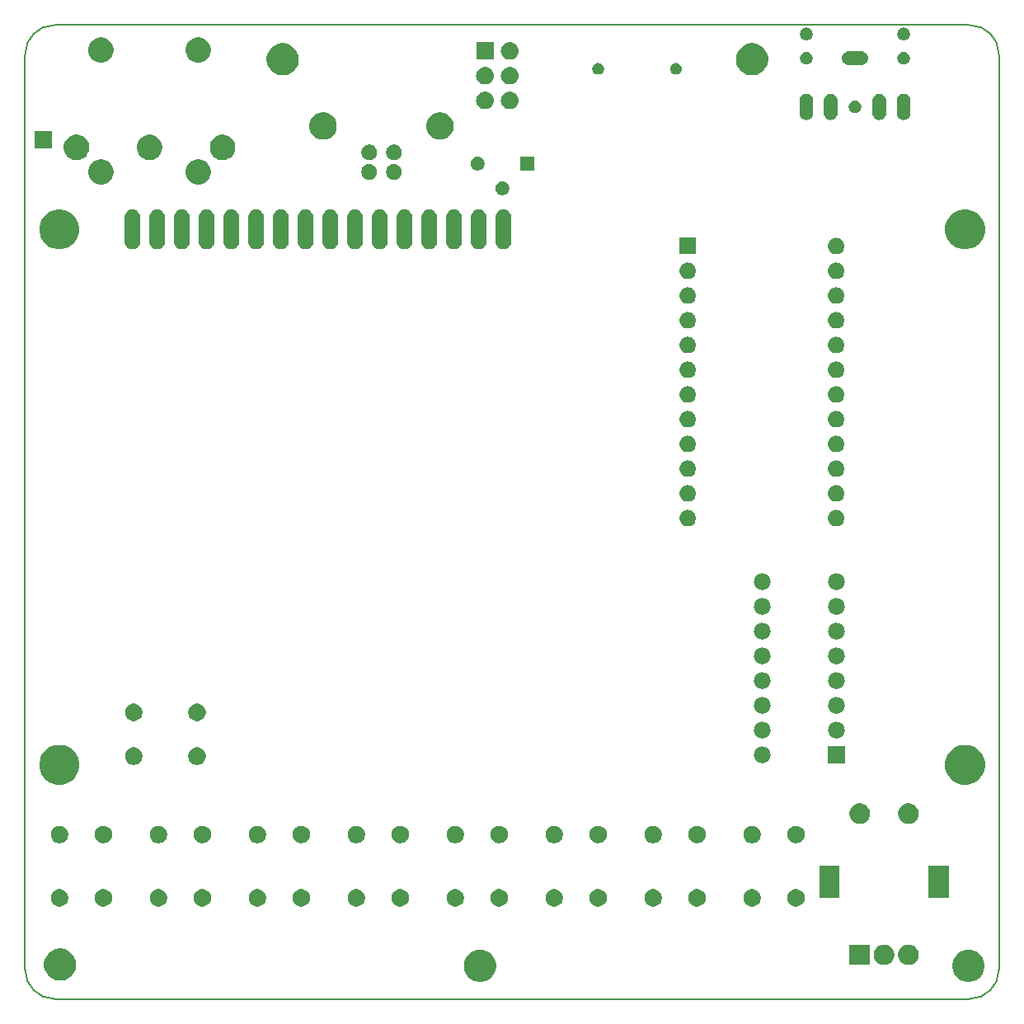
<source format=gbr>
%TF.GenerationSoftware,KiCad,Pcbnew,(5.0.2)-1*%
%TF.CreationDate,2019-07-09T23:07:38-07:00*%
%TF.ProjectId,YM2612_MIDI_SMD,594d3236-3132-45f4-9d49-44495f534d44,rev?*%
%TF.SameCoordinates,Original*%
%TF.FileFunction,Soldermask,Bot*%
%TF.FilePolarity,Negative*%
%FSLAX46Y46*%
G04 Gerber Fmt 4.6, Leading zero omitted, Abs format (unit mm)*
G04 Created by KiCad (PCBNEW (5.0.2)-1) date 7/9/2019 11:07:38 PM*
%MOMM*%
%LPD*%
G01*
G04 APERTURE LIST*
%ADD10C,0.150000*%
%ADD11C,0.100000*%
G04 APERTURE END LIST*
D10*
X270000000Y-45000000D02*
X176000000Y-45000000D01*
X273000000Y-142000000D02*
X273000000Y-48000000D01*
X176000000Y-145000000D02*
X270000000Y-145000000D01*
X173000000Y-48000000D02*
X173000000Y-142000000D01*
X270000000Y-45000000D02*
G75*
G02X273000000Y-48000000I0J-3000000D01*
G01*
X273000000Y-142000000D02*
G75*
G02X270000000Y-145000000I-3000000J0D01*
G01*
X176000000Y-145000000D02*
G75*
G02X173000000Y-142000000I0J3000000D01*
G01*
X173000000Y-48000000D02*
G75*
G02X176000000Y-45000000I3000000J0D01*
G01*
D11*
G36*
X270250256Y-139996298D02*
X270356579Y-140017447D01*
X270657042Y-140141903D01*
X270923852Y-140320180D01*
X270927454Y-140322587D01*
X271157413Y-140552546D01*
X271157415Y-140552549D01*
X271301753Y-140768565D01*
X271338098Y-140822960D01*
X271462553Y-141123422D01*
X271526000Y-141442389D01*
X271526000Y-141767611D01*
X271462553Y-142086578D01*
X271338098Y-142387040D01*
X271157413Y-142657454D01*
X270927454Y-142887413D01*
X270927451Y-142887415D01*
X270657042Y-143068097D01*
X270356579Y-143192553D01*
X270250256Y-143213702D01*
X270037611Y-143256000D01*
X269712389Y-143256000D01*
X269499744Y-143213702D01*
X269393421Y-143192553D01*
X269092958Y-143068097D01*
X268822549Y-142887415D01*
X268822546Y-142887413D01*
X268592587Y-142657454D01*
X268411902Y-142387040D01*
X268287447Y-142086578D01*
X268224000Y-141767611D01*
X268224000Y-141442389D01*
X268287447Y-141123422D01*
X268411902Y-140822960D01*
X268448248Y-140768565D01*
X268592585Y-140552549D01*
X268592587Y-140552546D01*
X268822546Y-140322587D01*
X268826148Y-140320180D01*
X269092958Y-140141903D01*
X269393421Y-140017447D01*
X269499744Y-139996298D01*
X269712389Y-139954000D01*
X270037611Y-139954000D01*
X270250256Y-139996298D01*
X270250256Y-139996298D01*
G37*
G36*
X220085256Y-139996298D02*
X220191579Y-140017447D01*
X220492042Y-140141903D01*
X220758852Y-140320180D01*
X220762454Y-140322587D01*
X220992413Y-140552546D01*
X220992415Y-140552549D01*
X221136753Y-140768565D01*
X221173098Y-140822960D01*
X221297553Y-141123422D01*
X221361000Y-141442389D01*
X221361000Y-141767611D01*
X221297553Y-142086578D01*
X221173098Y-142387040D01*
X220992413Y-142657454D01*
X220762454Y-142887413D01*
X220762451Y-142887415D01*
X220492042Y-143068097D01*
X220191579Y-143192553D01*
X220085256Y-143213702D01*
X219872611Y-143256000D01*
X219547389Y-143256000D01*
X219334744Y-143213702D01*
X219228421Y-143192553D01*
X218927958Y-143068097D01*
X218657549Y-142887415D01*
X218657546Y-142887413D01*
X218427587Y-142657454D01*
X218246902Y-142387040D01*
X218122447Y-142086578D01*
X218059000Y-141767611D01*
X218059000Y-141442389D01*
X218122447Y-141123422D01*
X218246902Y-140822960D01*
X218283248Y-140768565D01*
X218427585Y-140552549D01*
X218427587Y-140552546D01*
X218657546Y-140322587D01*
X218661148Y-140320180D01*
X218927958Y-140141903D01*
X219228421Y-140017447D01*
X219334744Y-139996298D01*
X219547389Y-139954000D01*
X219872611Y-139954000D01*
X220085256Y-139996298D01*
X220085256Y-139996298D01*
G37*
G36*
X176969256Y-139869298D02*
X177075579Y-139890447D01*
X177376042Y-140014903D01*
X177379849Y-140017447D01*
X177646454Y-140195587D01*
X177876413Y-140425546D01*
X177876415Y-140425549D01*
X178057097Y-140695958D01*
X178166399Y-140959835D01*
X178181553Y-140996422D01*
X178245000Y-141315389D01*
X178245000Y-141640611D01*
X178181553Y-141959578D01*
X178057098Y-142260040D01*
X177876413Y-142530454D01*
X177646454Y-142760413D01*
X177646451Y-142760415D01*
X177376042Y-142941097D01*
X177075579Y-143065553D01*
X177062789Y-143068097D01*
X176756611Y-143129000D01*
X176431389Y-143129000D01*
X176125211Y-143068097D01*
X176112421Y-143065553D01*
X175811958Y-142941097D01*
X175541549Y-142760415D01*
X175541546Y-142760413D01*
X175311587Y-142530454D01*
X175130902Y-142260040D01*
X175006447Y-141959578D01*
X174943000Y-141640611D01*
X174943000Y-141315389D01*
X175006447Y-140996422D01*
X175021602Y-140959835D01*
X175130903Y-140695958D01*
X175311585Y-140425549D01*
X175311587Y-140425546D01*
X175541546Y-140195587D01*
X175808151Y-140017447D01*
X175811958Y-140014903D01*
X176112421Y-139890447D01*
X176218744Y-139869298D01*
X176431389Y-139827000D01*
X176756611Y-139827000D01*
X176969256Y-139869298D01*
X176969256Y-139869298D01*
G37*
G36*
X259750000Y-141513000D02*
X257648000Y-141513000D01*
X257648000Y-139411000D01*
X259750000Y-139411000D01*
X259750000Y-141513000D01*
X259750000Y-141513000D01*
G37*
G36*
X264005565Y-139451389D02*
X264196834Y-139530615D01*
X264368976Y-139645637D01*
X264515363Y-139792024D01*
X264630385Y-139964166D01*
X264709611Y-140155435D01*
X264750000Y-140358484D01*
X264750000Y-140565516D01*
X264709611Y-140768565D01*
X264630385Y-140959834D01*
X264515363Y-141131976D01*
X264368976Y-141278363D01*
X264196834Y-141393385D01*
X264005565Y-141472611D01*
X263802516Y-141513000D01*
X263595484Y-141513000D01*
X263392435Y-141472611D01*
X263201166Y-141393385D01*
X263029024Y-141278363D01*
X262882637Y-141131976D01*
X262767615Y-140959834D01*
X262688389Y-140768565D01*
X262648000Y-140565516D01*
X262648000Y-140358484D01*
X262688389Y-140155435D01*
X262767615Y-139964166D01*
X262882637Y-139792024D01*
X263029024Y-139645637D01*
X263201166Y-139530615D01*
X263392435Y-139451389D01*
X263595484Y-139411000D01*
X263802516Y-139411000D01*
X264005565Y-139451389D01*
X264005565Y-139451389D01*
G37*
G36*
X261505565Y-139451389D02*
X261696834Y-139530615D01*
X261868976Y-139645637D01*
X262015363Y-139792024D01*
X262130385Y-139964166D01*
X262209611Y-140155435D01*
X262250000Y-140358484D01*
X262250000Y-140565516D01*
X262209611Y-140768565D01*
X262130385Y-140959834D01*
X262015363Y-141131976D01*
X261868976Y-141278363D01*
X261696834Y-141393385D01*
X261505565Y-141472611D01*
X261302516Y-141513000D01*
X261095484Y-141513000D01*
X260892435Y-141472611D01*
X260701166Y-141393385D01*
X260529024Y-141278363D01*
X260382637Y-141131976D01*
X260267615Y-140959834D01*
X260188389Y-140768565D01*
X260148000Y-140565516D01*
X260148000Y-140358484D01*
X260188389Y-140155435D01*
X260267615Y-139964166D01*
X260382637Y-139792024D01*
X260529024Y-139645637D01*
X260701166Y-139530615D01*
X260892435Y-139451389D01*
X261095484Y-139411000D01*
X261302516Y-139411000D01*
X261505565Y-139451389D01*
X261505565Y-139451389D01*
G37*
G36*
X207272812Y-133753624D02*
X207436784Y-133821544D01*
X207584354Y-133920147D01*
X207709853Y-134045646D01*
X207808456Y-134193216D01*
X207876376Y-134357188D01*
X207911000Y-134531259D01*
X207911000Y-134708741D01*
X207876376Y-134882812D01*
X207808456Y-135046784D01*
X207709853Y-135194354D01*
X207584354Y-135319853D01*
X207436784Y-135418456D01*
X207272812Y-135486376D01*
X207098741Y-135521000D01*
X206921259Y-135521000D01*
X206747188Y-135486376D01*
X206583216Y-135418456D01*
X206435646Y-135319853D01*
X206310147Y-135194354D01*
X206211544Y-135046784D01*
X206143624Y-134882812D01*
X206109000Y-134708741D01*
X206109000Y-134531259D01*
X206143624Y-134357188D01*
X206211544Y-134193216D01*
X206310147Y-134045646D01*
X206435646Y-133920147D01*
X206583216Y-133821544D01*
X206747188Y-133753624D01*
X206921259Y-133719000D01*
X207098741Y-133719000D01*
X207272812Y-133753624D01*
X207272812Y-133753624D01*
G37*
G36*
X176792812Y-133753624D02*
X176956784Y-133821544D01*
X177104354Y-133920147D01*
X177229853Y-134045646D01*
X177328456Y-134193216D01*
X177396376Y-134357188D01*
X177431000Y-134531259D01*
X177431000Y-134708741D01*
X177396376Y-134882812D01*
X177328456Y-135046784D01*
X177229853Y-135194354D01*
X177104354Y-135319853D01*
X176956784Y-135418456D01*
X176792812Y-135486376D01*
X176618741Y-135521000D01*
X176441259Y-135521000D01*
X176267188Y-135486376D01*
X176103216Y-135418456D01*
X175955646Y-135319853D01*
X175830147Y-135194354D01*
X175731544Y-135046784D01*
X175663624Y-134882812D01*
X175629000Y-134708741D01*
X175629000Y-134531259D01*
X175663624Y-134357188D01*
X175731544Y-134193216D01*
X175830147Y-134045646D01*
X175955646Y-133920147D01*
X176103216Y-133821544D01*
X176267188Y-133753624D01*
X176441259Y-133719000D01*
X176618741Y-133719000D01*
X176792812Y-133753624D01*
X176792812Y-133753624D01*
G37*
G36*
X181292812Y-133753624D02*
X181456784Y-133821544D01*
X181604354Y-133920147D01*
X181729853Y-134045646D01*
X181828456Y-134193216D01*
X181896376Y-134357188D01*
X181931000Y-134531259D01*
X181931000Y-134708741D01*
X181896376Y-134882812D01*
X181828456Y-135046784D01*
X181729853Y-135194354D01*
X181604354Y-135319853D01*
X181456784Y-135418456D01*
X181292812Y-135486376D01*
X181118741Y-135521000D01*
X180941259Y-135521000D01*
X180767188Y-135486376D01*
X180603216Y-135418456D01*
X180455646Y-135319853D01*
X180330147Y-135194354D01*
X180231544Y-135046784D01*
X180163624Y-134882812D01*
X180129000Y-134708741D01*
X180129000Y-134531259D01*
X180163624Y-134357188D01*
X180231544Y-134193216D01*
X180330147Y-134045646D01*
X180455646Y-133920147D01*
X180603216Y-133821544D01*
X180767188Y-133753624D01*
X180941259Y-133719000D01*
X181118741Y-133719000D01*
X181292812Y-133753624D01*
X181292812Y-133753624D01*
G37*
G36*
X252412812Y-133753624D02*
X252576784Y-133821544D01*
X252724354Y-133920147D01*
X252849853Y-134045646D01*
X252948456Y-134193216D01*
X253016376Y-134357188D01*
X253051000Y-134531259D01*
X253051000Y-134708741D01*
X253016376Y-134882812D01*
X252948456Y-135046784D01*
X252849853Y-135194354D01*
X252724354Y-135319853D01*
X252576784Y-135418456D01*
X252412812Y-135486376D01*
X252238741Y-135521000D01*
X252061259Y-135521000D01*
X251887188Y-135486376D01*
X251723216Y-135418456D01*
X251575646Y-135319853D01*
X251450147Y-135194354D01*
X251351544Y-135046784D01*
X251283624Y-134882812D01*
X251249000Y-134708741D01*
X251249000Y-134531259D01*
X251283624Y-134357188D01*
X251351544Y-134193216D01*
X251450147Y-134045646D01*
X251575646Y-133920147D01*
X251723216Y-133821544D01*
X251887188Y-133753624D01*
X252061259Y-133719000D01*
X252238741Y-133719000D01*
X252412812Y-133753624D01*
X252412812Y-133753624D01*
G37*
G36*
X247912812Y-133753624D02*
X248076784Y-133821544D01*
X248224354Y-133920147D01*
X248349853Y-134045646D01*
X248448456Y-134193216D01*
X248516376Y-134357188D01*
X248551000Y-134531259D01*
X248551000Y-134708741D01*
X248516376Y-134882812D01*
X248448456Y-135046784D01*
X248349853Y-135194354D01*
X248224354Y-135319853D01*
X248076784Y-135418456D01*
X247912812Y-135486376D01*
X247738741Y-135521000D01*
X247561259Y-135521000D01*
X247387188Y-135486376D01*
X247223216Y-135418456D01*
X247075646Y-135319853D01*
X246950147Y-135194354D01*
X246851544Y-135046784D01*
X246783624Y-134882812D01*
X246749000Y-134708741D01*
X246749000Y-134531259D01*
X246783624Y-134357188D01*
X246851544Y-134193216D01*
X246950147Y-134045646D01*
X247075646Y-133920147D01*
X247223216Y-133821544D01*
X247387188Y-133753624D01*
X247561259Y-133719000D01*
X247738741Y-133719000D01*
X247912812Y-133753624D01*
X247912812Y-133753624D01*
G37*
G36*
X211772812Y-133753624D02*
X211936784Y-133821544D01*
X212084354Y-133920147D01*
X212209853Y-134045646D01*
X212308456Y-134193216D01*
X212376376Y-134357188D01*
X212411000Y-134531259D01*
X212411000Y-134708741D01*
X212376376Y-134882812D01*
X212308456Y-135046784D01*
X212209853Y-135194354D01*
X212084354Y-135319853D01*
X211936784Y-135418456D01*
X211772812Y-135486376D01*
X211598741Y-135521000D01*
X211421259Y-135521000D01*
X211247188Y-135486376D01*
X211083216Y-135418456D01*
X210935646Y-135319853D01*
X210810147Y-135194354D01*
X210711544Y-135046784D01*
X210643624Y-134882812D01*
X210609000Y-134708741D01*
X210609000Y-134531259D01*
X210643624Y-134357188D01*
X210711544Y-134193216D01*
X210810147Y-134045646D01*
X210935646Y-133920147D01*
X211083216Y-133821544D01*
X211247188Y-133753624D01*
X211421259Y-133719000D01*
X211598741Y-133719000D01*
X211772812Y-133753624D01*
X211772812Y-133753624D01*
G37*
G36*
X237752812Y-133753624D02*
X237916784Y-133821544D01*
X238064354Y-133920147D01*
X238189853Y-134045646D01*
X238288456Y-134193216D01*
X238356376Y-134357188D01*
X238391000Y-134531259D01*
X238391000Y-134708741D01*
X238356376Y-134882812D01*
X238288456Y-135046784D01*
X238189853Y-135194354D01*
X238064354Y-135319853D01*
X237916784Y-135418456D01*
X237752812Y-135486376D01*
X237578741Y-135521000D01*
X237401259Y-135521000D01*
X237227188Y-135486376D01*
X237063216Y-135418456D01*
X236915646Y-135319853D01*
X236790147Y-135194354D01*
X236691544Y-135046784D01*
X236623624Y-134882812D01*
X236589000Y-134708741D01*
X236589000Y-134531259D01*
X236623624Y-134357188D01*
X236691544Y-134193216D01*
X236790147Y-134045646D01*
X236915646Y-133920147D01*
X237063216Y-133821544D01*
X237227188Y-133753624D01*
X237401259Y-133719000D01*
X237578741Y-133719000D01*
X237752812Y-133753624D01*
X237752812Y-133753624D01*
G37*
G36*
X217432812Y-133753624D02*
X217596784Y-133821544D01*
X217744354Y-133920147D01*
X217869853Y-134045646D01*
X217968456Y-134193216D01*
X218036376Y-134357188D01*
X218071000Y-134531259D01*
X218071000Y-134708741D01*
X218036376Y-134882812D01*
X217968456Y-135046784D01*
X217869853Y-135194354D01*
X217744354Y-135319853D01*
X217596784Y-135418456D01*
X217432812Y-135486376D01*
X217258741Y-135521000D01*
X217081259Y-135521000D01*
X216907188Y-135486376D01*
X216743216Y-135418456D01*
X216595646Y-135319853D01*
X216470147Y-135194354D01*
X216371544Y-135046784D01*
X216303624Y-134882812D01*
X216269000Y-134708741D01*
X216269000Y-134531259D01*
X216303624Y-134357188D01*
X216371544Y-134193216D01*
X216470147Y-134045646D01*
X216595646Y-133920147D01*
X216743216Y-133821544D01*
X216907188Y-133753624D01*
X217081259Y-133719000D01*
X217258741Y-133719000D01*
X217432812Y-133753624D01*
X217432812Y-133753624D01*
G37*
G36*
X197112812Y-133753624D02*
X197276784Y-133821544D01*
X197424354Y-133920147D01*
X197549853Y-134045646D01*
X197648456Y-134193216D01*
X197716376Y-134357188D01*
X197751000Y-134531259D01*
X197751000Y-134708741D01*
X197716376Y-134882812D01*
X197648456Y-135046784D01*
X197549853Y-135194354D01*
X197424354Y-135319853D01*
X197276784Y-135418456D01*
X197112812Y-135486376D01*
X196938741Y-135521000D01*
X196761259Y-135521000D01*
X196587188Y-135486376D01*
X196423216Y-135418456D01*
X196275646Y-135319853D01*
X196150147Y-135194354D01*
X196051544Y-135046784D01*
X195983624Y-134882812D01*
X195949000Y-134708741D01*
X195949000Y-134531259D01*
X195983624Y-134357188D01*
X196051544Y-134193216D01*
X196150147Y-134045646D01*
X196275646Y-133920147D01*
X196423216Y-133821544D01*
X196587188Y-133753624D01*
X196761259Y-133719000D01*
X196938741Y-133719000D01*
X197112812Y-133753624D01*
X197112812Y-133753624D01*
G37*
G36*
X232092812Y-133753624D02*
X232256784Y-133821544D01*
X232404354Y-133920147D01*
X232529853Y-134045646D01*
X232628456Y-134193216D01*
X232696376Y-134357188D01*
X232731000Y-134531259D01*
X232731000Y-134708741D01*
X232696376Y-134882812D01*
X232628456Y-135046784D01*
X232529853Y-135194354D01*
X232404354Y-135319853D01*
X232256784Y-135418456D01*
X232092812Y-135486376D01*
X231918741Y-135521000D01*
X231741259Y-135521000D01*
X231567188Y-135486376D01*
X231403216Y-135418456D01*
X231255646Y-135319853D01*
X231130147Y-135194354D01*
X231031544Y-135046784D01*
X230963624Y-134882812D01*
X230929000Y-134708741D01*
X230929000Y-134531259D01*
X230963624Y-134357188D01*
X231031544Y-134193216D01*
X231130147Y-134045646D01*
X231255646Y-133920147D01*
X231403216Y-133821544D01*
X231567188Y-133753624D01*
X231741259Y-133719000D01*
X231918741Y-133719000D01*
X232092812Y-133753624D01*
X232092812Y-133753624D01*
G37*
G36*
X242252812Y-133753624D02*
X242416784Y-133821544D01*
X242564354Y-133920147D01*
X242689853Y-134045646D01*
X242788456Y-134193216D01*
X242856376Y-134357188D01*
X242891000Y-134531259D01*
X242891000Y-134708741D01*
X242856376Y-134882812D01*
X242788456Y-135046784D01*
X242689853Y-135194354D01*
X242564354Y-135319853D01*
X242416784Y-135418456D01*
X242252812Y-135486376D01*
X242078741Y-135521000D01*
X241901259Y-135521000D01*
X241727188Y-135486376D01*
X241563216Y-135418456D01*
X241415646Y-135319853D01*
X241290147Y-135194354D01*
X241191544Y-135046784D01*
X241123624Y-134882812D01*
X241089000Y-134708741D01*
X241089000Y-134531259D01*
X241123624Y-134357188D01*
X241191544Y-134193216D01*
X241290147Y-134045646D01*
X241415646Y-133920147D01*
X241563216Y-133821544D01*
X241727188Y-133753624D01*
X241901259Y-133719000D01*
X242078741Y-133719000D01*
X242252812Y-133753624D01*
X242252812Y-133753624D01*
G37*
G36*
X227592812Y-133753624D02*
X227756784Y-133821544D01*
X227904354Y-133920147D01*
X228029853Y-134045646D01*
X228128456Y-134193216D01*
X228196376Y-134357188D01*
X228231000Y-134531259D01*
X228231000Y-134708741D01*
X228196376Y-134882812D01*
X228128456Y-135046784D01*
X228029853Y-135194354D01*
X227904354Y-135319853D01*
X227756784Y-135418456D01*
X227592812Y-135486376D01*
X227418741Y-135521000D01*
X227241259Y-135521000D01*
X227067188Y-135486376D01*
X226903216Y-135418456D01*
X226755646Y-135319853D01*
X226630147Y-135194354D01*
X226531544Y-135046784D01*
X226463624Y-134882812D01*
X226429000Y-134708741D01*
X226429000Y-134531259D01*
X226463624Y-134357188D01*
X226531544Y-134193216D01*
X226630147Y-134045646D01*
X226755646Y-133920147D01*
X226903216Y-133821544D01*
X227067188Y-133753624D01*
X227241259Y-133719000D01*
X227418741Y-133719000D01*
X227592812Y-133753624D01*
X227592812Y-133753624D01*
G37*
G36*
X186952812Y-133753624D02*
X187116784Y-133821544D01*
X187264354Y-133920147D01*
X187389853Y-134045646D01*
X187488456Y-134193216D01*
X187556376Y-134357188D01*
X187591000Y-134531259D01*
X187591000Y-134708741D01*
X187556376Y-134882812D01*
X187488456Y-135046784D01*
X187389853Y-135194354D01*
X187264354Y-135319853D01*
X187116784Y-135418456D01*
X186952812Y-135486376D01*
X186778741Y-135521000D01*
X186601259Y-135521000D01*
X186427188Y-135486376D01*
X186263216Y-135418456D01*
X186115646Y-135319853D01*
X185990147Y-135194354D01*
X185891544Y-135046784D01*
X185823624Y-134882812D01*
X185789000Y-134708741D01*
X185789000Y-134531259D01*
X185823624Y-134357188D01*
X185891544Y-134193216D01*
X185990147Y-134045646D01*
X186115646Y-133920147D01*
X186263216Y-133821544D01*
X186427188Y-133753624D01*
X186601259Y-133719000D01*
X186778741Y-133719000D01*
X186952812Y-133753624D01*
X186952812Y-133753624D01*
G37*
G36*
X191452812Y-133753624D02*
X191616784Y-133821544D01*
X191764354Y-133920147D01*
X191889853Y-134045646D01*
X191988456Y-134193216D01*
X192056376Y-134357188D01*
X192091000Y-134531259D01*
X192091000Y-134708741D01*
X192056376Y-134882812D01*
X191988456Y-135046784D01*
X191889853Y-135194354D01*
X191764354Y-135319853D01*
X191616784Y-135418456D01*
X191452812Y-135486376D01*
X191278741Y-135521000D01*
X191101259Y-135521000D01*
X190927188Y-135486376D01*
X190763216Y-135418456D01*
X190615646Y-135319853D01*
X190490147Y-135194354D01*
X190391544Y-135046784D01*
X190323624Y-134882812D01*
X190289000Y-134708741D01*
X190289000Y-134531259D01*
X190323624Y-134357188D01*
X190391544Y-134193216D01*
X190490147Y-134045646D01*
X190615646Y-133920147D01*
X190763216Y-133821544D01*
X190927188Y-133753624D01*
X191101259Y-133719000D01*
X191278741Y-133719000D01*
X191452812Y-133753624D01*
X191452812Y-133753624D01*
G37*
G36*
X221932812Y-133753624D02*
X222096784Y-133821544D01*
X222244354Y-133920147D01*
X222369853Y-134045646D01*
X222468456Y-134193216D01*
X222536376Y-134357188D01*
X222571000Y-134531259D01*
X222571000Y-134708741D01*
X222536376Y-134882812D01*
X222468456Y-135046784D01*
X222369853Y-135194354D01*
X222244354Y-135319853D01*
X222096784Y-135418456D01*
X221932812Y-135486376D01*
X221758741Y-135521000D01*
X221581259Y-135521000D01*
X221407188Y-135486376D01*
X221243216Y-135418456D01*
X221095646Y-135319853D01*
X220970147Y-135194354D01*
X220871544Y-135046784D01*
X220803624Y-134882812D01*
X220769000Y-134708741D01*
X220769000Y-134531259D01*
X220803624Y-134357188D01*
X220871544Y-134193216D01*
X220970147Y-134045646D01*
X221095646Y-133920147D01*
X221243216Y-133821544D01*
X221407188Y-133753624D01*
X221581259Y-133719000D01*
X221758741Y-133719000D01*
X221932812Y-133753624D01*
X221932812Y-133753624D01*
G37*
G36*
X201612812Y-133753624D02*
X201776784Y-133821544D01*
X201924354Y-133920147D01*
X202049853Y-134045646D01*
X202148456Y-134193216D01*
X202216376Y-134357188D01*
X202251000Y-134531259D01*
X202251000Y-134708741D01*
X202216376Y-134882812D01*
X202148456Y-135046784D01*
X202049853Y-135194354D01*
X201924354Y-135319853D01*
X201776784Y-135418456D01*
X201612812Y-135486376D01*
X201438741Y-135521000D01*
X201261259Y-135521000D01*
X201087188Y-135486376D01*
X200923216Y-135418456D01*
X200775646Y-135319853D01*
X200650147Y-135194354D01*
X200551544Y-135046784D01*
X200483624Y-134882812D01*
X200449000Y-134708741D01*
X200449000Y-134531259D01*
X200483624Y-134357188D01*
X200551544Y-134193216D01*
X200650147Y-134045646D01*
X200775646Y-133920147D01*
X200923216Y-133821544D01*
X201087188Y-133753624D01*
X201261259Y-133719000D01*
X201438741Y-133719000D01*
X201612812Y-133753624D01*
X201612812Y-133753624D01*
G37*
G36*
X267850000Y-134613000D02*
X265748000Y-134613000D01*
X265748000Y-131311000D01*
X267850000Y-131311000D01*
X267850000Y-134613000D01*
X267850000Y-134613000D01*
G37*
G36*
X256650000Y-134613000D02*
X254548000Y-134613000D01*
X254548000Y-131311000D01*
X256650000Y-131311000D01*
X256650000Y-134613000D01*
X256650000Y-134613000D01*
G37*
G36*
X197112812Y-127253624D02*
X197276784Y-127321544D01*
X197424354Y-127420147D01*
X197549853Y-127545646D01*
X197648456Y-127693216D01*
X197716376Y-127857188D01*
X197751000Y-128031259D01*
X197751000Y-128208741D01*
X197716376Y-128382812D01*
X197648456Y-128546784D01*
X197549853Y-128694354D01*
X197424354Y-128819853D01*
X197276784Y-128918456D01*
X197112812Y-128986376D01*
X196938741Y-129021000D01*
X196761259Y-129021000D01*
X196587188Y-128986376D01*
X196423216Y-128918456D01*
X196275646Y-128819853D01*
X196150147Y-128694354D01*
X196051544Y-128546784D01*
X195983624Y-128382812D01*
X195949000Y-128208741D01*
X195949000Y-128031259D01*
X195983624Y-127857188D01*
X196051544Y-127693216D01*
X196150147Y-127545646D01*
X196275646Y-127420147D01*
X196423216Y-127321544D01*
X196587188Y-127253624D01*
X196761259Y-127219000D01*
X196938741Y-127219000D01*
X197112812Y-127253624D01*
X197112812Y-127253624D01*
G37*
G36*
X201612812Y-127253624D02*
X201776784Y-127321544D01*
X201924354Y-127420147D01*
X202049853Y-127545646D01*
X202148456Y-127693216D01*
X202216376Y-127857188D01*
X202251000Y-128031259D01*
X202251000Y-128208741D01*
X202216376Y-128382812D01*
X202148456Y-128546784D01*
X202049853Y-128694354D01*
X201924354Y-128819853D01*
X201776784Y-128918456D01*
X201612812Y-128986376D01*
X201438741Y-129021000D01*
X201261259Y-129021000D01*
X201087188Y-128986376D01*
X200923216Y-128918456D01*
X200775646Y-128819853D01*
X200650147Y-128694354D01*
X200551544Y-128546784D01*
X200483624Y-128382812D01*
X200449000Y-128208741D01*
X200449000Y-128031259D01*
X200483624Y-127857188D01*
X200551544Y-127693216D01*
X200650147Y-127545646D01*
X200775646Y-127420147D01*
X200923216Y-127321544D01*
X201087188Y-127253624D01*
X201261259Y-127219000D01*
X201438741Y-127219000D01*
X201612812Y-127253624D01*
X201612812Y-127253624D01*
G37*
G36*
X252412812Y-127253624D02*
X252576784Y-127321544D01*
X252724354Y-127420147D01*
X252849853Y-127545646D01*
X252948456Y-127693216D01*
X253016376Y-127857188D01*
X253051000Y-128031259D01*
X253051000Y-128208741D01*
X253016376Y-128382812D01*
X252948456Y-128546784D01*
X252849853Y-128694354D01*
X252724354Y-128819853D01*
X252576784Y-128918456D01*
X252412812Y-128986376D01*
X252238741Y-129021000D01*
X252061259Y-129021000D01*
X251887188Y-128986376D01*
X251723216Y-128918456D01*
X251575646Y-128819853D01*
X251450147Y-128694354D01*
X251351544Y-128546784D01*
X251283624Y-128382812D01*
X251249000Y-128208741D01*
X251249000Y-128031259D01*
X251283624Y-127857188D01*
X251351544Y-127693216D01*
X251450147Y-127545646D01*
X251575646Y-127420147D01*
X251723216Y-127321544D01*
X251887188Y-127253624D01*
X252061259Y-127219000D01*
X252238741Y-127219000D01*
X252412812Y-127253624D01*
X252412812Y-127253624D01*
G37*
G36*
X247912812Y-127253624D02*
X248076784Y-127321544D01*
X248224354Y-127420147D01*
X248349853Y-127545646D01*
X248448456Y-127693216D01*
X248516376Y-127857188D01*
X248551000Y-128031259D01*
X248551000Y-128208741D01*
X248516376Y-128382812D01*
X248448456Y-128546784D01*
X248349853Y-128694354D01*
X248224354Y-128819853D01*
X248076784Y-128918456D01*
X247912812Y-128986376D01*
X247738741Y-129021000D01*
X247561259Y-129021000D01*
X247387188Y-128986376D01*
X247223216Y-128918456D01*
X247075646Y-128819853D01*
X246950147Y-128694354D01*
X246851544Y-128546784D01*
X246783624Y-128382812D01*
X246749000Y-128208741D01*
X246749000Y-128031259D01*
X246783624Y-127857188D01*
X246851544Y-127693216D01*
X246950147Y-127545646D01*
X247075646Y-127420147D01*
X247223216Y-127321544D01*
X247387188Y-127253624D01*
X247561259Y-127219000D01*
X247738741Y-127219000D01*
X247912812Y-127253624D01*
X247912812Y-127253624D01*
G37*
G36*
X242252812Y-127253624D02*
X242416784Y-127321544D01*
X242564354Y-127420147D01*
X242689853Y-127545646D01*
X242788456Y-127693216D01*
X242856376Y-127857188D01*
X242891000Y-128031259D01*
X242891000Y-128208741D01*
X242856376Y-128382812D01*
X242788456Y-128546784D01*
X242689853Y-128694354D01*
X242564354Y-128819853D01*
X242416784Y-128918456D01*
X242252812Y-128986376D01*
X242078741Y-129021000D01*
X241901259Y-129021000D01*
X241727188Y-128986376D01*
X241563216Y-128918456D01*
X241415646Y-128819853D01*
X241290147Y-128694354D01*
X241191544Y-128546784D01*
X241123624Y-128382812D01*
X241089000Y-128208741D01*
X241089000Y-128031259D01*
X241123624Y-127857188D01*
X241191544Y-127693216D01*
X241290147Y-127545646D01*
X241415646Y-127420147D01*
X241563216Y-127321544D01*
X241727188Y-127253624D01*
X241901259Y-127219000D01*
X242078741Y-127219000D01*
X242252812Y-127253624D01*
X242252812Y-127253624D01*
G37*
G36*
X176792812Y-127253624D02*
X176956784Y-127321544D01*
X177104354Y-127420147D01*
X177229853Y-127545646D01*
X177328456Y-127693216D01*
X177396376Y-127857188D01*
X177431000Y-128031259D01*
X177431000Y-128208741D01*
X177396376Y-128382812D01*
X177328456Y-128546784D01*
X177229853Y-128694354D01*
X177104354Y-128819853D01*
X176956784Y-128918456D01*
X176792812Y-128986376D01*
X176618741Y-129021000D01*
X176441259Y-129021000D01*
X176267188Y-128986376D01*
X176103216Y-128918456D01*
X175955646Y-128819853D01*
X175830147Y-128694354D01*
X175731544Y-128546784D01*
X175663624Y-128382812D01*
X175629000Y-128208741D01*
X175629000Y-128031259D01*
X175663624Y-127857188D01*
X175731544Y-127693216D01*
X175830147Y-127545646D01*
X175955646Y-127420147D01*
X176103216Y-127321544D01*
X176267188Y-127253624D01*
X176441259Y-127219000D01*
X176618741Y-127219000D01*
X176792812Y-127253624D01*
X176792812Y-127253624D01*
G37*
G36*
X237752812Y-127253624D02*
X237916784Y-127321544D01*
X238064354Y-127420147D01*
X238189853Y-127545646D01*
X238288456Y-127693216D01*
X238356376Y-127857188D01*
X238391000Y-128031259D01*
X238391000Y-128208741D01*
X238356376Y-128382812D01*
X238288456Y-128546784D01*
X238189853Y-128694354D01*
X238064354Y-128819853D01*
X237916784Y-128918456D01*
X237752812Y-128986376D01*
X237578741Y-129021000D01*
X237401259Y-129021000D01*
X237227188Y-128986376D01*
X237063216Y-128918456D01*
X236915646Y-128819853D01*
X236790147Y-128694354D01*
X236691544Y-128546784D01*
X236623624Y-128382812D01*
X236589000Y-128208741D01*
X236589000Y-128031259D01*
X236623624Y-127857188D01*
X236691544Y-127693216D01*
X236790147Y-127545646D01*
X236915646Y-127420147D01*
X237063216Y-127321544D01*
X237227188Y-127253624D01*
X237401259Y-127219000D01*
X237578741Y-127219000D01*
X237752812Y-127253624D01*
X237752812Y-127253624D01*
G37*
G36*
X181292812Y-127253624D02*
X181456784Y-127321544D01*
X181604354Y-127420147D01*
X181729853Y-127545646D01*
X181828456Y-127693216D01*
X181896376Y-127857188D01*
X181931000Y-128031259D01*
X181931000Y-128208741D01*
X181896376Y-128382812D01*
X181828456Y-128546784D01*
X181729853Y-128694354D01*
X181604354Y-128819853D01*
X181456784Y-128918456D01*
X181292812Y-128986376D01*
X181118741Y-129021000D01*
X180941259Y-129021000D01*
X180767188Y-128986376D01*
X180603216Y-128918456D01*
X180455646Y-128819853D01*
X180330147Y-128694354D01*
X180231544Y-128546784D01*
X180163624Y-128382812D01*
X180129000Y-128208741D01*
X180129000Y-128031259D01*
X180163624Y-127857188D01*
X180231544Y-127693216D01*
X180330147Y-127545646D01*
X180455646Y-127420147D01*
X180603216Y-127321544D01*
X180767188Y-127253624D01*
X180941259Y-127219000D01*
X181118741Y-127219000D01*
X181292812Y-127253624D01*
X181292812Y-127253624D01*
G37*
G36*
X221932812Y-127253624D02*
X222096784Y-127321544D01*
X222244354Y-127420147D01*
X222369853Y-127545646D01*
X222468456Y-127693216D01*
X222536376Y-127857188D01*
X222571000Y-128031259D01*
X222571000Y-128208741D01*
X222536376Y-128382812D01*
X222468456Y-128546784D01*
X222369853Y-128694354D01*
X222244354Y-128819853D01*
X222096784Y-128918456D01*
X221932812Y-128986376D01*
X221758741Y-129021000D01*
X221581259Y-129021000D01*
X221407188Y-128986376D01*
X221243216Y-128918456D01*
X221095646Y-128819853D01*
X220970147Y-128694354D01*
X220871544Y-128546784D01*
X220803624Y-128382812D01*
X220769000Y-128208741D01*
X220769000Y-128031259D01*
X220803624Y-127857188D01*
X220871544Y-127693216D01*
X220970147Y-127545646D01*
X221095646Y-127420147D01*
X221243216Y-127321544D01*
X221407188Y-127253624D01*
X221581259Y-127219000D01*
X221758741Y-127219000D01*
X221932812Y-127253624D01*
X221932812Y-127253624D01*
G37*
G36*
X191452812Y-127253624D02*
X191616784Y-127321544D01*
X191764354Y-127420147D01*
X191889853Y-127545646D01*
X191988456Y-127693216D01*
X192056376Y-127857188D01*
X192091000Y-128031259D01*
X192091000Y-128208741D01*
X192056376Y-128382812D01*
X191988456Y-128546784D01*
X191889853Y-128694354D01*
X191764354Y-128819853D01*
X191616784Y-128918456D01*
X191452812Y-128986376D01*
X191278741Y-129021000D01*
X191101259Y-129021000D01*
X190927188Y-128986376D01*
X190763216Y-128918456D01*
X190615646Y-128819853D01*
X190490147Y-128694354D01*
X190391544Y-128546784D01*
X190323624Y-128382812D01*
X190289000Y-128208741D01*
X190289000Y-128031259D01*
X190323624Y-127857188D01*
X190391544Y-127693216D01*
X190490147Y-127545646D01*
X190615646Y-127420147D01*
X190763216Y-127321544D01*
X190927188Y-127253624D01*
X191101259Y-127219000D01*
X191278741Y-127219000D01*
X191452812Y-127253624D01*
X191452812Y-127253624D01*
G37*
G36*
X207272812Y-127253624D02*
X207436784Y-127321544D01*
X207584354Y-127420147D01*
X207709853Y-127545646D01*
X207808456Y-127693216D01*
X207876376Y-127857188D01*
X207911000Y-128031259D01*
X207911000Y-128208741D01*
X207876376Y-128382812D01*
X207808456Y-128546784D01*
X207709853Y-128694354D01*
X207584354Y-128819853D01*
X207436784Y-128918456D01*
X207272812Y-128986376D01*
X207098741Y-129021000D01*
X206921259Y-129021000D01*
X206747188Y-128986376D01*
X206583216Y-128918456D01*
X206435646Y-128819853D01*
X206310147Y-128694354D01*
X206211544Y-128546784D01*
X206143624Y-128382812D01*
X206109000Y-128208741D01*
X206109000Y-128031259D01*
X206143624Y-127857188D01*
X206211544Y-127693216D01*
X206310147Y-127545646D01*
X206435646Y-127420147D01*
X206583216Y-127321544D01*
X206747188Y-127253624D01*
X206921259Y-127219000D01*
X207098741Y-127219000D01*
X207272812Y-127253624D01*
X207272812Y-127253624D01*
G37*
G36*
X232092812Y-127253624D02*
X232256784Y-127321544D01*
X232404354Y-127420147D01*
X232529853Y-127545646D01*
X232628456Y-127693216D01*
X232696376Y-127857188D01*
X232731000Y-128031259D01*
X232731000Y-128208741D01*
X232696376Y-128382812D01*
X232628456Y-128546784D01*
X232529853Y-128694354D01*
X232404354Y-128819853D01*
X232256784Y-128918456D01*
X232092812Y-128986376D01*
X231918741Y-129021000D01*
X231741259Y-129021000D01*
X231567188Y-128986376D01*
X231403216Y-128918456D01*
X231255646Y-128819853D01*
X231130147Y-128694354D01*
X231031544Y-128546784D01*
X230963624Y-128382812D01*
X230929000Y-128208741D01*
X230929000Y-128031259D01*
X230963624Y-127857188D01*
X231031544Y-127693216D01*
X231130147Y-127545646D01*
X231255646Y-127420147D01*
X231403216Y-127321544D01*
X231567188Y-127253624D01*
X231741259Y-127219000D01*
X231918741Y-127219000D01*
X232092812Y-127253624D01*
X232092812Y-127253624D01*
G37*
G36*
X227592812Y-127253624D02*
X227756784Y-127321544D01*
X227904354Y-127420147D01*
X228029853Y-127545646D01*
X228128456Y-127693216D01*
X228196376Y-127857188D01*
X228231000Y-128031259D01*
X228231000Y-128208741D01*
X228196376Y-128382812D01*
X228128456Y-128546784D01*
X228029853Y-128694354D01*
X227904354Y-128819853D01*
X227756784Y-128918456D01*
X227592812Y-128986376D01*
X227418741Y-129021000D01*
X227241259Y-129021000D01*
X227067188Y-128986376D01*
X226903216Y-128918456D01*
X226755646Y-128819853D01*
X226630147Y-128694354D01*
X226531544Y-128546784D01*
X226463624Y-128382812D01*
X226429000Y-128208741D01*
X226429000Y-128031259D01*
X226463624Y-127857188D01*
X226531544Y-127693216D01*
X226630147Y-127545646D01*
X226755646Y-127420147D01*
X226903216Y-127321544D01*
X227067188Y-127253624D01*
X227241259Y-127219000D01*
X227418741Y-127219000D01*
X227592812Y-127253624D01*
X227592812Y-127253624D01*
G37*
G36*
X211772812Y-127253624D02*
X211936784Y-127321544D01*
X212084354Y-127420147D01*
X212209853Y-127545646D01*
X212308456Y-127693216D01*
X212376376Y-127857188D01*
X212411000Y-128031259D01*
X212411000Y-128208741D01*
X212376376Y-128382812D01*
X212308456Y-128546784D01*
X212209853Y-128694354D01*
X212084354Y-128819853D01*
X211936784Y-128918456D01*
X211772812Y-128986376D01*
X211598741Y-129021000D01*
X211421259Y-129021000D01*
X211247188Y-128986376D01*
X211083216Y-128918456D01*
X210935646Y-128819853D01*
X210810147Y-128694354D01*
X210711544Y-128546784D01*
X210643624Y-128382812D01*
X210609000Y-128208741D01*
X210609000Y-128031259D01*
X210643624Y-127857188D01*
X210711544Y-127693216D01*
X210810147Y-127545646D01*
X210935646Y-127420147D01*
X211083216Y-127321544D01*
X211247188Y-127253624D01*
X211421259Y-127219000D01*
X211598741Y-127219000D01*
X211772812Y-127253624D01*
X211772812Y-127253624D01*
G37*
G36*
X217432812Y-127253624D02*
X217596784Y-127321544D01*
X217744354Y-127420147D01*
X217869853Y-127545646D01*
X217968456Y-127693216D01*
X218036376Y-127857188D01*
X218071000Y-128031259D01*
X218071000Y-128208741D01*
X218036376Y-128382812D01*
X217968456Y-128546784D01*
X217869853Y-128694354D01*
X217744354Y-128819853D01*
X217596784Y-128918456D01*
X217432812Y-128986376D01*
X217258741Y-129021000D01*
X217081259Y-129021000D01*
X216907188Y-128986376D01*
X216743216Y-128918456D01*
X216595646Y-128819853D01*
X216470147Y-128694354D01*
X216371544Y-128546784D01*
X216303624Y-128382812D01*
X216269000Y-128208741D01*
X216269000Y-128031259D01*
X216303624Y-127857188D01*
X216371544Y-127693216D01*
X216470147Y-127545646D01*
X216595646Y-127420147D01*
X216743216Y-127321544D01*
X216907188Y-127253624D01*
X217081259Y-127219000D01*
X217258741Y-127219000D01*
X217432812Y-127253624D01*
X217432812Y-127253624D01*
G37*
G36*
X186952812Y-127253624D02*
X187116784Y-127321544D01*
X187264354Y-127420147D01*
X187389853Y-127545646D01*
X187488456Y-127693216D01*
X187556376Y-127857188D01*
X187591000Y-128031259D01*
X187591000Y-128208741D01*
X187556376Y-128382812D01*
X187488456Y-128546784D01*
X187389853Y-128694354D01*
X187264354Y-128819853D01*
X187116784Y-128918456D01*
X186952812Y-128986376D01*
X186778741Y-129021000D01*
X186601259Y-129021000D01*
X186427188Y-128986376D01*
X186263216Y-128918456D01*
X186115646Y-128819853D01*
X185990147Y-128694354D01*
X185891544Y-128546784D01*
X185823624Y-128382812D01*
X185789000Y-128208741D01*
X185789000Y-128031259D01*
X185823624Y-127857188D01*
X185891544Y-127693216D01*
X185990147Y-127545646D01*
X186115646Y-127420147D01*
X186263216Y-127321544D01*
X186427188Y-127253624D01*
X186601259Y-127219000D01*
X186778741Y-127219000D01*
X186952812Y-127253624D01*
X186952812Y-127253624D01*
G37*
G36*
X264005565Y-124951389D02*
X264196834Y-125030615D01*
X264368976Y-125145637D01*
X264515363Y-125292024D01*
X264630385Y-125464166D01*
X264709611Y-125655435D01*
X264750000Y-125858484D01*
X264750000Y-126065516D01*
X264709611Y-126268565D01*
X264630385Y-126459834D01*
X264515363Y-126631976D01*
X264368976Y-126778363D01*
X264196834Y-126893385D01*
X264005565Y-126972611D01*
X263802516Y-127013000D01*
X263595484Y-127013000D01*
X263392435Y-126972611D01*
X263201166Y-126893385D01*
X263029024Y-126778363D01*
X262882637Y-126631976D01*
X262767615Y-126459834D01*
X262688389Y-126268565D01*
X262648000Y-126065516D01*
X262648000Y-125858484D01*
X262688389Y-125655435D01*
X262767615Y-125464166D01*
X262882637Y-125292024D01*
X263029024Y-125145637D01*
X263201166Y-125030615D01*
X263392435Y-124951389D01*
X263595484Y-124911000D01*
X263802516Y-124911000D01*
X264005565Y-124951389D01*
X264005565Y-124951389D01*
G37*
G36*
X259005565Y-124951389D02*
X259196834Y-125030615D01*
X259368976Y-125145637D01*
X259515363Y-125292024D01*
X259630385Y-125464166D01*
X259709611Y-125655435D01*
X259750000Y-125858484D01*
X259750000Y-126065516D01*
X259709611Y-126268565D01*
X259630385Y-126459834D01*
X259515363Y-126631976D01*
X259368976Y-126778363D01*
X259196834Y-126893385D01*
X259005565Y-126972611D01*
X258802516Y-127013000D01*
X258595484Y-127013000D01*
X258392435Y-126972611D01*
X258201166Y-126893385D01*
X258029024Y-126778363D01*
X257882637Y-126631976D01*
X257767615Y-126459834D01*
X257688389Y-126268565D01*
X257648000Y-126065516D01*
X257648000Y-125858484D01*
X257688389Y-125655435D01*
X257767615Y-125464166D01*
X257882637Y-125292024D01*
X258029024Y-125145637D01*
X258201166Y-125030615D01*
X258392435Y-124951389D01*
X258595484Y-124911000D01*
X258802516Y-124911000D01*
X259005565Y-124951389D01*
X259005565Y-124951389D01*
G37*
G36*
X177110252Y-118999818D02*
X177110254Y-118999819D01*
X177110255Y-118999819D01*
X177483513Y-119154427D01*
X177752473Y-119334141D01*
X177819439Y-119378886D01*
X178105114Y-119664561D01*
X178105116Y-119664564D01*
X178329573Y-120000487D01*
X178439568Y-120266039D01*
X178484182Y-120373748D01*
X178562972Y-120769853D01*
X178563000Y-120769994D01*
X178563000Y-121174006D01*
X178484181Y-121570255D01*
X178329573Y-121943513D01*
X178329572Y-121943514D01*
X178105114Y-122279439D01*
X177819439Y-122565114D01*
X177819436Y-122565116D01*
X177483513Y-122789573D01*
X177110255Y-122944181D01*
X177110254Y-122944181D01*
X177110252Y-122944182D01*
X176714007Y-123023000D01*
X176309993Y-123023000D01*
X175913748Y-122944182D01*
X175913746Y-122944181D01*
X175913745Y-122944181D01*
X175540487Y-122789573D01*
X175204564Y-122565116D01*
X175204561Y-122565114D01*
X174918886Y-122279439D01*
X174694428Y-121943514D01*
X174694427Y-121943513D01*
X174539819Y-121570255D01*
X174461000Y-121174006D01*
X174461000Y-120769994D01*
X174461028Y-120769853D01*
X174539818Y-120373748D01*
X174584432Y-120266039D01*
X174694427Y-120000487D01*
X174918884Y-119664564D01*
X174918886Y-119664561D01*
X175204561Y-119378886D01*
X175271527Y-119334141D01*
X175540487Y-119154427D01*
X175913745Y-118999819D01*
X175913746Y-118999819D01*
X175913748Y-118999818D01*
X176309993Y-118921000D01*
X176714007Y-118921000D01*
X177110252Y-118999818D01*
X177110252Y-118999818D01*
G37*
G36*
X270110252Y-118999818D02*
X270110254Y-118999819D01*
X270110255Y-118999819D01*
X270483513Y-119154427D01*
X270752473Y-119334141D01*
X270819439Y-119378886D01*
X271105114Y-119664561D01*
X271105116Y-119664564D01*
X271329573Y-120000487D01*
X271439568Y-120266039D01*
X271484182Y-120373748D01*
X271562972Y-120769853D01*
X271563000Y-120769994D01*
X271563000Y-121174006D01*
X271484181Y-121570255D01*
X271329573Y-121943513D01*
X271329572Y-121943514D01*
X271105114Y-122279439D01*
X270819439Y-122565114D01*
X270819436Y-122565116D01*
X270483513Y-122789573D01*
X270110255Y-122944181D01*
X270110254Y-122944181D01*
X270110252Y-122944182D01*
X269714007Y-123023000D01*
X269309993Y-123023000D01*
X268913748Y-122944182D01*
X268913746Y-122944181D01*
X268913745Y-122944181D01*
X268540487Y-122789573D01*
X268204564Y-122565116D01*
X268204561Y-122565114D01*
X267918886Y-122279439D01*
X267694428Y-121943514D01*
X267694427Y-121943513D01*
X267539819Y-121570255D01*
X267461000Y-121174006D01*
X267461000Y-120769994D01*
X267461028Y-120769853D01*
X267539818Y-120373748D01*
X267584432Y-120266039D01*
X267694427Y-120000487D01*
X267918884Y-119664564D01*
X267918886Y-119664561D01*
X268204561Y-119378886D01*
X268271527Y-119334141D01*
X268540487Y-119154427D01*
X268913745Y-118999819D01*
X268913746Y-118999819D01*
X268913748Y-118999818D01*
X269309993Y-118921000D01*
X269714007Y-118921000D01*
X270110252Y-118999818D01*
X270110252Y-118999818D01*
G37*
G36*
X190912812Y-119203624D02*
X191076784Y-119271544D01*
X191224354Y-119370147D01*
X191349853Y-119495646D01*
X191448456Y-119643216D01*
X191516376Y-119807188D01*
X191551000Y-119981259D01*
X191551000Y-120158741D01*
X191516376Y-120332812D01*
X191448456Y-120496784D01*
X191349853Y-120644354D01*
X191224354Y-120769853D01*
X191076784Y-120868456D01*
X190912812Y-120936376D01*
X190738741Y-120971000D01*
X190561259Y-120971000D01*
X190387188Y-120936376D01*
X190223216Y-120868456D01*
X190075646Y-120769853D01*
X189950147Y-120644354D01*
X189851544Y-120496784D01*
X189783624Y-120332812D01*
X189749000Y-120158741D01*
X189749000Y-119981259D01*
X189783624Y-119807188D01*
X189851544Y-119643216D01*
X189950147Y-119495646D01*
X190075646Y-119370147D01*
X190223216Y-119271544D01*
X190387188Y-119203624D01*
X190561259Y-119169000D01*
X190738741Y-119169000D01*
X190912812Y-119203624D01*
X190912812Y-119203624D01*
G37*
G36*
X184412812Y-119203624D02*
X184576784Y-119271544D01*
X184724354Y-119370147D01*
X184849853Y-119495646D01*
X184948456Y-119643216D01*
X185016376Y-119807188D01*
X185051000Y-119981259D01*
X185051000Y-120158741D01*
X185016376Y-120332812D01*
X184948456Y-120496784D01*
X184849853Y-120644354D01*
X184724354Y-120769853D01*
X184576784Y-120868456D01*
X184412812Y-120936376D01*
X184238741Y-120971000D01*
X184061259Y-120971000D01*
X183887188Y-120936376D01*
X183723216Y-120868456D01*
X183575646Y-120769853D01*
X183450147Y-120644354D01*
X183351544Y-120496784D01*
X183283624Y-120332812D01*
X183249000Y-120158741D01*
X183249000Y-119981259D01*
X183283624Y-119807188D01*
X183351544Y-119643216D01*
X183450147Y-119495646D01*
X183575646Y-119370147D01*
X183723216Y-119271544D01*
X183887188Y-119203624D01*
X184061259Y-119169000D01*
X184238741Y-119169000D01*
X184412812Y-119203624D01*
X184412812Y-119203624D01*
G37*
G36*
X257162400Y-120789800D02*
X255460400Y-120789800D01*
X255460400Y-119087800D01*
X257162400Y-119087800D01*
X257162400Y-120789800D01*
X257162400Y-120789800D01*
G37*
G36*
X248858221Y-119100113D02*
X248858224Y-119100114D01*
X248858225Y-119100114D01*
X249018639Y-119148775D01*
X249018641Y-119148776D01*
X249018644Y-119148777D01*
X249166478Y-119227795D01*
X249296059Y-119334141D01*
X249402405Y-119463722D01*
X249481423Y-119611556D01*
X249530087Y-119771979D01*
X249546517Y-119938800D01*
X249530087Y-120105621D01*
X249481423Y-120266044D01*
X249402405Y-120413878D01*
X249296059Y-120543459D01*
X249166478Y-120649805D01*
X249018644Y-120728823D01*
X249018641Y-120728824D01*
X249018639Y-120728825D01*
X248858225Y-120777486D01*
X248858224Y-120777486D01*
X248858221Y-120777487D01*
X248733204Y-120789800D01*
X248649596Y-120789800D01*
X248524579Y-120777487D01*
X248524576Y-120777486D01*
X248524575Y-120777486D01*
X248364161Y-120728825D01*
X248364159Y-120728824D01*
X248364156Y-120728823D01*
X248216322Y-120649805D01*
X248086741Y-120543459D01*
X247980395Y-120413878D01*
X247901377Y-120266044D01*
X247852713Y-120105621D01*
X247836283Y-119938800D01*
X247852713Y-119771979D01*
X247901377Y-119611556D01*
X247980395Y-119463722D01*
X248086741Y-119334141D01*
X248216322Y-119227795D01*
X248364156Y-119148777D01*
X248364159Y-119148776D01*
X248364161Y-119148775D01*
X248524575Y-119100114D01*
X248524576Y-119100114D01*
X248524579Y-119100113D01*
X248649596Y-119087800D01*
X248733204Y-119087800D01*
X248858221Y-119100113D01*
X248858221Y-119100113D01*
G37*
G36*
X248858221Y-116560113D02*
X248858224Y-116560114D01*
X248858225Y-116560114D01*
X249018639Y-116608775D01*
X249018641Y-116608776D01*
X249018644Y-116608777D01*
X249166478Y-116687795D01*
X249296059Y-116794141D01*
X249402405Y-116923722D01*
X249481423Y-117071556D01*
X249530087Y-117231979D01*
X249546517Y-117398800D01*
X249530087Y-117565621D01*
X249481423Y-117726044D01*
X249402405Y-117873878D01*
X249296059Y-118003459D01*
X249166478Y-118109805D01*
X249018644Y-118188823D01*
X249018641Y-118188824D01*
X249018639Y-118188825D01*
X248858225Y-118237486D01*
X248858224Y-118237486D01*
X248858221Y-118237487D01*
X248733204Y-118249800D01*
X248649596Y-118249800D01*
X248524579Y-118237487D01*
X248524576Y-118237486D01*
X248524575Y-118237486D01*
X248364161Y-118188825D01*
X248364159Y-118188824D01*
X248364156Y-118188823D01*
X248216322Y-118109805D01*
X248086741Y-118003459D01*
X247980395Y-117873878D01*
X247901377Y-117726044D01*
X247852713Y-117565621D01*
X247836283Y-117398800D01*
X247852713Y-117231979D01*
X247901377Y-117071556D01*
X247980395Y-116923722D01*
X248086741Y-116794141D01*
X248216322Y-116687795D01*
X248364156Y-116608777D01*
X248364159Y-116608776D01*
X248364161Y-116608775D01*
X248524575Y-116560114D01*
X248524576Y-116560114D01*
X248524579Y-116560113D01*
X248649596Y-116547800D01*
X248733204Y-116547800D01*
X248858221Y-116560113D01*
X248858221Y-116560113D01*
G37*
G36*
X256478221Y-116560113D02*
X256478224Y-116560114D01*
X256478225Y-116560114D01*
X256638639Y-116608775D01*
X256638641Y-116608776D01*
X256638644Y-116608777D01*
X256786478Y-116687795D01*
X256916059Y-116794141D01*
X257022405Y-116923722D01*
X257101423Y-117071556D01*
X257150087Y-117231979D01*
X257166517Y-117398800D01*
X257150087Y-117565621D01*
X257101423Y-117726044D01*
X257022405Y-117873878D01*
X256916059Y-118003459D01*
X256786478Y-118109805D01*
X256638644Y-118188823D01*
X256638641Y-118188824D01*
X256638639Y-118188825D01*
X256478225Y-118237486D01*
X256478224Y-118237486D01*
X256478221Y-118237487D01*
X256353204Y-118249800D01*
X256269596Y-118249800D01*
X256144579Y-118237487D01*
X256144576Y-118237486D01*
X256144575Y-118237486D01*
X255984161Y-118188825D01*
X255984159Y-118188824D01*
X255984156Y-118188823D01*
X255836322Y-118109805D01*
X255706741Y-118003459D01*
X255600395Y-117873878D01*
X255521377Y-117726044D01*
X255472713Y-117565621D01*
X255456283Y-117398800D01*
X255472713Y-117231979D01*
X255521377Y-117071556D01*
X255600395Y-116923722D01*
X255706741Y-116794141D01*
X255836322Y-116687795D01*
X255984156Y-116608777D01*
X255984159Y-116608776D01*
X255984161Y-116608775D01*
X256144575Y-116560114D01*
X256144576Y-116560114D01*
X256144579Y-116560113D01*
X256269596Y-116547800D01*
X256353204Y-116547800D01*
X256478221Y-116560113D01*
X256478221Y-116560113D01*
G37*
G36*
X184412812Y-114703624D02*
X184576784Y-114771544D01*
X184724354Y-114870147D01*
X184849853Y-114995646D01*
X184948456Y-115143216D01*
X185016376Y-115307188D01*
X185051000Y-115481259D01*
X185051000Y-115658741D01*
X185016376Y-115832812D01*
X184948456Y-115996784D01*
X184849853Y-116144354D01*
X184724354Y-116269853D01*
X184576784Y-116368456D01*
X184412812Y-116436376D01*
X184238741Y-116471000D01*
X184061259Y-116471000D01*
X183887188Y-116436376D01*
X183723216Y-116368456D01*
X183575646Y-116269853D01*
X183450147Y-116144354D01*
X183351544Y-115996784D01*
X183283624Y-115832812D01*
X183249000Y-115658741D01*
X183249000Y-115481259D01*
X183283624Y-115307188D01*
X183351544Y-115143216D01*
X183450147Y-114995646D01*
X183575646Y-114870147D01*
X183723216Y-114771544D01*
X183887188Y-114703624D01*
X184061259Y-114669000D01*
X184238741Y-114669000D01*
X184412812Y-114703624D01*
X184412812Y-114703624D01*
G37*
G36*
X190912812Y-114703624D02*
X191076784Y-114771544D01*
X191224354Y-114870147D01*
X191349853Y-114995646D01*
X191448456Y-115143216D01*
X191516376Y-115307188D01*
X191551000Y-115481259D01*
X191551000Y-115658741D01*
X191516376Y-115832812D01*
X191448456Y-115996784D01*
X191349853Y-116144354D01*
X191224354Y-116269853D01*
X191076784Y-116368456D01*
X190912812Y-116436376D01*
X190738741Y-116471000D01*
X190561259Y-116471000D01*
X190387188Y-116436376D01*
X190223216Y-116368456D01*
X190075646Y-116269853D01*
X189950147Y-116144354D01*
X189851544Y-115996784D01*
X189783624Y-115832812D01*
X189749000Y-115658741D01*
X189749000Y-115481259D01*
X189783624Y-115307188D01*
X189851544Y-115143216D01*
X189950147Y-114995646D01*
X190075646Y-114870147D01*
X190223216Y-114771544D01*
X190387188Y-114703624D01*
X190561259Y-114669000D01*
X190738741Y-114669000D01*
X190912812Y-114703624D01*
X190912812Y-114703624D01*
G37*
G36*
X248858221Y-114020113D02*
X248858224Y-114020114D01*
X248858225Y-114020114D01*
X249018639Y-114068775D01*
X249018641Y-114068776D01*
X249018644Y-114068777D01*
X249166478Y-114147795D01*
X249296059Y-114254141D01*
X249402405Y-114383722D01*
X249481423Y-114531556D01*
X249481424Y-114531559D01*
X249481425Y-114531561D01*
X249530086Y-114691975D01*
X249530087Y-114691979D01*
X249546517Y-114858800D01*
X249530087Y-115025621D01*
X249530086Y-115025624D01*
X249530086Y-115025625D01*
X249494415Y-115143218D01*
X249481423Y-115186044D01*
X249402405Y-115333878D01*
X249296059Y-115463459D01*
X249166478Y-115569805D01*
X249018644Y-115648823D01*
X249018641Y-115648824D01*
X249018639Y-115648825D01*
X248858225Y-115697486D01*
X248858224Y-115697486D01*
X248858221Y-115697487D01*
X248733204Y-115709800D01*
X248649596Y-115709800D01*
X248524579Y-115697487D01*
X248524576Y-115697486D01*
X248524575Y-115697486D01*
X248364161Y-115648825D01*
X248364159Y-115648824D01*
X248364156Y-115648823D01*
X248216322Y-115569805D01*
X248086741Y-115463459D01*
X247980395Y-115333878D01*
X247901377Y-115186044D01*
X247888386Y-115143218D01*
X247852714Y-115025625D01*
X247852714Y-115025624D01*
X247852713Y-115025621D01*
X247836283Y-114858800D01*
X247852713Y-114691979D01*
X247852714Y-114691975D01*
X247901375Y-114531561D01*
X247901376Y-114531559D01*
X247901377Y-114531556D01*
X247980395Y-114383722D01*
X248086741Y-114254141D01*
X248216322Y-114147795D01*
X248364156Y-114068777D01*
X248364159Y-114068776D01*
X248364161Y-114068775D01*
X248524575Y-114020114D01*
X248524576Y-114020114D01*
X248524579Y-114020113D01*
X248649596Y-114007800D01*
X248733204Y-114007800D01*
X248858221Y-114020113D01*
X248858221Y-114020113D01*
G37*
G36*
X256478221Y-114020113D02*
X256478224Y-114020114D01*
X256478225Y-114020114D01*
X256638639Y-114068775D01*
X256638641Y-114068776D01*
X256638644Y-114068777D01*
X256786478Y-114147795D01*
X256916059Y-114254141D01*
X257022405Y-114383722D01*
X257101423Y-114531556D01*
X257101424Y-114531559D01*
X257101425Y-114531561D01*
X257150086Y-114691975D01*
X257150087Y-114691979D01*
X257166517Y-114858800D01*
X257150087Y-115025621D01*
X257150086Y-115025624D01*
X257150086Y-115025625D01*
X257114415Y-115143218D01*
X257101423Y-115186044D01*
X257022405Y-115333878D01*
X256916059Y-115463459D01*
X256786478Y-115569805D01*
X256638644Y-115648823D01*
X256638641Y-115648824D01*
X256638639Y-115648825D01*
X256478225Y-115697486D01*
X256478224Y-115697486D01*
X256478221Y-115697487D01*
X256353204Y-115709800D01*
X256269596Y-115709800D01*
X256144579Y-115697487D01*
X256144576Y-115697486D01*
X256144575Y-115697486D01*
X255984161Y-115648825D01*
X255984159Y-115648824D01*
X255984156Y-115648823D01*
X255836322Y-115569805D01*
X255706741Y-115463459D01*
X255600395Y-115333878D01*
X255521377Y-115186044D01*
X255508386Y-115143218D01*
X255472714Y-115025625D01*
X255472714Y-115025624D01*
X255472713Y-115025621D01*
X255456283Y-114858800D01*
X255472713Y-114691979D01*
X255472714Y-114691975D01*
X255521375Y-114531561D01*
X255521376Y-114531559D01*
X255521377Y-114531556D01*
X255600395Y-114383722D01*
X255706741Y-114254141D01*
X255836322Y-114147795D01*
X255984156Y-114068777D01*
X255984159Y-114068776D01*
X255984161Y-114068775D01*
X256144575Y-114020114D01*
X256144576Y-114020114D01*
X256144579Y-114020113D01*
X256269596Y-114007800D01*
X256353204Y-114007800D01*
X256478221Y-114020113D01*
X256478221Y-114020113D01*
G37*
G36*
X256478221Y-111480113D02*
X256478224Y-111480114D01*
X256478225Y-111480114D01*
X256638639Y-111528775D01*
X256638641Y-111528776D01*
X256638644Y-111528777D01*
X256786478Y-111607795D01*
X256916059Y-111714141D01*
X257022405Y-111843722D01*
X257101423Y-111991556D01*
X257150087Y-112151979D01*
X257166517Y-112318800D01*
X257150087Y-112485621D01*
X257101423Y-112646044D01*
X257022405Y-112793878D01*
X256916059Y-112923459D01*
X256786478Y-113029805D01*
X256638644Y-113108823D01*
X256638641Y-113108824D01*
X256638639Y-113108825D01*
X256478225Y-113157486D01*
X256478224Y-113157486D01*
X256478221Y-113157487D01*
X256353204Y-113169800D01*
X256269596Y-113169800D01*
X256144579Y-113157487D01*
X256144576Y-113157486D01*
X256144575Y-113157486D01*
X255984161Y-113108825D01*
X255984159Y-113108824D01*
X255984156Y-113108823D01*
X255836322Y-113029805D01*
X255706741Y-112923459D01*
X255600395Y-112793878D01*
X255521377Y-112646044D01*
X255472713Y-112485621D01*
X255456283Y-112318800D01*
X255472713Y-112151979D01*
X255521377Y-111991556D01*
X255600395Y-111843722D01*
X255706741Y-111714141D01*
X255836322Y-111607795D01*
X255984156Y-111528777D01*
X255984159Y-111528776D01*
X255984161Y-111528775D01*
X256144575Y-111480114D01*
X256144576Y-111480114D01*
X256144579Y-111480113D01*
X256269596Y-111467800D01*
X256353204Y-111467800D01*
X256478221Y-111480113D01*
X256478221Y-111480113D01*
G37*
G36*
X248858221Y-111480113D02*
X248858224Y-111480114D01*
X248858225Y-111480114D01*
X249018639Y-111528775D01*
X249018641Y-111528776D01*
X249018644Y-111528777D01*
X249166478Y-111607795D01*
X249296059Y-111714141D01*
X249402405Y-111843722D01*
X249481423Y-111991556D01*
X249530087Y-112151979D01*
X249546517Y-112318800D01*
X249530087Y-112485621D01*
X249481423Y-112646044D01*
X249402405Y-112793878D01*
X249296059Y-112923459D01*
X249166478Y-113029805D01*
X249018644Y-113108823D01*
X249018641Y-113108824D01*
X249018639Y-113108825D01*
X248858225Y-113157486D01*
X248858224Y-113157486D01*
X248858221Y-113157487D01*
X248733204Y-113169800D01*
X248649596Y-113169800D01*
X248524579Y-113157487D01*
X248524576Y-113157486D01*
X248524575Y-113157486D01*
X248364161Y-113108825D01*
X248364159Y-113108824D01*
X248364156Y-113108823D01*
X248216322Y-113029805D01*
X248086741Y-112923459D01*
X247980395Y-112793878D01*
X247901377Y-112646044D01*
X247852713Y-112485621D01*
X247836283Y-112318800D01*
X247852713Y-112151979D01*
X247901377Y-111991556D01*
X247980395Y-111843722D01*
X248086741Y-111714141D01*
X248216322Y-111607795D01*
X248364156Y-111528777D01*
X248364159Y-111528776D01*
X248364161Y-111528775D01*
X248524575Y-111480114D01*
X248524576Y-111480114D01*
X248524579Y-111480113D01*
X248649596Y-111467800D01*
X248733204Y-111467800D01*
X248858221Y-111480113D01*
X248858221Y-111480113D01*
G37*
G36*
X248858221Y-108940113D02*
X248858224Y-108940114D01*
X248858225Y-108940114D01*
X249018639Y-108988775D01*
X249018641Y-108988776D01*
X249018644Y-108988777D01*
X249166478Y-109067795D01*
X249296059Y-109174141D01*
X249402405Y-109303722D01*
X249481423Y-109451556D01*
X249530087Y-109611979D01*
X249546517Y-109778800D01*
X249530087Y-109945621D01*
X249481423Y-110106044D01*
X249402405Y-110253878D01*
X249296059Y-110383459D01*
X249166478Y-110489805D01*
X249018644Y-110568823D01*
X249018641Y-110568824D01*
X249018639Y-110568825D01*
X248858225Y-110617486D01*
X248858224Y-110617486D01*
X248858221Y-110617487D01*
X248733204Y-110629800D01*
X248649596Y-110629800D01*
X248524579Y-110617487D01*
X248524576Y-110617486D01*
X248524575Y-110617486D01*
X248364161Y-110568825D01*
X248364159Y-110568824D01*
X248364156Y-110568823D01*
X248216322Y-110489805D01*
X248086741Y-110383459D01*
X247980395Y-110253878D01*
X247901377Y-110106044D01*
X247852713Y-109945621D01*
X247836283Y-109778800D01*
X247852713Y-109611979D01*
X247901377Y-109451556D01*
X247980395Y-109303722D01*
X248086741Y-109174141D01*
X248216322Y-109067795D01*
X248364156Y-108988777D01*
X248364159Y-108988776D01*
X248364161Y-108988775D01*
X248524575Y-108940114D01*
X248524576Y-108940114D01*
X248524579Y-108940113D01*
X248649596Y-108927800D01*
X248733204Y-108927800D01*
X248858221Y-108940113D01*
X248858221Y-108940113D01*
G37*
G36*
X256478221Y-108940113D02*
X256478224Y-108940114D01*
X256478225Y-108940114D01*
X256638639Y-108988775D01*
X256638641Y-108988776D01*
X256638644Y-108988777D01*
X256786478Y-109067795D01*
X256916059Y-109174141D01*
X257022405Y-109303722D01*
X257101423Y-109451556D01*
X257150087Y-109611979D01*
X257166517Y-109778800D01*
X257150087Y-109945621D01*
X257101423Y-110106044D01*
X257022405Y-110253878D01*
X256916059Y-110383459D01*
X256786478Y-110489805D01*
X256638644Y-110568823D01*
X256638641Y-110568824D01*
X256638639Y-110568825D01*
X256478225Y-110617486D01*
X256478224Y-110617486D01*
X256478221Y-110617487D01*
X256353204Y-110629800D01*
X256269596Y-110629800D01*
X256144579Y-110617487D01*
X256144576Y-110617486D01*
X256144575Y-110617486D01*
X255984161Y-110568825D01*
X255984159Y-110568824D01*
X255984156Y-110568823D01*
X255836322Y-110489805D01*
X255706741Y-110383459D01*
X255600395Y-110253878D01*
X255521377Y-110106044D01*
X255472713Y-109945621D01*
X255456283Y-109778800D01*
X255472713Y-109611979D01*
X255521377Y-109451556D01*
X255600395Y-109303722D01*
X255706741Y-109174141D01*
X255836322Y-109067795D01*
X255984156Y-108988777D01*
X255984159Y-108988776D01*
X255984161Y-108988775D01*
X256144575Y-108940114D01*
X256144576Y-108940114D01*
X256144579Y-108940113D01*
X256269596Y-108927800D01*
X256353204Y-108927800D01*
X256478221Y-108940113D01*
X256478221Y-108940113D01*
G37*
G36*
X256478221Y-106400113D02*
X256478224Y-106400114D01*
X256478225Y-106400114D01*
X256638639Y-106448775D01*
X256638641Y-106448776D01*
X256638644Y-106448777D01*
X256786478Y-106527795D01*
X256916059Y-106634141D01*
X257022405Y-106763722D01*
X257101423Y-106911556D01*
X257150087Y-107071979D01*
X257166517Y-107238800D01*
X257150087Y-107405621D01*
X257101423Y-107566044D01*
X257022405Y-107713878D01*
X256916059Y-107843459D01*
X256786478Y-107949805D01*
X256638644Y-108028823D01*
X256638641Y-108028824D01*
X256638639Y-108028825D01*
X256478225Y-108077486D01*
X256478224Y-108077486D01*
X256478221Y-108077487D01*
X256353204Y-108089800D01*
X256269596Y-108089800D01*
X256144579Y-108077487D01*
X256144576Y-108077486D01*
X256144575Y-108077486D01*
X255984161Y-108028825D01*
X255984159Y-108028824D01*
X255984156Y-108028823D01*
X255836322Y-107949805D01*
X255706741Y-107843459D01*
X255600395Y-107713878D01*
X255521377Y-107566044D01*
X255472713Y-107405621D01*
X255456283Y-107238800D01*
X255472713Y-107071979D01*
X255521377Y-106911556D01*
X255600395Y-106763722D01*
X255706741Y-106634141D01*
X255836322Y-106527795D01*
X255984156Y-106448777D01*
X255984159Y-106448776D01*
X255984161Y-106448775D01*
X256144575Y-106400114D01*
X256144576Y-106400114D01*
X256144579Y-106400113D01*
X256269596Y-106387800D01*
X256353204Y-106387800D01*
X256478221Y-106400113D01*
X256478221Y-106400113D01*
G37*
G36*
X248858221Y-106400113D02*
X248858224Y-106400114D01*
X248858225Y-106400114D01*
X249018639Y-106448775D01*
X249018641Y-106448776D01*
X249018644Y-106448777D01*
X249166478Y-106527795D01*
X249296059Y-106634141D01*
X249402405Y-106763722D01*
X249481423Y-106911556D01*
X249530087Y-107071979D01*
X249546517Y-107238800D01*
X249530087Y-107405621D01*
X249481423Y-107566044D01*
X249402405Y-107713878D01*
X249296059Y-107843459D01*
X249166478Y-107949805D01*
X249018644Y-108028823D01*
X249018641Y-108028824D01*
X249018639Y-108028825D01*
X248858225Y-108077486D01*
X248858224Y-108077486D01*
X248858221Y-108077487D01*
X248733204Y-108089800D01*
X248649596Y-108089800D01*
X248524579Y-108077487D01*
X248524576Y-108077486D01*
X248524575Y-108077486D01*
X248364161Y-108028825D01*
X248364159Y-108028824D01*
X248364156Y-108028823D01*
X248216322Y-107949805D01*
X248086741Y-107843459D01*
X247980395Y-107713878D01*
X247901377Y-107566044D01*
X247852713Y-107405621D01*
X247836283Y-107238800D01*
X247852713Y-107071979D01*
X247901377Y-106911556D01*
X247980395Y-106763722D01*
X248086741Y-106634141D01*
X248216322Y-106527795D01*
X248364156Y-106448777D01*
X248364159Y-106448776D01*
X248364161Y-106448775D01*
X248524575Y-106400114D01*
X248524576Y-106400114D01*
X248524579Y-106400113D01*
X248649596Y-106387800D01*
X248733204Y-106387800D01*
X248858221Y-106400113D01*
X248858221Y-106400113D01*
G37*
G36*
X248858221Y-103860113D02*
X248858224Y-103860114D01*
X248858225Y-103860114D01*
X249018639Y-103908775D01*
X249018641Y-103908776D01*
X249018644Y-103908777D01*
X249166478Y-103987795D01*
X249296059Y-104094141D01*
X249402405Y-104223722D01*
X249481423Y-104371556D01*
X249530087Y-104531979D01*
X249546517Y-104698800D01*
X249530087Y-104865621D01*
X249481423Y-105026044D01*
X249402405Y-105173878D01*
X249296059Y-105303459D01*
X249166478Y-105409805D01*
X249018644Y-105488823D01*
X249018641Y-105488824D01*
X249018639Y-105488825D01*
X248858225Y-105537486D01*
X248858224Y-105537486D01*
X248858221Y-105537487D01*
X248733204Y-105549800D01*
X248649596Y-105549800D01*
X248524579Y-105537487D01*
X248524576Y-105537486D01*
X248524575Y-105537486D01*
X248364161Y-105488825D01*
X248364159Y-105488824D01*
X248364156Y-105488823D01*
X248216322Y-105409805D01*
X248086741Y-105303459D01*
X247980395Y-105173878D01*
X247901377Y-105026044D01*
X247852713Y-104865621D01*
X247836283Y-104698800D01*
X247852713Y-104531979D01*
X247901377Y-104371556D01*
X247980395Y-104223722D01*
X248086741Y-104094141D01*
X248216322Y-103987795D01*
X248364156Y-103908777D01*
X248364159Y-103908776D01*
X248364161Y-103908775D01*
X248524575Y-103860114D01*
X248524576Y-103860114D01*
X248524579Y-103860113D01*
X248649596Y-103847800D01*
X248733204Y-103847800D01*
X248858221Y-103860113D01*
X248858221Y-103860113D01*
G37*
G36*
X256478221Y-103860113D02*
X256478224Y-103860114D01*
X256478225Y-103860114D01*
X256638639Y-103908775D01*
X256638641Y-103908776D01*
X256638644Y-103908777D01*
X256786478Y-103987795D01*
X256916059Y-104094141D01*
X257022405Y-104223722D01*
X257101423Y-104371556D01*
X257150087Y-104531979D01*
X257166517Y-104698800D01*
X257150087Y-104865621D01*
X257101423Y-105026044D01*
X257022405Y-105173878D01*
X256916059Y-105303459D01*
X256786478Y-105409805D01*
X256638644Y-105488823D01*
X256638641Y-105488824D01*
X256638639Y-105488825D01*
X256478225Y-105537486D01*
X256478224Y-105537486D01*
X256478221Y-105537487D01*
X256353204Y-105549800D01*
X256269596Y-105549800D01*
X256144579Y-105537487D01*
X256144576Y-105537486D01*
X256144575Y-105537486D01*
X255984161Y-105488825D01*
X255984159Y-105488824D01*
X255984156Y-105488823D01*
X255836322Y-105409805D01*
X255706741Y-105303459D01*
X255600395Y-105173878D01*
X255521377Y-105026044D01*
X255472713Y-104865621D01*
X255456283Y-104698800D01*
X255472713Y-104531979D01*
X255521377Y-104371556D01*
X255600395Y-104223722D01*
X255706741Y-104094141D01*
X255836322Y-103987795D01*
X255984156Y-103908777D01*
X255984159Y-103908776D01*
X255984161Y-103908775D01*
X256144575Y-103860114D01*
X256144576Y-103860114D01*
X256144579Y-103860113D01*
X256269596Y-103847800D01*
X256353204Y-103847800D01*
X256478221Y-103860113D01*
X256478221Y-103860113D01*
G37*
G36*
X248858221Y-101320113D02*
X248858224Y-101320114D01*
X248858225Y-101320114D01*
X249018639Y-101368775D01*
X249018641Y-101368776D01*
X249018644Y-101368777D01*
X249166478Y-101447795D01*
X249296059Y-101554141D01*
X249402405Y-101683722D01*
X249481423Y-101831556D01*
X249530087Y-101991979D01*
X249546517Y-102158800D01*
X249530087Y-102325621D01*
X249481423Y-102486044D01*
X249402405Y-102633878D01*
X249296059Y-102763459D01*
X249166478Y-102869805D01*
X249018644Y-102948823D01*
X249018641Y-102948824D01*
X249018639Y-102948825D01*
X248858225Y-102997486D01*
X248858224Y-102997486D01*
X248858221Y-102997487D01*
X248733204Y-103009800D01*
X248649596Y-103009800D01*
X248524579Y-102997487D01*
X248524576Y-102997486D01*
X248524575Y-102997486D01*
X248364161Y-102948825D01*
X248364159Y-102948824D01*
X248364156Y-102948823D01*
X248216322Y-102869805D01*
X248086741Y-102763459D01*
X247980395Y-102633878D01*
X247901377Y-102486044D01*
X247852713Y-102325621D01*
X247836283Y-102158800D01*
X247852713Y-101991979D01*
X247901377Y-101831556D01*
X247980395Y-101683722D01*
X248086741Y-101554141D01*
X248216322Y-101447795D01*
X248364156Y-101368777D01*
X248364159Y-101368776D01*
X248364161Y-101368775D01*
X248524575Y-101320114D01*
X248524576Y-101320114D01*
X248524579Y-101320113D01*
X248649596Y-101307800D01*
X248733204Y-101307800D01*
X248858221Y-101320113D01*
X248858221Y-101320113D01*
G37*
G36*
X256478221Y-101320113D02*
X256478224Y-101320114D01*
X256478225Y-101320114D01*
X256638639Y-101368775D01*
X256638641Y-101368776D01*
X256638644Y-101368777D01*
X256786478Y-101447795D01*
X256916059Y-101554141D01*
X257022405Y-101683722D01*
X257101423Y-101831556D01*
X257150087Y-101991979D01*
X257166517Y-102158800D01*
X257150087Y-102325621D01*
X257101423Y-102486044D01*
X257022405Y-102633878D01*
X256916059Y-102763459D01*
X256786478Y-102869805D01*
X256638644Y-102948823D01*
X256638641Y-102948824D01*
X256638639Y-102948825D01*
X256478225Y-102997486D01*
X256478224Y-102997486D01*
X256478221Y-102997487D01*
X256353204Y-103009800D01*
X256269596Y-103009800D01*
X256144579Y-102997487D01*
X256144576Y-102997486D01*
X256144575Y-102997486D01*
X255984161Y-102948825D01*
X255984159Y-102948824D01*
X255984156Y-102948823D01*
X255836322Y-102869805D01*
X255706741Y-102763459D01*
X255600395Y-102633878D01*
X255521377Y-102486044D01*
X255472713Y-102325621D01*
X255456283Y-102158800D01*
X255472713Y-101991979D01*
X255521377Y-101831556D01*
X255600395Y-101683722D01*
X255706741Y-101554141D01*
X255836322Y-101447795D01*
X255984156Y-101368777D01*
X255984159Y-101368776D01*
X255984161Y-101368775D01*
X256144575Y-101320114D01*
X256144576Y-101320114D01*
X256144579Y-101320113D01*
X256269596Y-101307800D01*
X256353204Y-101307800D01*
X256478221Y-101320113D01*
X256478221Y-101320113D01*
G37*
G36*
X241212821Y-94792313D02*
X241212824Y-94792314D01*
X241212825Y-94792314D01*
X241373239Y-94840975D01*
X241373241Y-94840976D01*
X241373244Y-94840977D01*
X241521078Y-94919995D01*
X241650659Y-95026341D01*
X241757005Y-95155922D01*
X241836023Y-95303756D01*
X241884687Y-95464179D01*
X241901117Y-95631000D01*
X241884687Y-95797821D01*
X241836023Y-95958244D01*
X241757005Y-96106078D01*
X241650659Y-96235659D01*
X241521078Y-96342005D01*
X241373244Y-96421023D01*
X241373241Y-96421024D01*
X241373239Y-96421025D01*
X241212825Y-96469686D01*
X241212824Y-96469686D01*
X241212821Y-96469687D01*
X241087804Y-96482000D01*
X241004196Y-96482000D01*
X240879179Y-96469687D01*
X240879176Y-96469686D01*
X240879175Y-96469686D01*
X240718761Y-96421025D01*
X240718759Y-96421024D01*
X240718756Y-96421023D01*
X240570922Y-96342005D01*
X240441341Y-96235659D01*
X240334995Y-96106078D01*
X240255977Y-95958244D01*
X240207313Y-95797821D01*
X240190883Y-95631000D01*
X240207313Y-95464179D01*
X240255977Y-95303756D01*
X240334995Y-95155922D01*
X240441341Y-95026341D01*
X240570922Y-94919995D01*
X240718756Y-94840977D01*
X240718759Y-94840976D01*
X240718761Y-94840975D01*
X240879175Y-94792314D01*
X240879176Y-94792314D01*
X240879179Y-94792313D01*
X241004196Y-94780000D01*
X241087804Y-94780000D01*
X241212821Y-94792313D01*
X241212821Y-94792313D01*
G37*
G36*
X256452821Y-94792313D02*
X256452824Y-94792314D01*
X256452825Y-94792314D01*
X256613239Y-94840975D01*
X256613241Y-94840976D01*
X256613244Y-94840977D01*
X256761078Y-94919995D01*
X256890659Y-95026341D01*
X256997005Y-95155922D01*
X257076023Y-95303756D01*
X257124687Y-95464179D01*
X257141117Y-95631000D01*
X257124687Y-95797821D01*
X257076023Y-95958244D01*
X256997005Y-96106078D01*
X256890659Y-96235659D01*
X256761078Y-96342005D01*
X256613244Y-96421023D01*
X256613241Y-96421024D01*
X256613239Y-96421025D01*
X256452825Y-96469686D01*
X256452824Y-96469686D01*
X256452821Y-96469687D01*
X256327804Y-96482000D01*
X256244196Y-96482000D01*
X256119179Y-96469687D01*
X256119176Y-96469686D01*
X256119175Y-96469686D01*
X255958761Y-96421025D01*
X255958759Y-96421024D01*
X255958756Y-96421023D01*
X255810922Y-96342005D01*
X255681341Y-96235659D01*
X255574995Y-96106078D01*
X255495977Y-95958244D01*
X255447313Y-95797821D01*
X255430883Y-95631000D01*
X255447313Y-95464179D01*
X255495977Y-95303756D01*
X255574995Y-95155922D01*
X255681341Y-95026341D01*
X255810922Y-94919995D01*
X255958756Y-94840977D01*
X255958759Y-94840976D01*
X255958761Y-94840975D01*
X256119175Y-94792314D01*
X256119176Y-94792314D01*
X256119179Y-94792313D01*
X256244196Y-94780000D01*
X256327804Y-94780000D01*
X256452821Y-94792313D01*
X256452821Y-94792313D01*
G37*
G36*
X241212821Y-92252313D02*
X241212824Y-92252314D01*
X241212825Y-92252314D01*
X241373239Y-92300975D01*
X241373241Y-92300976D01*
X241373244Y-92300977D01*
X241521078Y-92379995D01*
X241650659Y-92486341D01*
X241757005Y-92615922D01*
X241836023Y-92763756D01*
X241884687Y-92924179D01*
X241901117Y-93091000D01*
X241884687Y-93257821D01*
X241836023Y-93418244D01*
X241757005Y-93566078D01*
X241650659Y-93695659D01*
X241521078Y-93802005D01*
X241373244Y-93881023D01*
X241373241Y-93881024D01*
X241373239Y-93881025D01*
X241212825Y-93929686D01*
X241212824Y-93929686D01*
X241212821Y-93929687D01*
X241087804Y-93942000D01*
X241004196Y-93942000D01*
X240879179Y-93929687D01*
X240879176Y-93929686D01*
X240879175Y-93929686D01*
X240718761Y-93881025D01*
X240718759Y-93881024D01*
X240718756Y-93881023D01*
X240570922Y-93802005D01*
X240441341Y-93695659D01*
X240334995Y-93566078D01*
X240255977Y-93418244D01*
X240207313Y-93257821D01*
X240190883Y-93091000D01*
X240207313Y-92924179D01*
X240255977Y-92763756D01*
X240334995Y-92615922D01*
X240441341Y-92486341D01*
X240570922Y-92379995D01*
X240718756Y-92300977D01*
X240718759Y-92300976D01*
X240718761Y-92300975D01*
X240879175Y-92252314D01*
X240879176Y-92252314D01*
X240879179Y-92252313D01*
X241004196Y-92240000D01*
X241087804Y-92240000D01*
X241212821Y-92252313D01*
X241212821Y-92252313D01*
G37*
G36*
X256452821Y-92252313D02*
X256452824Y-92252314D01*
X256452825Y-92252314D01*
X256613239Y-92300975D01*
X256613241Y-92300976D01*
X256613244Y-92300977D01*
X256761078Y-92379995D01*
X256890659Y-92486341D01*
X256997005Y-92615922D01*
X257076023Y-92763756D01*
X257124687Y-92924179D01*
X257141117Y-93091000D01*
X257124687Y-93257821D01*
X257076023Y-93418244D01*
X256997005Y-93566078D01*
X256890659Y-93695659D01*
X256761078Y-93802005D01*
X256613244Y-93881023D01*
X256613241Y-93881024D01*
X256613239Y-93881025D01*
X256452825Y-93929686D01*
X256452824Y-93929686D01*
X256452821Y-93929687D01*
X256327804Y-93942000D01*
X256244196Y-93942000D01*
X256119179Y-93929687D01*
X256119176Y-93929686D01*
X256119175Y-93929686D01*
X255958761Y-93881025D01*
X255958759Y-93881024D01*
X255958756Y-93881023D01*
X255810922Y-93802005D01*
X255681341Y-93695659D01*
X255574995Y-93566078D01*
X255495977Y-93418244D01*
X255447313Y-93257821D01*
X255430883Y-93091000D01*
X255447313Y-92924179D01*
X255495977Y-92763756D01*
X255574995Y-92615922D01*
X255681341Y-92486341D01*
X255810922Y-92379995D01*
X255958756Y-92300977D01*
X255958759Y-92300976D01*
X255958761Y-92300975D01*
X256119175Y-92252314D01*
X256119176Y-92252314D01*
X256119179Y-92252313D01*
X256244196Y-92240000D01*
X256327804Y-92240000D01*
X256452821Y-92252313D01*
X256452821Y-92252313D01*
G37*
G36*
X241212821Y-89712313D02*
X241212824Y-89712314D01*
X241212825Y-89712314D01*
X241373239Y-89760975D01*
X241373241Y-89760976D01*
X241373244Y-89760977D01*
X241521078Y-89839995D01*
X241650659Y-89946341D01*
X241757005Y-90075922D01*
X241836023Y-90223756D01*
X241884687Y-90384179D01*
X241901117Y-90551000D01*
X241884687Y-90717821D01*
X241836023Y-90878244D01*
X241757005Y-91026078D01*
X241650659Y-91155659D01*
X241521078Y-91262005D01*
X241373244Y-91341023D01*
X241373241Y-91341024D01*
X241373239Y-91341025D01*
X241212825Y-91389686D01*
X241212824Y-91389686D01*
X241212821Y-91389687D01*
X241087804Y-91402000D01*
X241004196Y-91402000D01*
X240879179Y-91389687D01*
X240879176Y-91389686D01*
X240879175Y-91389686D01*
X240718761Y-91341025D01*
X240718759Y-91341024D01*
X240718756Y-91341023D01*
X240570922Y-91262005D01*
X240441341Y-91155659D01*
X240334995Y-91026078D01*
X240255977Y-90878244D01*
X240207313Y-90717821D01*
X240190883Y-90551000D01*
X240207313Y-90384179D01*
X240255977Y-90223756D01*
X240334995Y-90075922D01*
X240441341Y-89946341D01*
X240570922Y-89839995D01*
X240718756Y-89760977D01*
X240718759Y-89760976D01*
X240718761Y-89760975D01*
X240879175Y-89712314D01*
X240879176Y-89712314D01*
X240879179Y-89712313D01*
X241004196Y-89700000D01*
X241087804Y-89700000D01*
X241212821Y-89712313D01*
X241212821Y-89712313D01*
G37*
G36*
X256452821Y-89712313D02*
X256452824Y-89712314D01*
X256452825Y-89712314D01*
X256613239Y-89760975D01*
X256613241Y-89760976D01*
X256613244Y-89760977D01*
X256761078Y-89839995D01*
X256890659Y-89946341D01*
X256997005Y-90075922D01*
X257076023Y-90223756D01*
X257124687Y-90384179D01*
X257141117Y-90551000D01*
X257124687Y-90717821D01*
X257076023Y-90878244D01*
X256997005Y-91026078D01*
X256890659Y-91155659D01*
X256761078Y-91262005D01*
X256613244Y-91341023D01*
X256613241Y-91341024D01*
X256613239Y-91341025D01*
X256452825Y-91389686D01*
X256452824Y-91389686D01*
X256452821Y-91389687D01*
X256327804Y-91402000D01*
X256244196Y-91402000D01*
X256119179Y-91389687D01*
X256119176Y-91389686D01*
X256119175Y-91389686D01*
X255958761Y-91341025D01*
X255958759Y-91341024D01*
X255958756Y-91341023D01*
X255810922Y-91262005D01*
X255681341Y-91155659D01*
X255574995Y-91026078D01*
X255495977Y-90878244D01*
X255447313Y-90717821D01*
X255430883Y-90551000D01*
X255447313Y-90384179D01*
X255495977Y-90223756D01*
X255574995Y-90075922D01*
X255681341Y-89946341D01*
X255810922Y-89839995D01*
X255958756Y-89760977D01*
X255958759Y-89760976D01*
X255958761Y-89760975D01*
X256119175Y-89712314D01*
X256119176Y-89712314D01*
X256119179Y-89712313D01*
X256244196Y-89700000D01*
X256327804Y-89700000D01*
X256452821Y-89712313D01*
X256452821Y-89712313D01*
G37*
G36*
X256452821Y-87172313D02*
X256452824Y-87172314D01*
X256452825Y-87172314D01*
X256613239Y-87220975D01*
X256613241Y-87220976D01*
X256613244Y-87220977D01*
X256761078Y-87299995D01*
X256890659Y-87406341D01*
X256997005Y-87535922D01*
X257076023Y-87683756D01*
X257124687Y-87844179D01*
X257141117Y-88011000D01*
X257124687Y-88177821D01*
X257076023Y-88338244D01*
X256997005Y-88486078D01*
X256890659Y-88615659D01*
X256761078Y-88722005D01*
X256613244Y-88801023D01*
X256613241Y-88801024D01*
X256613239Y-88801025D01*
X256452825Y-88849686D01*
X256452824Y-88849686D01*
X256452821Y-88849687D01*
X256327804Y-88862000D01*
X256244196Y-88862000D01*
X256119179Y-88849687D01*
X256119176Y-88849686D01*
X256119175Y-88849686D01*
X255958761Y-88801025D01*
X255958759Y-88801024D01*
X255958756Y-88801023D01*
X255810922Y-88722005D01*
X255681341Y-88615659D01*
X255574995Y-88486078D01*
X255495977Y-88338244D01*
X255447313Y-88177821D01*
X255430883Y-88011000D01*
X255447313Y-87844179D01*
X255495977Y-87683756D01*
X255574995Y-87535922D01*
X255681341Y-87406341D01*
X255810922Y-87299995D01*
X255958756Y-87220977D01*
X255958759Y-87220976D01*
X255958761Y-87220975D01*
X256119175Y-87172314D01*
X256119176Y-87172314D01*
X256119179Y-87172313D01*
X256244196Y-87160000D01*
X256327804Y-87160000D01*
X256452821Y-87172313D01*
X256452821Y-87172313D01*
G37*
G36*
X241212821Y-87172313D02*
X241212824Y-87172314D01*
X241212825Y-87172314D01*
X241373239Y-87220975D01*
X241373241Y-87220976D01*
X241373244Y-87220977D01*
X241521078Y-87299995D01*
X241650659Y-87406341D01*
X241757005Y-87535922D01*
X241836023Y-87683756D01*
X241884687Y-87844179D01*
X241901117Y-88011000D01*
X241884687Y-88177821D01*
X241836023Y-88338244D01*
X241757005Y-88486078D01*
X241650659Y-88615659D01*
X241521078Y-88722005D01*
X241373244Y-88801023D01*
X241373241Y-88801024D01*
X241373239Y-88801025D01*
X241212825Y-88849686D01*
X241212824Y-88849686D01*
X241212821Y-88849687D01*
X241087804Y-88862000D01*
X241004196Y-88862000D01*
X240879179Y-88849687D01*
X240879176Y-88849686D01*
X240879175Y-88849686D01*
X240718761Y-88801025D01*
X240718759Y-88801024D01*
X240718756Y-88801023D01*
X240570922Y-88722005D01*
X240441341Y-88615659D01*
X240334995Y-88486078D01*
X240255977Y-88338244D01*
X240207313Y-88177821D01*
X240190883Y-88011000D01*
X240207313Y-87844179D01*
X240255977Y-87683756D01*
X240334995Y-87535922D01*
X240441341Y-87406341D01*
X240570922Y-87299995D01*
X240718756Y-87220977D01*
X240718759Y-87220976D01*
X240718761Y-87220975D01*
X240879175Y-87172314D01*
X240879176Y-87172314D01*
X240879179Y-87172313D01*
X241004196Y-87160000D01*
X241087804Y-87160000D01*
X241212821Y-87172313D01*
X241212821Y-87172313D01*
G37*
G36*
X256452821Y-84632313D02*
X256452824Y-84632314D01*
X256452825Y-84632314D01*
X256613239Y-84680975D01*
X256613241Y-84680976D01*
X256613244Y-84680977D01*
X256761078Y-84759995D01*
X256890659Y-84866341D01*
X256997005Y-84995922D01*
X257076023Y-85143756D01*
X257124687Y-85304179D01*
X257141117Y-85471000D01*
X257124687Y-85637821D01*
X257076023Y-85798244D01*
X256997005Y-85946078D01*
X256890659Y-86075659D01*
X256761078Y-86182005D01*
X256613244Y-86261023D01*
X256613241Y-86261024D01*
X256613239Y-86261025D01*
X256452825Y-86309686D01*
X256452824Y-86309686D01*
X256452821Y-86309687D01*
X256327804Y-86322000D01*
X256244196Y-86322000D01*
X256119179Y-86309687D01*
X256119176Y-86309686D01*
X256119175Y-86309686D01*
X255958761Y-86261025D01*
X255958759Y-86261024D01*
X255958756Y-86261023D01*
X255810922Y-86182005D01*
X255681341Y-86075659D01*
X255574995Y-85946078D01*
X255495977Y-85798244D01*
X255447313Y-85637821D01*
X255430883Y-85471000D01*
X255447313Y-85304179D01*
X255495977Y-85143756D01*
X255574995Y-84995922D01*
X255681341Y-84866341D01*
X255810922Y-84759995D01*
X255958756Y-84680977D01*
X255958759Y-84680976D01*
X255958761Y-84680975D01*
X256119175Y-84632314D01*
X256119176Y-84632314D01*
X256119179Y-84632313D01*
X256244196Y-84620000D01*
X256327804Y-84620000D01*
X256452821Y-84632313D01*
X256452821Y-84632313D01*
G37*
G36*
X241212821Y-84632313D02*
X241212824Y-84632314D01*
X241212825Y-84632314D01*
X241373239Y-84680975D01*
X241373241Y-84680976D01*
X241373244Y-84680977D01*
X241521078Y-84759995D01*
X241650659Y-84866341D01*
X241757005Y-84995922D01*
X241836023Y-85143756D01*
X241884687Y-85304179D01*
X241901117Y-85471000D01*
X241884687Y-85637821D01*
X241836023Y-85798244D01*
X241757005Y-85946078D01*
X241650659Y-86075659D01*
X241521078Y-86182005D01*
X241373244Y-86261023D01*
X241373241Y-86261024D01*
X241373239Y-86261025D01*
X241212825Y-86309686D01*
X241212824Y-86309686D01*
X241212821Y-86309687D01*
X241087804Y-86322000D01*
X241004196Y-86322000D01*
X240879179Y-86309687D01*
X240879176Y-86309686D01*
X240879175Y-86309686D01*
X240718761Y-86261025D01*
X240718759Y-86261024D01*
X240718756Y-86261023D01*
X240570922Y-86182005D01*
X240441341Y-86075659D01*
X240334995Y-85946078D01*
X240255977Y-85798244D01*
X240207313Y-85637821D01*
X240190883Y-85471000D01*
X240207313Y-85304179D01*
X240255977Y-85143756D01*
X240334995Y-84995922D01*
X240441341Y-84866341D01*
X240570922Y-84759995D01*
X240718756Y-84680977D01*
X240718759Y-84680976D01*
X240718761Y-84680975D01*
X240879175Y-84632314D01*
X240879176Y-84632314D01*
X240879179Y-84632313D01*
X241004196Y-84620000D01*
X241087804Y-84620000D01*
X241212821Y-84632313D01*
X241212821Y-84632313D01*
G37*
G36*
X241212821Y-82092313D02*
X241212824Y-82092314D01*
X241212825Y-82092314D01*
X241373239Y-82140975D01*
X241373241Y-82140976D01*
X241373244Y-82140977D01*
X241521078Y-82219995D01*
X241650659Y-82326341D01*
X241757005Y-82455922D01*
X241836023Y-82603756D01*
X241884687Y-82764179D01*
X241901117Y-82931000D01*
X241884687Y-83097821D01*
X241836023Y-83258244D01*
X241757005Y-83406078D01*
X241650659Y-83535659D01*
X241521078Y-83642005D01*
X241373244Y-83721023D01*
X241373241Y-83721024D01*
X241373239Y-83721025D01*
X241212825Y-83769686D01*
X241212824Y-83769686D01*
X241212821Y-83769687D01*
X241087804Y-83782000D01*
X241004196Y-83782000D01*
X240879179Y-83769687D01*
X240879176Y-83769686D01*
X240879175Y-83769686D01*
X240718761Y-83721025D01*
X240718759Y-83721024D01*
X240718756Y-83721023D01*
X240570922Y-83642005D01*
X240441341Y-83535659D01*
X240334995Y-83406078D01*
X240255977Y-83258244D01*
X240207313Y-83097821D01*
X240190883Y-82931000D01*
X240207313Y-82764179D01*
X240255977Y-82603756D01*
X240334995Y-82455922D01*
X240441341Y-82326341D01*
X240570922Y-82219995D01*
X240718756Y-82140977D01*
X240718759Y-82140976D01*
X240718761Y-82140975D01*
X240879175Y-82092314D01*
X240879176Y-82092314D01*
X240879179Y-82092313D01*
X241004196Y-82080000D01*
X241087804Y-82080000D01*
X241212821Y-82092313D01*
X241212821Y-82092313D01*
G37*
G36*
X256452821Y-82092313D02*
X256452824Y-82092314D01*
X256452825Y-82092314D01*
X256613239Y-82140975D01*
X256613241Y-82140976D01*
X256613244Y-82140977D01*
X256761078Y-82219995D01*
X256890659Y-82326341D01*
X256997005Y-82455922D01*
X257076023Y-82603756D01*
X257124687Y-82764179D01*
X257141117Y-82931000D01*
X257124687Y-83097821D01*
X257076023Y-83258244D01*
X256997005Y-83406078D01*
X256890659Y-83535659D01*
X256761078Y-83642005D01*
X256613244Y-83721023D01*
X256613241Y-83721024D01*
X256613239Y-83721025D01*
X256452825Y-83769686D01*
X256452824Y-83769686D01*
X256452821Y-83769687D01*
X256327804Y-83782000D01*
X256244196Y-83782000D01*
X256119179Y-83769687D01*
X256119176Y-83769686D01*
X256119175Y-83769686D01*
X255958761Y-83721025D01*
X255958759Y-83721024D01*
X255958756Y-83721023D01*
X255810922Y-83642005D01*
X255681341Y-83535659D01*
X255574995Y-83406078D01*
X255495977Y-83258244D01*
X255447313Y-83097821D01*
X255430883Y-82931000D01*
X255447313Y-82764179D01*
X255495977Y-82603756D01*
X255574995Y-82455922D01*
X255681341Y-82326341D01*
X255810922Y-82219995D01*
X255958756Y-82140977D01*
X255958759Y-82140976D01*
X255958761Y-82140975D01*
X256119175Y-82092314D01*
X256119176Y-82092314D01*
X256119179Y-82092313D01*
X256244196Y-82080000D01*
X256327804Y-82080000D01*
X256452821Y-82092313D01*
X256452821Y-82092313D01*
G37*
G36*
X241212821Y-79552313D02*
X241212824Y-79552314D01*
X241212825Y-79552314D01*
X241373239Y-79600975D01*
X241373241Y-79600976D01*
X241373244Y-79600977D01*
X241521078Y-79679995D01*
X241650659Y-79786341D01*
X241757005Y-79915922D01*
X241836023Y-80063756D01*
X241884687Y-80224179D01*
X241901117Y-80391000D01*
X241884687Y-80557821D01*
X241836023Y-80718244D01*
X241757005Y-80866078D01*
X241650659Y-80995659D01*
X241521078Y-81102005D01*
X241373244Y-81181023D01*
X241373241Y-81181024D01*
X241373239Y-81181025D01*
X241212825Y-81229686D01*
X241212824Y-81229686D01*
X241212821Y-81229687D01*
X241087804Y-81242000D01*
X241004196Y-81242000D01*
X240879179Y-81229687D01*
X240879176Y-81229686D01*
X240879175Y-81229686D01*
X240718761Y-81181025D01*
X240718759Y-81181024D01*
X240718756Y-81181023D01*
X240570922Y-81102005D01*
X240441341Y-80995659D01*
X240334995Y-80866078D01*
X240255977Y-80718244D01*
X240207313Y-80557821D01*
X240190883Y-80391000D01*
X240207313Y-80224179D01*
X240255977Y-80063756D01*
X240334995Y-79915922D01*
X240441341Y-79786341D01*
X240570922Y-79679995D01*
X240718756Y-79600977D01*
X240718759Y-79600976D01*
X240718761Y-79600975D01*
X240879175Y-79552314D01*
X240879176Y-79552314D01*
X240879179Y-79552313D01*
X241004196Y-79540000D01*
X241087804Y-79540000D01*
X241212821Y-79552313D01*
X241212821Y-79552313D01*
G37*
G36*
X256452821Y-79552313D02*
X256452824Y-79552314D01*
X256452825Y-79552314D01*
X256613239Y-79600975D01*
X256613241Y-79600976D01*
X256613244Y-79600977D01*
X256761078Y-79679995D01*
X256890659Y-79786341D01*
X256997005Y-79915922D01*
X257076023Y-80063756D01*
X257124687Y-80224179D01*
X257141117Y-80391000D01*
X257124687Y-80557821D01*
X257076023Y-80718244D01*
X256997005Y-80866078D01*
X256890659Y-80995659D01*
X256761078Y-81102005D01*
X256613244Y-81181023D01*
X256613241Y-81181024D01*
X256613239Y-81181025D01*
X256452825Y-81229686D01*
X256452824Y-81229686D01*
X256452821Y-81229687D01*
X256327804Y-81242000D01*
X256244196Y-81242000D01*
X256119179Y-81229687D01*
X256119176Y-81229686D01*
X256119175Y-81229686D01*
X255958761Y-81181025D01*
X255958759Y-81181024D01*
X255958756Y-81181023D01*
X255810922Y-81102005D01*
X255681341Y-80995659D01*
X255574995Y-80866078D01*
X255495977Y-80718244D01*
X255447313Y-80557821D01*
X255430883Y-80391000D01*
X255447313Y-80224179D01*
X255495977Y-80063756D01*
X255574995Y-79915922D01*
X255681341Y-79786341D01*
X255810922Y-79679995D01*
X255958756Y-79600977D01*
X255958759Y-79600976D01*
X255958761Y-79600975D01*
X256119175Y-79552314D01*
X256119176Y-79552314D01*
X256119179Y-79552313D01*
X256244196Y-79540000D01*
X256327804Y-79540000D01*
X256452821Y-79552313D01*
X256452821Y-79552313D01*
G37*
G36*
X241212821Y-77012313D02*
X241212824Y-77012314D01*
X241212825Y-77012314D01*
X241373239Y-77060975D01*
X241373241Y-77060976D01*
X241373244Y-77060977D01*
X241521078Y-77139995D01*
X241650659Y-77246341D01*
X241757005Y-77375922D01*
X241836023Y-77523756D01*
X241884687Y-77684179D01*
X241901117Y-77851000D01*
X241884687Y-78017821D01*
X241836023Y-78178244D01*
X241757005Y-78326078D01*
X241650659Y-78455659D01*
X241521078Y-78562005D01*
X241373244Y-78641023D01*
X241373241Y-78641024D01*
X241373239Y-78641025D01*
X241212825Y-78689686D01*
X241212824Y-78689686D01*
X241212821Y-78689687D01*
X241087804Y-78702000D01*
X241004196Y-78702000D01*
X240879179Y-78689687D01*
X240879176Y-78689686D01*
X240879175Y-78689686D01*
X240718761Y-78641025D01*
X240718759Y-78641024D01*
X240718756Y-78641023D01*
X240570922Y-78562005D01*
X240441341Y-78455659D01*
X240334995Y-78326078D01*
X240255977Y-78178244D01*
X240207313Y-78017821D01*
X240190883Y-77851000D01*
X240207313Y-77684179D01*
X240255977Y-77523756D01*
X240334995Y-77375922D01*
X240441341Y-77246341D01*
X240570922Y-77139995D01*
X240718756Y-77060977D01*
X240718759Y-77060976D01*
X240718761Y-77060975D01*
X240879175Y-77012314D01*
X240879176Y-77012314D01*
X240879179Y-77012313D01*
X241004196Y-77000000D01*
X241087804Y-77000000D01*
X241212821Y-77012313D01*
X241212821Y-77012313D01*
G37*
G36*
X256452821Y-77012313D02*
X256452824Y-77012314D01*
X256452825Y-77012314D01*
X256613239Y-77060975D01*
X256613241Y-77060976D01*
X256613244Y-77060977D01*
X256761078Y-77139995D01*
X256890659Y-77246341D01*
X256997005Y-77375922D01*
X257076023Y-77523756D01*
X257124687Y-77684179D01*
X257141117Y-77851000D01*
X257124687Y-78017821D01*
X257076023Y-78178244D01*
X256997005Y-78326078D01*
X256890659Y-78455659D01*
X256761078Y-78562005D01*
X256613244Y-78641023D01*
X256613241Y-78641024D01*
X256613239Y-78641025D01*
X256452825Y-78689686D01*
X256452824Y-78689686D01*
X256452821Y-78689687D01*
X256327804Y-78702000D01*
X256244196Y-78702000D01*
X256119179Y-78689687D01*
X256119176Y-78689686D01*
X256119175Y-78689686D01*
X255958761Y-78641025D01*
X255958759Y-78641024D01*
X255958756Y-78641023D01*
X255810922Y-78562005D01*
X255681341Y-78455659D01*
X255574995Y-78326078D01*
X255495977Y-78178244D01*
X255447313Y-78017821D01*
X255430883Y-77851000D01*
X255447313Y-77684179D01*
X255495977Y-77523756D01*
X255574995Y-77375922D01*
X255681341Y-77246341D01*
X255810922Y-77139995D01*
X255958756Y-77060977D01*
X255958759Y-77060976D01*
X255958761Y-77060975D01*
X256119175Y-77012314D01*
X256119176Y-77012314D01*
X256119179Y-77012313D01*
X256244196Y-77000000D01*
X256327804Y-77000000D01*
X256452821Y-77012313D01*
X256452821Y-77012313D01*
G37*
G36*
X241212821Y-74472313D02*
X241212824Y-74472314D01*
X241212825Y-74472314D01*
X241373239Y-74520975D01*
X241373241Y-74520976D01*
X241373244Y-74520977D01*
X241521078Y-74599995D01*
X241650659Y-74706341D01*
X241757005Y-74835922D01*
X241836023Y-74983756D01*
X241884687Y-75144179D01*
X241901117Y-75311000D01*
X241884687Y-75477821D01*
X241836023Y-75638244D01*
X241757005Y-75786078D01*
X241650659Y-75915659D01*
X241521078Y-76022005D01*
X241373244Y-76101023D01*
X241373241Y-76101024D01*
X241373239Y-76101025D01*
X241212825Y-76149686D01*
X241212824Y-76149686D01*
X241212821Y-76149687D01*
X241087804Y-76162000D01*
X241004196Y-76162000D01*
X240879179Y-76149687D01*
X240879176Y-76149686D01*
X240879175Y-76149686D01*
X240718761Y-76101025D01*
X240718759Y-76101024D01*
X240718756Y-76101023D01*
X240570922Y-76022005D01*
X240441341Y-75915659D01*
X240334995Y-75786078D01*
X240255977Y-75638244D01*
X240207313Y-75477821D01*
X240190883Y-75311000D01*
X240207313Y-75144179D01*
X240255977Y-74983756D01*
X240334995Y-74835922D01*
X240441341Y-74706341D01*
X240570922Y-74599995D01*
X240718756Y-74520977D01*
X240718759Y-74520976D01*
X240718761Y-74520975D01*
X240879175Y-74472314D01*
X240879176Y-74472314D01*
X240879179Y-74472313D01*
X241004196Y-74460000D01*
X241087804Y-74460000D01*
X241212821Y-74472313D01*
X241212821Y-74472313D01*
G37*
G36*
X256452821Y-74472313D02*
X256452824Y-74472314D01*
X256452825Y-74472314D01*
X256613239Y-74520975D01*
X256613241Y-74520976D01*
X256613244Y-74520977D01*
X256761078Y-74599995D01*
X256890659Y-74706341D01*
X256997005Y-74835922D01*
X257076023Y-74983756D01*
X257124687Y-75144179D01*
X257141117Y-75311000D01*
X257124687Y-75477821D01*
X257076023Y-75638244D01*
X256997005Y-75786078D01*
X256890659Y-75915659D01*
X256761078Y-76022005D01*
X256613244Y-76101023D01*
X256613241Y-76101024D01*
X256613239Y-76101025D01*
X256452825Y-76149686D01*
X256452824Y-76149686D01*
X256452821Y-76149687D01*
X256327804Y-76162000D01*
X256244196Y-76162000D01*
X256119179Y-76149687D01*
X256119176Y-76149686D01*
X256119175Y-76149686D01*
X255958761Y-76101025D01*
X255958759Y-76101024D01*
X255958756Y-76101023D01*
X255810922Y-76022005D01*
X255681341Y-75915659D01*
X255574995Y-75786078D01*
X255495977Y-75638244D01*
X255447313Y-75477821D01*
X255430883Y-75311000D01*
X255447313Y-75144179D01*
X255495977Y-74983756D01*
X255574995Y-74835922D01*
X255681341Y-74706341D01*
X255810922Y-74599995D01*
X255958756Y-74520977D01*
X255958759Y-74520976D01*
X255958761Y-74520975D01*
X256119175Y-74472314D01*
X256119176Y-74472314D01*
X256119179Y-74472313D01*
X256244196Y-74460000D01*
X256327804Y-74460000D01*
X256452821Y-74472313D01*
X256452821Y-74472313D01*
G37*
G36*
X256452821Y-71932313D02*
X256452824Y-71932314D01*
X256452825Y-71932314D01*
X256613239Y-71980975D01*
X256613241Y-71980976D01*
X256613244Y-71980977D01*
X256761078Y-72059995D01*
X256890659Y-72166341D01*
X256997005Y-72295922D01*
X257076023Y-72443756D01*
X257124687Y-72604179D01*
X257141117Y-72771000D01*
X257124687Y-72937821D01*
X257076023Y-73098244D01*
X256997005Y-73246078D01*
X256890659Y-73375659D01*
X256761078Y-73482005D01*
X256613244Y-73561023D01*
X256613241Y-73561024D01*
X256613239Y-73561025D01*
X256452825Y-73609686D01*
X256452824Y-73609686D01*
X256452821Y-73609687D01*
X256327804Y-73622000D01*
X256244196Y-73622000D01*
X256119179Y-73609687D01*
X256119176Y-73609686D01*
X256119175Y-73609686D01*
X255958761Y-73561025D01*
X255958759Y-73561024D01*
X255958756Y-73561023D01*
X255810922Y-73482005D01*
X255681341Y-73375659D01*
X255574995Y-73246078D01*
X255495977Y-73098244D01*
X255447313Y-72937821D01*
X255430883Y-72771000D01*
X255447313Y-72604179D01*
X255495977Y-72443756D01*
X255574995Y-72295922D01*
X255681341Y-72166341D01*
X255810922Y-72059995D01*
X255958756Y-71980977D01*
X255958759Y-71980976D01*
X255958761Y-71980975D01*
X256119175Y-71932314D01*
X256119176Y-71932314D01*
X256119179Y-71932313D01*
X256244196Y-71920000D01*
X256327804Y-71920000D01*
X256452821Y-71932313D01*
X256452821Y-71932313D01*
G37*
G36*
X241212821Y-71932313D02*
X241212824Y-71932314D01*
X241212825Y-71932314D01*
X241373239Y-71980975D01*
X241373241Y-71980976D01*
X241373244Y-71980977D01*
X241521078Y-72059995D01*
X241650659Y-72166341D01*
X241757005Y-72295922D01*
X241836023Y-72443756D01*
X241884687Y-72604179D01*
X241901117Y-72771000D01*
X241884687Y-72937821D01*
X241836023Y-73098244D01*
X241757005Y-73246078D01*
X241650659Y-73375659D01*
X241521078Y-73482005D01*
X241373244Y-73561023D01*
X241373241Y-73561024D01*
X241373239Y-73561025D01*
X241212825Y-73609686D01*
X241212824Y-73609686D01*
X241212821Y-73609687D01*
X241087804Y-73622000D01*
X241004196Y-73622000D01*
X240879179Y-73609687D01*
X240879176Y-73609686D01*
X240879175Y-73609686D01*
X240718761Y-73561025D01*
X240718759Y-73561024D01*
X240718756Y-73561023D01*
X240570922Y-73482005D01*
X240441341Y-73375659D01*
X240334995Y-73246078D01*
X240255977Y-73098244D01*
X240207313Y-72937821D01*
X240190883Y-72771000D01*
X240207313Y-72604179D01*
X240255977Y-72443756D01*
X240334995Y-72295922D01*
X240441341Y-72166341D01*
X240570922Y-72059995D01*
X240718756Y-71980977D01*
X240718759Y-71980976D01*
X240718761Y-71980975D01*
X240879175Y-71932314D01*
X240879176Y-71932314D01*
X240879179Y-71932313D01*
X241004196Y-71920000D01*
X241087804Y-71920000D01*
X241212821Y-71932313D01*
X241212821Y-71932313D01*
G37*
G36*
X256452821Y-69392313D02*
X256452824Y-69392314D01*
X256452825Y-69392314D01*
X256613239Y-69440975D01*
X256613241Y-69440976D01*
X256613244Y-69440977D01*
X256761078Y-69519995D01*
X256890659Y-69626341D01*
X256997005Y-69755922D01*
X257076023Y-69903756D01*
X257124687Y-70064179D01*
X257141117Y-70231000D01*
X257124687Y-70397821D01*
X257076023Y-70558244D01*
X256997005Y-70706078D01*
X256890659Y-70835659D01*
X256761078Y-70942005D01*
X256613244Y-71021023D01*
X256613241Y-71021024D01*
X256613239Y-71021025D01*
X256452825Y-71069686D01*
X256452824Y-71069686D01*
X256452821Y-71069687D01*
X256327804Y-71082000D01*
X256244196Y-71082000D01*
X256119179Y-71069687D01*
X256119176Y-71069686D01*
X256119175Y-71069686D01*
X255958761Y-71021025D01*
X255958759Y-71021024D01*
X255958756Y-71021023D01*
X255810922Y-70942005D01*
X255681341Y-70835659D01*
X255574995Y-70706078D01*
X255495977Y-70558244D01*
X255447313Y-70397821D01*
X255430883Y-70231000D01*
X255447313Y-70064179D01*
X255495977Y-69903756D01*
X255574995Y-69755922D01*
X255681341Y-69626341D01*
X255810922Y-69519995D01*
X255958756Y-69440977D01*
X255958759Y-69440976D01*
X255958761Y-69440975D01*
X256119175Y-69392314D01*
X256119176Y-69392314D01*
X256119179Y-69392313D01*
X256244196Y-69380000D01*
X256327804Y-69380000D01*
X256452821Y-69392313D01*
X256452821Y-69392313D01*
G37*
G36*
X241212821Y-69392313D02*
X241212824Y-69392314D01*
X241212825Y-69392314D01*
X241373239Y-69440975D01*
X241373241Y-69440976D01*
X241373244Y-69440977D01*
X241521078Y-69519995D01*
X241650659Y-69626341D01*
X241757005Y-69755922D01*
X241836023Y-69903756D01*
X241884687Y-70064179D01*
X241901117Y-70231000D01*
X241884687Y-70397821D01*
X241836023Y-70558244D01*
X241757005Y-70706078D01*
X241650659Y-70835659D01*
X241521078Y-70942005D01*
X241373244Y-71021023D01*
X241373241Y-71021024D01*
X241373239Y-71021025D01*
X241212825Y-71069686D01*
X241212824Y-71069686D01*
X241212821Y-71069687D01*
X241087804Y-71082000D01*
X241004196Y-71082000D01*
X240879179Y-71069687D01*
X240879176Y-71069686D01*
X240879175Y-71069686D01*
X240718761Y-71021025D01*
X240718759Y-71021024D01*
X240718756Y-71021023D01*
X240570922Y-70942005D01*
X240441341Y-70835659D01*
X240334995Y-70706078D01*
X240255977Y-70558244D01*
X240207313Y-70397821D01*
X240190883Y-70231000D01*
X240207313Y-70064179D01*
X240255977Y-69903756D01*
X240334995Y-69755922D01*
X240441341Y-69626341D01*
X240570922Y-69519995D01*
X240718756Y-69440977D01*
X240718759Y-69440976D01*
X240718761Y-69440975D01*
X240879175Y-69392314D01*
X240879176Y-69392314D01*
X240879179Y-69392313D01*
X241004196Y-69380000D01*
X241087804Y-69380000D01*
X241212821Y-69392313D01*
X241212821Y-69392313D01*
G37*
G36*
X256452821Y-66852313D02*
X256452824Y-66852314D01*
X256452825Y-66852314D01*
X256613239Y-66900975D01*
X256613241Y-66900976D01*
X256613244Y-66900977D01*
X256761078Y-66979995D01*
X256890659Y-67086341D01*
X256997005Y-67215922D01*
X257076023Y-67363756D01*
X257076024Y-67363759D01*
X257076025Y-67363761D01*
X257124686Y-67524175D01*
X257124687Y-67524179D01*
X257141117Y-67691000D01*
X257124687Y-67857821D01*
X257076023Y-68018244D01*
X256997005Y-68166078D01*
X256890659Y-68295659D01*
X256761078Y-68402005D01*
X256613244Y-68481023D01*
X256613241Y-68481024D01*
X256613239Y-68481025D01*
X256452825Y-68529686D01*
X256452824Y-68529686D01*
X256452821Y-68529687D01*
X256327804Y-68542000D01*
X256244196Y-68542000D01*
X256119179Y-68529687D01*
X256119176Y-68529686D01*
X256119175Y-68529686D01*
X255958761Y-68481025D01*
X255958759Y-68481024D01*
X255958756Y-68481023D01*
X255810922Y-68402005D01*
X255681341Y-68295659D01*
X255574995Y-68166078D01*
X255495977Y-68018244D01*
X255447313Y-67857821D01*
X255430883Y-67691000D01*
X255447313Y-67524179D01*
X255447314Y-67524175D01*
X255495975Y-67363761D01*
X255495976Y-67363759D01*
X255495977Y-67363756D01*
X255574995Y-67215922D01*
X255681341Y-67086341D01*
X255810922Y-66979995D01*
X255958756Y-66900977D01*
X255958759Y-66900976D01*
X255958761Y-66900975D01*
X256119175Y-66852314D01*
X256119176Y-66852314D01*
X256119179Y-66852313D01*
X256244196Y-66840000D01*
X256327804Y-66840000D01*
X256452821Y-66852313D01*
X256452821Y-66852313D01*
G37*
G36*
X241897000Y-68542000D02*
X240195000Y-68542000D01*
X240195000Y-66840000D01*
X241897000Y-66840000D01*
X241897000Y-68542000D01*
X241897000Y-68542000D01*
G37*
G36*
X186709974Y-63931768D02*
X186810705Y-63962325D01*
X186861072Y-63977603D01*
X186902634Y-63999819D01*
X187000322Y-64052034D01*
X187122378Y-64152202D01*
X187222546Y-64274257D01*
X187272167Y-64367091D01*
X187296977Y-64413507D01*
X187312255Y-64463874D01*
X187342812Y-64564605D01*
X187354410Y-64682365D01*
X187354410Y-67260475D01*
X187342812Y-67378235D01*
X187312255Y-67478966D01*
X187296977Y-67529333D01*
X187277851Y-67565114D01*
X187222546Y-67668583D01*
X187122378Y-67790638D01*
X187000323Y-67890806D01*
X186907489Y-67940427D01*
X186861073Y-67965237D01*
X186810706Y-67980515D01*
X186709975Y-68011072D01*
X186552840Y-68026548D01*
X186395706Y-68011072D01*
X186294975Y-67980515D01*
X186244608Y-67965237D01*
X186198192Y-67940427D01*
X186105358Y-67890806D01*
X185983303Y-67790638D01*
X185883135Y-67668583D01*
X185827830Y-67565114D01*
X185808704Y-67529333D01*
X185793426Y-67478966D01*
X185762869Y-67378235D01*
X185751271Y-67260475D01*
X185751270Y-64682366D01*
X185762868Y-64564606D01*
X185808703Y-64413509D01*
X185808703Y-64413508D01*
X185833513Y-64367092D01*
X185883134Y-64274258D01*
X185983302Y-64152202D01*
X186105357Y-64052034D01*
X186203045Y-63999819D01*
X186244607Y-63977603D01*
X186294974Y-63962325D01*
X186395705Y-63931768D01*
X186552840Y-63916292D01*
X186709974Y-63931768D01*
X186709974Y-63931768D01*
G37*
G36*
X204489974Y-63931768D02*
X204590705Y-63962325D01*
X204641072Y-63977603D01*
X204682634Y-63999819D01*
X204780322Y-64052034D01*
X204902378Y-64152202D01*
X205002546Y-64274257D01*
X205052167Y-64367091D01*
X205076977Y-64413507D01*
X205092255Y-64463874D01*
X205122812Y-64564605D01*
X205134410Y-64682365D01*
X205134410Y-67260475D01*
X205122812Y-67378235D01*
X205092255Y-67478966D01*
X205076977Y-67529333D01*
X205057851Y-67565114D01*
X205002546Y-67668583D01*
X204902378Y-67790638D01*
X204780323Y-67890806D01*
X204687489Y-67940427D01*
X204641073Y-67965237D01*
X204590706Y-67980515D01*
X204489975Y-68011072D01*
X204332840Y-68026548D01*
X204175706Y-68011072D01*
X204074975Y-67980515D01*
X204024608Y-67965237D01*
X203978192Y-67940427D01*
X203885358Y-67890806D01*
X203763303Y-67790638D01*
X203663135Y-67668583D01*
X203607830Y-67565114D01*
X203588704Y-67529333D01*
X203573426Y-67478966D01*
X203542869Y-67378235D01*
X203531271Y-67260475D01*
X203531270Y-64682366D01*
X203542868Y-64564606D01*
X203588703Y-64413509D01*
X203588703Y-64413508D01*
X203613513Y-64367092D01*
X203663134Y-64274258D01*
X203763302Y-64152202D01*
X203885357Y-64052034D01*
X203983045Y-63999819D01*
X204024607Y-63977603D01*
X204074974Y-63962325D01*
X204175705Y-63931768D01*
X204332840Y-63916292D01*
X204489974Y-63931768D01*
X204489974Y-63931768D01*
G37*
G36*
X207029974Y-63931768D02*
X207130705Y-63962325D01*
X207181072Y-63977603D01*
X207222634Y-63999819D01*
X207320322Y-64052034D01*
X207442378Y-64152202D01*
X207542546Y-64274257D01*
X207592167Y-64367091D01*
X207616977Y-64413507D01*
X207632255Y-64463874D01*
X207662812Y-64564605D01*
X207674410Y-64682365D01*
X207674410Y-67260475D01*
X207662812Y-67378235D01*
X207632255Y-67478966D01*
X207616977Y-67529333D01*
X207597851Y-67565114D01*
X207542546Y-67668583D01*
X207442378Y-67790638D01*
X207320323Y-67890806D01*
X207227489Y-67940427D01*
X207181073Y-67965237D01*
X207130706Y-67980515D01*
X207029975Y-68011072D01*
X206872840Y-68026548D01*
X206715706Y-68011072D01*
X206614975Y-67980515D01*
X206564608Y-67965237D01*
X206518192Y-67940427D01*
X206425358Y-67890806D01*
X206303303Y-67790638D01*
X206203135Y-67668583D01*
X206147830Y-67565114D01*
X206128704Y-67529333D01*
X206113426Y-67478966D01*
X206082869Y-67378235D01*
X206071271Y-67260475D01*
X206071270Y-64682366D01*
X206082868Y-64564606D01*
X206128703Y-64413509D01*
X206128703Y-64413508D01*
X206153513Y-64367092D01*
X206203134Y-64274258D01*
X206303302Y-64152202D01*
X206425357Y-64052034D01*
X206523045Y-63999819D01*
X206564607Y-63977603D01*
X206614974Y-63962325D01*
X206715705Y-63931768D01*
X206872840Y-63916292D01*
X207029974Y-63931768D01*
X207029974Y-63931768D01*
G37*
G36*
X199409974Y-63931768D02*
X199510705Y-63962325D01*
X199561072Y-63977603D01*
X199602634Y-63999819D01*
X199700322Y-64052034D01*
X199822378Y-64152202D01*
X199922546Y-64274257D01*
X199972167Y-64367091D01*
X199996977Y-64413507D01*
X200012255Y-64463874D01*
X200042812Y-64564605D01*
X200054410Y-64682365D01*
X200054410Y-67260475D01*
X200042812Y-67378235D01*
X200012255Y-67478966D01*
X199996977Y-67529333D01*
X199977851Y-67565114D01*
X199922546Y-67668583D01*
X199822378Y-67790638D01*
X199700323Y-67890806D01*
X199607489Y-67940427D01*
X199561073Y-67965237D01*
X199510706Y-67980515D01*
X199409975Y-68011072D01*
X199252840Y-68026548D01*
X199095706Y-68011072D01*
X198994975Y-67980515D01*
X198944608Y-67965237D01*
X198898192Y-67940427D01*
X198805358Y-67890806D01*
X198683303Y-67790638D01*
X198583135Y-67668583D01*
X198527830Y-67565114D01*
X198508704Y-67529333D01*
X198493426Y-67478966D01*
X198462869Y-67378235D01*
X198451271Y-67260475D01*
X198451270Y-64682366D01*
X198462868Y-64564606D01*
X198508703Y-64413509D01*
X198508703Y-64413508D01*
X198533513Y-64367092D01*
X198583134Y-64274258D01*
X198683302Y-64152202D01*
X198805357Y-64052034D01*
X198903045Y-63999819D01*
X198944607Y-63977603D01*
X198994974Y-63962325D01*
X199095705Y-63931768D01*
X199252840Y-63916292D01*
X199409974Y-63931768D01*
X199409974Y-63931768D01*
G37*
G36*
X209569974Y-63931768D02*
X209670705Y-63962325D01*
X209721072Y-63977603D01*
X209762634Y-63999819D01*
X209860322Y-64052034D01*
X209982378Y-64152202D01*
X210082546Y-64274257D01*
X210132167Y-64367091D01*
X210156977Y-64413507D01*
X210172255Y-64463874D01*
X210202812Y-64564605D01*
X210214410Y-64682365D01*
X210214410Y-67260475D01*
X210202812Y-67378235D01*
X210172255Y-67478966D01*
X210156977Y-67529333D01*
X210137851Y-67565114D01*
X210082546Y-67668583D01*
X209982378Y-67790638D01*
X209860323Y-67890806D01*
X209767489Y-67940427D01*
X209721073Y-67965237D01*
X209670706Y-67980515D01*
X209569975Y-68011072D01*
X209412840Y-68026548D01*
X209255706Y-68011072D01*
X209154975Y-67980515D01*
X209104608Y-67965237D01*
X209058192Y-67940427D01*
X208965358Y-67890806D01*
X208843303Y-67790638D01*
X208743135Y-67668583D01*
X208687830Y-67565114D01*
X208668704Y-67529333D01*
X208653426Y-67478966D01*
X208622869Y-67378235D01*
X208611271Y-67260475D01*
X208611270Y-64682366D01*
X208622868Y-64564606D01*
X208668703Y-64413509D01*
X208668703Y-64413508D01*
X208693513Y-64367092D01*
X208743134Y-64274258D01*
X208843302Y-64152202D01*
X208965357Y-64052034D01*
X209063045Y-63999819D01*
X209104607Y-63977603D01*
X209154974Y-63962325D01*
X209255705Y-63931768D01*
X209412840Y-63916292D01*
X209569974Y-63931768D01*
X209569974Y-63931768D01*
G37*
G36*
X212109974Y-63931768D02*
X212210705Y-63962325D01*
X212261072Y-63977603D01*
X212302634Y-63999819D01*
X212400322Y-64052034D01*
X212522378Y-64152202D01*
X212622546Y-64274257D01*
X212672167Y-64367091D01*
X212696977Y-64413507D01*
X212712255Y-64463874D01*
X212742812Y-64564605D01*
X212754410Y-64682365D01*
X212754410Y-67260475D01*
X212742812Y-67378235D01*
X212712255Y-67478966D01*
X212696977Y-67529333D01*
X212677851Y-67565114D01*
X212622546Y-67668583D01*
X212522378Y-67790638D01*
X212400323Y-67890806D01*
X212307489Y-67940427D01*
X212261073Y-67965237D01*
X212210706Y-67980515D01*
X212109975Y-68011072D01*
X211952840Y-68026548D01*
X211795706Y-68011072D01*
X211694975Y-67980515D01*
X211644608Y-67965237D01*
X211598192Y-67940427D01*
X211505358Y-67890806D01*
X211383303Y-67790638D01*
X211283135Y-67668583D01*
X211227830Y-67565114D01*
X211208704Y-67529333D01*
X211193426Y-67478966D01*
X211162869Y-67378235D01*
X211151271Y-67260475D01*
X211151270Y-64682366D01*
X211162868Y-64564606D01*
X211208703Y-64413509D01*
X211208703Y-64413508D01*
X211233513Y-64367092D01*
X211283134Y-64274258D01*
X211383302Y-64152202D01*
X211505357Y-64052034D01*
X211603045Y-63999819D01*
X211644607Y-63977603D01*
X211694974Y-63962325D01*
X211795705Y-63931768D01*
X211952840Y-63916292D01*
X212109974Y-63931768D01*
X212109974Y-63931768D01*
G37*
G36*
X214649974Y-63931768D02*
X214750705Y-63962325D01*
X214801072Y-63977603D01*
X214842634Y-63999819D01*
X214940322Y-64052034D01*
X215062378Y-64152202D01*
X215162546Y-64274257D01*
X215212167Y-64367091D01*
X215236977Y-64413507D01*
X215252255Y-64463874D01*
X215282812Y-64564605D01*
X215294410Y-64682365D01*
X215294410Y-67260475D01*
X215282812Y-67378235D01*
X215252255Y-67478966D01*
X215236977Y-67529333D01*
X215217851Y-67565114D01*
X215162546Y-67668583D01*
X215062378Y-67790638D01*
X214940323Y-67890806D01*
X214847489Y-67940427D01*
X214801073Y-67965237D01*
X214750706Y-67980515D01*
X214649975Y-68011072D01*
X214492840Y-68026548D01*
X214335706Y-68011072D01*
X214234975Y-67980515D01*
X214184608Y-67965237D01*
X214138192Y-67940427D01*
X214045358Y-67890806D01*
X213923303Y-67790638D01*
X213823135Y-67668583D01*
X213767830Y-67565114D01*
X213748704Y-67529333D01*
X213733426Y-67478966D01*
X213702869Y-67378235D01*
X213691271Y-67260475D01*
X213691270Y-64682366D01*
X213702868Y-64564606D01*
X213748703Y-64413509D01*
X213748703Y-64413508D01*
X213773513Y-64367092D01*
X213823134Y-64274258D01*
X213923302Y-64152202D01*
X214045357Y-64052034D01*
X214143045Y-63999819D01*
X214184607Y-63977603D01*
X214234974Y-63962325D01*
X214335705Y-63931768D01*
X214492840Y-63916292D01*
X214649974Y-63931768D01*
X214649974Y-63931768D01*
G37*
G36*
X217189974Y-63931768D02*
X217290705Y-63962325D01*
X217341072Y-63977603D01*
X217382634Y-63999819D01*
X217480322Y-64052034D01*
X217602378Y-64152202D01*
X217702546Y-64274257D01*
X217752167Y-64367091D01*
X217776977Y-64413507D01*
X217792255Y-64463874D01*
X217822812Y-64564605D01*
X217834410Y-64682365D01*
X217834410Y-67260475D01*
X217822812Y-67378235D01*
X217792255Y-67478966D01*
X217776977Y-67529333D01*
X217757851Y-67565114D01*
X217702546Y-67668583D01*
X217602378Y-67790638D01*
X217480323Y-67890806D01*
X217387489Y-67940427D01*
X217341073Y-67965237D01*
X217290706Y-67980515D01*
X217189975Y-68011072D01*
X217032840Y-68026548D01*
X216875706Y-68011072D01*
X216774975Y-67980515D01*
X216724608Y-67965237D01*
X216678192Y-67940427D01*
X216585358Y-67890806D01*
X216463303Y-67790638D01*
X216363135Y-67668583D01*
X216307830Y-67565114D01*
X216288704Y-67529333D01*
X216273426Y-67478966D01*
X216242869Y-67378235D01*
X216231271Y-67260475D01*
X216231270Y-64682366D01*
X216242868Y-64564606D01*
X216288703Y-64413509D01*
X216288703Y-64413508D01*
X216313513Y-64367092D01*
X216363134Y-64274258D01*
X216463302Y-64152202D01*
X216585357Y-64052034D01*
X216683045Y-63999819D01*
X216724607Y-63977603D01*
X216774974Y-63962325D01*
X216875705Y-63931768D01*
X217032840Y-63916292D01*
X217189974Y-63931768D01*
X217189974Y-63931768D01*
G37*
G36*
X219729974Y-63931768D02*
X219830705Y-63962325D01*
X219881072Y-63977603D01*
X219922634Y-63999819D01*
X220020322Y-64052034D01*
X220142378Y-64152202D01*
X220242546Y-64274257D01*
X220292167Y-64367091D01*
X220316977Y-64413507D01*
X220332255Y-64463874D01*
X220362812Y-64564605D01*
X220374410Y-64682365D01*
X220374410Y-67260475D01*
X220362812Y-67378235D01*
X220332255Y-67478966D01*
X220316977Y-67529333D01*
X220297851Y-67565114D01*
X220242546Y-67668583D01*
X220142378Y-67790638D01*
X220020323Y-67890806D01*
X219927489Y-67940427D01*
X219881073Y-67965237D01*
X219830706Y-67980515D01*
X219729975Y-68011072D01*
X219572840Y-68026548D01*
X219415706Y-68011072D01*
X219314975Y-67980515D01*
X219264608Y-67965237D01*
X219218192Y-67940427D01*
X219125358Y-67890806D01*
X219003303Y-67790638D01*
X218903135Y-67668583D01*
X218847830Y-67565114D01*
X218828704Y-67529333D01*
X218813426Y-67478966D01*
X218782869Y-67378235D01*
X218771271Y-67260475D01*
X218771270Y-64682366D01*
X218782868Y-64564606D01*
X218828703Y-64413509D01*
X218828703Y-64413508D01*
X218853513Y-64367092D01*
X218903134Y-64274258D01*
X219003302Y-64152202D01*
X219125357Y-64052034D01*
X219223045Y-63999819D01*
X219264607Y-63977603D01*
X219314974Y-63962325D01*
X219415705Y-63931768D01*
X219572840Y-63916292D01*
X219729974Y-63931768D01*
X219729974Y-63931768D01*
G37*
G36*
X222269974Y-63931768D02*
X222370705Y-63962325D01*
X222421072Y-63977603D01*
X222462634Y-63999819D01*
X222560322Y-64052034D01*
X222682378Y-64152202D01*
X222782546Y-64274257D01*
X222832167Y-64367091D01*
X222856977Y-64413507D01*
X222872255Y-64463874D01*
X222902812Y-64564605D01*
X222914410Y-64682365D01*
X222914410Y-67260475D01*
X222902812Y-67378235D01*
X222872255Y-67478966D01*
X222856977Y-67529333D01*
X222837851Y-67565114D01*
X222782546Y-67668583D01*
X222682378Y-67790638D01*
X222560323Y-67890806D01*
X222467489Y-67940427D01*
X222421073Y-67965237D01*
X222370706Y-67980515D01*
X222269975Y-68011072D01*
X222112840Y-68026548D01*
X221955706Y-68011072D01*
X221854975Y-67980515D01*
X221804608Y-67965237D01*
X221758192Y-67940427D01*
X221665358Y-67890806D01*
X221543303Y-67790638D01*
X221443135Y-67668583D01*
X221387830Y-67565114D01*
X221368704Y-67529333D01*
X221353426Y-67478966D01*
X221322869Y-67378235D01*
X221311271Y-67260475D01*
X221311270Y-64682366D01*
X221322868Y-64564606D01*
X221368703Y-64413509D01*
X221368703Y-64413508D01*
X221393513Y-64367092D01*
X221443134Y-64274258D01*
X221543302Y-64152202D01*
X221665357Y-64052034D01*
X221763045Y-63999819D01*
X221804607Y-63977603D01*
X221854974Y-63962325D01*
X221955705Y-63931768D01*
X222112840Y-63916292D01*
X222269974Y-63931768D01*
X222269974Y-63931768D01*
G37*
G36*
X196869974Y-63931768D02*
X196970705Y-63962325D01*
X197021072Y-63977603D01*
X197062634Y-63999819D01*
X197160322Y-64052034D01*
X197282378Y-64152202D01*
X197382546Y-64274257D01*
X197432167Y-64367091D01*
X197456977Y-64413507D01*
X197472255Y-64463874D01*
X197502812Y-64564605D01*
X197514410Y-64682365D01*
X197514410Y-67260475D01*
X197502812Y-67378235D01*
X197472255Y-67478966D01*
X197456977Y-67529333D01*
X197437851Y-67565114D01*
X197382546Y-67668583D01*
X197282378Y-67790638D01*
X197160323Y-67890806D01*
X197067489Y-67940427D01*
X197021073Y-67965237D01*
X196970706Y-67980515D01*
X196869975Y-68011072D01*
X196712840Y-68026548D01*
X196555706Y-68011072D01*
X196454975Y-67980515D01*
X196404608Y-67965237D01*
X196358192Y-67940427D01*
X196265358Y-67890806D01*
X196143303Y-67790638D01*
X196043135Y-67668583D01*
X195987830Y-67565114D01*
X195968704Y-67529333D01*
X195953426Y-67478966D01*
X195922869Y-67378235D01*
X195911271Y-67260475D01*
X195911270Y-64682366D01*
X195922868Y-64564606D01*
X195968703Y-64413509D01*
X195968703Y-64413508D01*
X195993513Y-64367092D01*
X196043134Y-64274258D01*
X196143302Y-64152202D01*
X196265357Y-64052034D01*
X196363045Y-63999819D01*
X196404607Y-63977603D01*
X196454974Y-63962325D01*
X196555705Y-63931768D01*
X196712840Y-63916292D01*
X196869974Y-63931768D01*
X196869974Y-63931768D01*
G37*
G36*
X194329974Y-63931768D02*
X194430705Y-63962325D01*
X194481072Y-63977603D01*
X194522634Y-63999819D01*
X194620322Y-64052034D01*
X194742378Y-64152202D01*
X194842546Y-64274257D01*
X194892167Y-64367091D01*
X194916977Y-64413507D01*
X194932255Y-64463874D01*
X194962812Y-64564605D01*
X194974410Y-64682365D01*
X194974410Y-67260475D01*
X194962812Y-67378235D01*
X194932255Y-67478966D01*
X194916977Y-67529333D01*
X194897851Y-67565114D01*
X194842546Y-67668583D01*
X194742378Y-67790638D01*
X194620323Y-67890806D01*
X194527489Y-67940427D01*
X194481073Y-67965237D01*
X194430706Y-67980515D01*
X194329975Y-68011072D01*
X194172840Y-68026548D01*
X194015706Y-68011072D01*
X193914975Y-67980515D01*
X193864608Y-67965237D01*
X193818192Y-67940427D01*
X193725358Y-67890806D01*
X193603303Y-67790638D01*
X193503135Y-67668583D01*
X193447830Y-67565114D01*
X193428704Y-67529333D01*
X193413426Y-67478966D01*
X193382869Y-67378235D01*
X193371271Y-67260475D01*
X193371270Y-64682366D01*
X193382868Y-64564606D01*
X193428703Y-64413509D01*
X193428703Y-64413508D01*
X193453513Y-64367092D01*
X193503134Y-64274258D01*
X193603302Y-64152202D01*
X193725357Y-64052034D01*
X193823045Y-63999819D01*
X193864607Y-63977603D01*
X193914974Y-63962325D01*
X194015705Y-63931768D01*
X194172840Y-63916292D01*
X194329974Y-63931768D01*
X194329974Y-63931768D01*
G37*
G36*
X191789974Y-63931768D02*
X191890705Y-63962325D01*
X191941072Y-63977603D01*
X191982634Y-63999819D01*
X192080322Y-64052034D01*
X192202378Y-64152202D01*
X192302546Y-64274257D01*
X192352167Y-64367091D01*
X192376977Y-64413507D01*
X192392255Y-64463874D01*
X192422812Y-64564605D01*
X192434410Y-64682365D01*
X192434410Y-67260475D01*
X192422812Y-67378235D01*
X192392255Y-67478966D01*
X192376977Y-67529333D01*
X192357851Y-67565114D01*
X192302546Y-67668583D01*
X192202378Y-67790638D01*
X192080323Y-67890806D01*
X191987489Y-67940427D01*
X191941073Y-67965237D01*
X191890706Y-67980515D01*
X191789975Y-68011072D01*
X191632840Y-68026548D01*
X191475706Y-68011072D01*
X191374975Y-67980515D01*
X191324608Y-67965237D01*
X191278192Y-67940427D01*
X191185358Y-67890806D01*
X191063303Y-67790638D01*
X190963135Y-67668583D01*
X190907830Y-67565114D01*
X190888704Y-67529333D01*
X190873426Y-67478966D01*
X190842869Y-67378235D01*
X190831271Y-67260475D01*
X190831270Y-64682366D01*
X190842868Y-64564606D01*
X190888703Y-64413509D01*
X190888703Y-64413508D01*
X190913513Y-64367092D01*
X190963134Y-64274258D01*
X191063302Y-64152202D01*
X191185357Y-64052034D01*
X191283045Y-63999819D01*
X191324607Y-63977603D01*
X191374974Y-63962325D01*
X191475705Y-63931768D01*
X191632840Y-63916292D01*
X191789974Y-63931768D01*
X191789974Y-63931768D01*
G37*
G36*
X189249974Y-63931768D02*
X189350705Y-63962325D01*
X189401072Y-63977603D01*
X189442634Y-63999819D01*
X189540322Y-64052034D01*
X189662378Y-64152202D01*
X189762546Y-64274257D01*
X189812167Y-64367091D01*
X189836977Y-64413507D01*
X189852255Y-64463874D01*
X189882812Y-64564605D01*
X189894410Y-64682365D01*
X189894410Y-67260475D01*
X189882812Y-67378235D01*
X189852255Y-67478966D01*
X189836977Y-67529333D01*
X189817851Y-67565114D01*
X189762546Y-67668583D01*
X189662378Y-67790638D01*
X189540323Y-67890806D01*
X189447489Y-67940427D01*
X189401073Y-67965237D01*
X189350706Y-67980515D01*
X189249975Y-68011072D01*
X189092840Y-68026548D01*
X188935706Y-68011072D01*
X188834975Y-67980515D01*
X188784608Y-67965237D01*
X188738192Y-67940427D01*
X188645358Y-67890806D01*
X188523303Y-67790638D01*
X188423135Y-67668583D01*
X188367830Y-67565114D01*
X188348704Y-67529333D01*
X188333426Y-67478966D01*
X188302869Y-67378235D01*
X188291271Y-67260475D01*
X188291270Y-64682366D01*
X188302868Y-64564606D01*
X188348703Y-64413509D01*
X188348703Y-64413508D01*
X188373513Y-64367092D01*
X188423134Y-64274258D01*
X188523302Y-64152202D01*
X188645357Y-64052034D01*
X188743045Y-63999819D01*
X188784607Y-63977603D01*
X188834974Y-63962325D01*
X188935705Y-63931768D01*
X189092840Y-63916292D01*
X189249974Y-63931768D01*
X189249974Y-63931768D01*
G37*
G36*
X184169974Y-63931768D02*
X184270705Y-63962325D01*
X184321072Y-63977603D01*
X184362634Y-63999819D01*
X184460322Y-64052034D01*
X184582378Y-64152202D01*
X184682546Y-64274257D01*
X184732167Y-64367091D01*
X184756977Y-64413507D01*
X184772255Y-64463874D01*
X184802812Y-64564605D01*
X184814410Y-64682365D01*
X184814410Y-67260475D01*
X184802812Y-67378235D01*
X184772255Y-67478966D01*
X184756977Y-67529333D01*
X184737851Y-67565114D01*
X184682546Y-67668583D01*
X184582378Y-67790638D01*
X184460323Y-67890806D01*
X184367489Y-67940427D01*
X184321073Y-67965237D01*
X184270706Y-67980515D01*
X184169975Y-68011072D01*
X184012840Y-68026548D01*
X183855706Y-68011072D01*
X183754975Y-67980515D01*
X183704608Y-67965237D01*
X183658192Y-67940427D01*
X183565358Y-67890806D01*
X183443303Y-67790638D01*
X183343135Y-67668583D01*
X183287830Y-67565114D01*
X183268704Y-67529333D01*
X183253426Y-67478966D01*
X183222869Y-67378235D01*
X183211271Y-67260475D01*
X183211270Y-64682366D01*
X183222868Y-64564606D01*
X183268703Y-64413509D01*
X183268703Y-64413508D01*
X183293513Y-64367092D01*
X183343134Y-64274258D01*
X183443302Y-64152202D01*
X183565357Y-64052034D01*
X183663045Y-63999819D01*
X183704607Y-63977603D01*
X183754974Y-63962325D01*
X183855705Y-63931768D01*
X184012840Y-63916292D01*
X184169974Y-63931768D01*
X184169974Y-63931768D01*
G37*
G36*
X201949974Y-63931768D02*
X202050705Y-63962325D01*
X202101072Y-63977603D01*
X202142634Y-63999819D01*
X202240322Y-64052034D01*
X202362378Y-64152202D01*
X202462546Y-64274257D01*
X202512167Y-64367091D01*
X202536977Y-64413507D01*
X202552255Y-64463874D01*
X202582812Y-64564605D01*
X202594410Y-64682365D01*
X202594410Y-67260475D01*
X202582812Y-67378235D01*
X202552255Y-67478966D01*
X202536977Y-67529333D01*
X202517851Y-67565114D01*
X202462546Y-67668583D01*
X202362378Y-67790638D01*
X202240323Y-67890806D01*
X202147489Y-67940427D01*
X202101073Y-67965237D01*
X202050706Y-67980515D01*
X201949975Y-68011072D01*
X201792840Y-68026548D01*
X201635706Y-68011072D01*
X201534975Y-67980515D01*
X201484608Y-67965237D01*
X201438192Y-67940427D01*
X201345358Y-67890806D01*
X201223303Y-67790638D01*
X201123135Y-67668583D01*
X201067830Y-67565114D01*
X201048704Y-67529333D01*
X201033426Y-67478966D01*
X201002869Y-67378235D01*
X200991271Y-67260475D01*
X200991270Y-64682366D01*
X201002868Y-64564606D01*
X201048703Y-64413509D01*
X201048703Y-64413508D01*
X201073513Y-64367092D01*
X201123134Y-64274258D01*
X201223302Y-64152202D01*
X201345357Y-64052034D01*
X201443045Y-63999819D01*
X201484607Y-63977603D01*
X201534974Y-63962325D01*
X201635705Y-63931768D01*
X201792840Y-63916292D01*
X201949974Y-63931768D01*
X201949974Y-63931768D01*
G37*
G36*
X177110252Y-63999818D02*
X177110254Y-63999819D01*
X177110255Y-63999819D01*
X177483513Y-64154427D01*
X177483514Y-64154428D01*
X177819439Y-64378886D01*
X178105114Y-64664561D01*
X178105116Y-64664564D01*
X178329573Y-65000487D01*
X178484181Y-65373745D01*
X178563000Y-65769994D01*
X178563000Y-66174006D01*
X178484181Y-66570255D01*
X178329573Y-66943513D01*
X178234138Y-67086341D01*
X178105114Y-67279439D01*
X177819439Y-67565114D01*
X177819436Y-67565116D01*
X177483513Y-67789573D01*
X177110255Y-67944181D01*
X177110254Y-67944181D01*
X177110252Y-67944182D01*
X176714007Y-68023000D01*
X176309993Y-68023000D01*
X175913748Y-67944182D01*
X175913746Y-67944181D01*
X175913745Y-67944181D01*
X175540487Y-67789573D01*
X175204564Y-67565116D01*
X175204561Y-67565114D01*
X174918886Y-67279439D01*
X174789862Y-67086341D01*
X174694427Y-66943513D01*
X174539819Y-66570255D01*
X174461000Y-66174006D01*
X174461000Y-65769994D01*
X174539819Y-65373745D01*
X174694427Y-65000487D01*
X174918884Y-64664564D01*
X174918886Y-64664561D01*
X175204561Y-64378886D01*
X175540486Y-64154428D01*
X175540487Y-64154427D01*
X175913745Y-63999819D01*
X175913746Y-63999819D01*
X175913748Y-63999818D01*
X176309993Y-63921000D01*
X176714007Y-63921000D01*
X177110252Y-63999818D01*
X177110252Y-63999818D01*
G37*
G36*
X270110252Y-63999818D02*
X270110254Y-63999819D01*
X270110255Y-63999819D01*
X270483513Y-64154427D01*
X270483514Y-64154428D01*
X270819439Y-64378886D01*
X271105114Y-64664561D01*
X271105116Y-64664564D01*
X271329573Y-65000487D01*
X271484181Y-65373745D01*
X271563000Y-65769994D01*
X271563000Y-66174006D01*
X271484181Y-66570255D01*
X271329573Y-66943513D01*
X271234138Y-67086341D01*
X271105114Y-67279439D01*
X270819439Y-67565114D01*
X270819436Y-67565116D01*
X270483513Y-67789573D01*
X270110255Y-67944181D01*
X270110254Y-67944181D01*
X270110252Y-67944182D01*
X269714007Y-68023000D01*
X269309993Y-68023000D01*
X268913748Y-67944182D01*
X268913746Y-67944181D01*
X268913745Y-67944181D01*
X268540487Y-67789573D01*
X268204564Y-67565116D01*
X268204561Y-67565114D01*
X267918886Y-67279439D01*
X267789862Y-67086341D01*
X267694427Y-66943513D01*
X267539819Y-66570255D01*
X267461000Y-66174006D01*
X267461000Y-65769994D01*
X267539819Y-65373745D01*
X267694427Y-65000487D01*
X267918884Y-64664564D01*
X267918886Y-64664561D01*
X268204561Y-64378886D01*
X268540486Y-64154428D01*
X268540487Y-64154427D01*
X268913745Y-63999819D01*
X268913746Y-63999819D01*
X268913748Y-63999818D01*
X269309993Y-63921000D01*
X269714007Y-63921000D01*
X270110252Y-63999818D01*
X270110252Y-63999818D01*
G37*
G36*
X222207212Y-61051126D02*
X222338990Y-61105711D01*
X222457587Y-61184955D01*
X222558445Y-61285813D01*
X222637689Y-61404410D01*
X222692274Y-61536188D01*
X222720100Y-61676082D01*
X222720100Y-61818718D01*
X222692274Y-61958612D01*
X222637689Y-62090390D01*
X222558445Y-62208987D01*
X222457587Y-62309845D01*
X222338990Y-62389089D01*
X222207212Y-62443674D01*
X222067318Y-62471500D01*
X221924682Y-62471500D01*
X221784788Y-62443674D01*
X221653010Y-62389089D01*
X221534413Y-62309845D01*
X221433555Y-62208987D01*
X221354311Y-62090390D01*
X221299726Y-61958612D01*
X221271900Y-61818718D01*
X221271900Y-61676082D01*
X221299726Y-61536188D01*
X221354311Y-61404410D01*
X221433555Y-61285813D01*
X221534413Y-61184955D01*
X221653010Y-61105711D01*
X221784788Y-61051126D01*
X221924682Y-61023300D01*
X222067318Y-61023300D01*
X222207212Y-61051126D01*
X222207212Y-61051126D01*
G37*
G36*
X191155085Y-58808196D02*
X191155087Y-58808197D01*
X191155088Y-58808197D01*
X191159933Y-58810204D01*
X191391855Y-58906269D01*
X191604942Y-59048649D01*
X191786151Y-59229858D01*
X191786153Y-59229861D01*
X191928531Y-59442945D01*
X192022161Y-59668987D01*
X192026604Y-59679715D01*
X192076600Y-59931061D01*
X192076600Y-60187339D01*
X192026604Y-60438685D01*
X191928531Y-60675455D01*
X191786151Y-60888542D01*
X191604942Y-61069751D01*
X191604939Y-61069753D01*
X191391855Y-61212131D01*
X191155088Y-61310203D01*
X191155087Y-61310203D01*
X191155085Y-61310204D01*
X190903739Y-61360200D01*
X190647461Y-61360200D01*
X190396115Y-61310204D01*
X190396113Y-61310203D01*
X190396112Y-61310203D01*
X190159345Y-61212131D01*
X189946261Y-61069753D01*
X189946258Y-61069751D01*
X189765049Y-60888542D01*
X189622669Y-60675455D01*
X189524596Y-60438685D01*
X189474600Y-60187339D01*
X189474600Y-59931061D01*
X189524596Y-59679715D01*
X189529040Y-59668987D01*
X189622669Y-59442945D01*
X189765047Y-59229861D01*
X189765049Y-59229858D01*
X189946258Y-59048649D01*
X190159345Y-58906269D01*
X190391267Y-58810204D01*
X190396112Y-58808197D01*
X190396113Y-58808197D01*
X190396115Y-58808196D01*
X190647461Y-58758200D01*
X190903739Y-58758200D01*
X191155085Y-58808196D01*
X191155085Y-58808196D01*
G37*
G36*
X181155085Y-58808196D02*
X181155087Y-58808197D01*
X181155088Y-58808197D01*
X181159933Y-58810204D01*
X181391855Y-58906269D01*
X181604942Y-59048649D01*
X181786151Y-59229858D01*
X181786153Y-59229861D01*
X181928531Y-59442945D01*
X182022161Y-59668987D01*
X182026604Y-59679715D01*
X182076600Y-59931061D01*
X182076600Y-60187339D01*
X182026604Y-60438685D01*
X181928531Y-60675455D01*
X181786151Y-60888542D01*
X181604942Y-61069751D01*
X181604939Y-61069753D01*
X181391855Y-61212131D01*
X181155088Y-61310203D01*
X181155087Y-61310203D01*
X181155085Y-61310204D01*
X180903739Y-61360200D01*
X180647461Y-61360200D01*
X180396115Y-61310204D01*
X180396113Y-61310203D01*
X180396112Y-61310203D01*
X180159345Y-61212131D01*
X179946261Y-61069753D01*
X179946258Y-61069751D01*
X179765049Y-60888542D01*
X179622669Y-60675455D01*
X179524596Y-60438685D01*
X179474600Y-60187339D01*
X179474600Y-59931061D01*
X179524596Y-59679715D01*
X179529040Y-59668987D01*
X179622669Y-59442945D01*
X179765047Y-59229861D01*
X179765049Y-59229858D01*
X179946258Y-59048649D01*
X180159345Y-58906269D01*
X180391267Y-58810204D01*
X180396112Y-58808197D01*
X180396113Y-58808197D01*
X180396115Y-58808196D01*
X180647461Y-58758200D01*
X180903739Y-58758200D01*
X181155085Y-58808196D01*
X181155085Y-58808196D01*
G37*
G36*
X208567360Y-59291166D02*
X208714953Y-59352301D01*
X208814191Y-59418610D01*
X208847785Y-59441057D01*
X208960743Y-59554015D01*
X208960745Y-59554018D01*
X209044734Y-59679715D01*
X209049500Y-59686849D01*
X209110634Y-59834440D01*
X209141800Y-59991122D01*
X209141800Y-60150878D01*
X209110634Y-60307560D01*
X209049500Y-60455151D01*
X208960743Y-60587985D01*
X208847785Y-60700943D01*
X208847782Y-60700945D01*
X208714953Y-60789699D01*
X208714952Y-60789700D01*
X208714951Y-60789700D01*
X208567360Y-60850834D01*
X208410678Y-60882000D01*
X208250922Y-60882000D01*
X208094240Y-60850834D01*
X207946649Y-60789700D01*
X207946648Y-60789700D01*
X207946647Y-60789699D01*
X207813818Y-60700945D01*
X207813815Y-60700943D01*
X207700857Y-60587985D01*
X207612100Y-60455151D01*
X207550966Y-60307560D01*
X207519800Y-60150878D01*
X207519800Y-59991122D01*
X207550966Y-59834440D01*
X207612100Y-59686849D01*
X207616867Y-59679715D01*
X207700855Y-59554018D01*
X207700857Y-59554015D01*
X207813815Y-59441057D01*
X207847409Y-59418610D01*
X207946647Y-59352301D01*
X208094240Y-59291166D01*
X208250922Y-59260000D01*
X208410678Y-59260000D01*
X208567360Y-59291166D01*
X208567360Y-59291166D01*
G37*
G36*
X211107360Y-59291166D02*
X211254953Y-59352301D01*
X211354191Y-59418610D01*
X211387785Y-59441057D01*
X211500743Y-59554015D01*
X211500745Y-59554018D01*
X211584734Y-59679715D01*
X211589500Y-59686849D01*
X211650634Y-59834440D01*
X211681800Y-59991122D01*
X211681800Y-60150878D01*
X211650634Y-60307560D01*
X211589500Y-60455151D01*
X211500743Y-60587985D01*
X211387785Y-60700943D01*
X211387782Y-60700945D01*
X211254953Y-60789699D01*
X211254952Y-60789700D01*
X211254951Y-60789700D01*
X211107360Y-60850834D01*
X210950678Y-60882000D01*
X210790922Y-60882000D01*
X210634240Y-60850834D01*
X210486649Y-60789700D01*
X210486648Y-60789700D01*
X210486647Y-60789699D01*
X210353818Y-60700945D01*
X210353815Y-60700943D01*
X210240857Y-60587985D01*
X210152100Y-60455151D01*
X210090966Y-60307560D01*
X210059800Y-60150878D01*
X210059800Y-59991122D01*
X210090966Y-59834440D01*
X210152100Y-59686849D01*
X210156867Y-59679715D01*
X210240855Y-59554018D01*
X210240857Y-59554015D01*
X210353815Y-59441057D01*
X210387409Y-59418610D01*
X210486647Y-59352301D01*
X210634240Y-59291166D01*
X210790922Y-59260000D01*
X210950678Y-59260000D01*
X211107360Y-59291166D01*
X211107360Y-59291166D01*
G37*
G36*
X219667212Y-58511126D02*
X219798990Y-58565711D01*
X219917587Y-58644955D01*
X220018445Y-58745813D01*
X220097689Y-58864410D01*
X220152274Y-58996188D01*
X220180100Y-59136082D01*
X220180100Y-59278718D01*
X220152274Y-59418612D01*
X220097689Y-59550390D01*
X220018445Y-59668987D01*
X219917587Y-59769845D01*
X219798990Y-59849089D01*
X219667212Y-59903674D01*
X219527318Y-59931500D01*
X219384682Y-59931500D01*
X219244788Y-59903674D01*
X219113010Y-59849089D01*
X218994413Y-59769845D01*
X218893555Y-59668987D01*
X218814311Y-59550390D01*
X218759726Y-59418612D01*
X218731900Y-59278718D01*
X218731900Y-59136082D01*
X218759726Y-58996188D01*
X218814311Y-58864410D01*
X218893555Y-58745813D01*
X218994413Y-58644955D01*
X219113010Y-58565711D01*
X219244788Y-58511126D01*
X219384682Y-58483300D01*
X219527318Y-58483300D01*
X219667212Y-58511126D01*
X219667212Y-58511126D01*
G37*
G36*
X225260100Y-59931500D02*
X223811900Y-59931500D01*
X223811900Y-58483300D01*
X225260100Y-58483300D01*
X225260100Y-59931500D01*
X225260100Y-59931500D01*
G37*
G36*
X208567360Y-57291166D02*
X208714953Y-57352301D01*
X208832825Y-57431061D01*
X208847785Y-57441057D01*
X208960743Y-57554015D01*
X209049500Y-57686849D01*
X209110634Y-57834440D01*
X209141800Y-57991122D01*
X209141800Y-58150878D01*
X209110634Y-58307560D01*
X209077092Y-58388539D01*
X209049499Y-58455153D01*
X209012099Y-58511126D01*
X208960743Y-58587985D01*
X208847785Y-58700943D01*
X208847782Y-58700945D01*
X208714953Y-58789699D01*
X208714952Y-58789700D01*
X208714951Y-58789700D01*
X208567360Y-58850834D01*
X208410678Y-58882000D01*
X208250922Y-58882000D01*
X208094240Y-58850834D01*
X207946649Y-58789700D01*
X207946648Y-58789700D01*
X207946647Y-58789699D01*
X207813818Y-58700945D01*
X207813815Y-58700943D01*
X207700857Y-58587985D01*
X207649501Y-58511126D01*
X207612101Y-58455153D01*
X207584509Y-58388539D01*
X207550966Y-58307560D01*
X207519800Y-58150878D01*
X207519800Y-57991122D01*
X207550966Y-57834440D01*
X207612100Y-57686849D01*
X207700857Y-57554015D01*
X207813815Y-57441057D01*
X207828775Y-57431061D01*
X207946647Y-57352301D01*
X208094240Y-57291166D01*
X208250922Y-57260000D01*
X208410678Y-57260000D01*
X208567360Y-57291166D01*
X208567360Y-57291166D01*
G37*
G36*
X211107360Y-57291166D02*
X211254953Y-57352301D01*
X211372825Y-57431061D01*
X211387785Y-57441057D01*
X211500743Y-57554015D01*
X211589500Y-57686849D01*
X211650634Y-57834440D01*
X211681800Y-57991122D01*
X211681800Y-58150878D01*
X211650634Y-58307560D01*
X211617092Y-58388539D01*
X211589499Y-58455153D01*
X211552099Y-58511126D01*
X211500743Y-58587985D01*
X211387785Y-58700943D01*
X211387782Y-58700945D01*
X211254953Y-58789699D01*
X211254952Y-58789700D01*
X211254951Y-58789700D01*
X211107360Y-58850834D01*
X210950678Y-58882000D01*
X210790922Y-58882000D01*
X210634240Y-58850834D01*
X210486649Y-58789700D01*
X210486648Y-58789700D01*
X210486647Y-58789699D01*
X210353818Y-58700945D01*
X210353815Y-58700943D01*
X210240857Y-58587985D01*
X210189501Y-58511126D01*
X210152101Y-58455153D01*
X210124509Y-58388539D01*
X210090966Y-58307560D01*
X210059800Y-58150878D01*
X210059800Y-57991122D01*
X210090966Y-57834440D01*
X210152100Y-57686849D01*
X210240857Y-57554015D01*
X210353815Y-57441057D01*
X210368775Y-57431061D01*
X210486647Y-57352301D01*
X210634240Y-57291166D01*
X210790922Y-57260000D01*
X210950678Y-57260000D01*
X211107360Y-57291166D01*
X211107360Y-57291166D01*
G37*
G36*
X193655085Y-56308196D02*
X193655087Y-56308197D01*
X193655088Y-56308197D01*
X193891855Y-56406269D01*
X194104942Y-56548649D01*
X194286151Y-56729858D01*
X194428531Y-56942945D01*
X194526604Y-57179715D01*
X194576600Y-57431061D01*
X194576600Y-57687339D01*
X194526604Y-57938685D01*
X194428531Y-58175455D01*
X194286151Y-58388542D01*
X194104942Y-58569751D01*
X194104939Y-58569753D01*
X193891855Y-58712131D01*
X193655088Y-58810203D01*
X193655087Y-58810203D01*
X193655085Y-58810204D01*
X193403739Y-58860200D01*
X193147461Y-58860200D01*
X192896115Y-58810204D01*
X192896113Y-58810203D01*
X192896112Y-58810203D01*
X192659345Y-58712131D01*
X192446261Y-58569753D01*
X192446258Y-58569751D01*
X192265049Y-58388542D01*
X192122669Y-58175455D01*
X192024596Y-57938685D01*
X191974600Y-57687339D01*
X191974600Y-57431061D01*
X192024596Y-57179715D01*
X192122669Y-56942945D01*
X192265049Y-56729858D01*
X192446258Y-56548649D01*
X192659345Y-56406269D01*
X192896112Y-56308197D01*
X192896113Y-56308197D01*
X192896115Y-56308196D01*
X193147461Y-56258200D01*
X193403739Y-56258200D01*
X193655085Y-56308196D01*
X193655085Y-56308196D01*
G37*
G36*
X186155085Y-56308196D02*
X186155087Y-56308197D01*
X186155088Y-56308197D01*
X186391855Y-56406269D01*
X186604942Y-56548649D01*
X186786151Y-56729858D01*
X186928531Y-56942945D01*
X187026604Y-57179715D01*
X187076600Y-57431061D01*
X187076600Y-57687339D01*
X187026604Y-57938685D01*
X186928531Y-58175455D01*
X186786151Y-58388542D01*
X186604942Y-58569751D01*
X186604939Y-58569753D01*
X186391855Y-58712131D01*
X186155088Y-58810203D01*
X186155087Y-58810203D01*
X186155085Y-58810204D01*
X185903739Y-58860200D01*
X185647461Y-58860200D01*
X185396115Y-58810204D01*
X185396113Y-58810203D01*
X185396112Y-58810203D01*
X185159345Y-58712131D01*
X184946261Y-58569753D01*
X184946258Y-58569751D01*
X184765049Y-58388542D01*
X184622669Y-58175455D01*
X184524596Y-57938685D01*
X184474600Y-57687339D01*
X184474600Y-57431061D01*
X184524596Y-57179715D01*
X184622669Y-56942945D01*
X184765049Y-56729858D01*
X184946258Y-56548649D01*
X185159345Y-56406269D01*
X185396112Y-56308197D01*
X185396113Y-56308197D01*
X185396115Y-56308196D01*
X185647461Y-56258200D01*
X185903739Y-56258200D01*
X186155085Y-56308196D01*
X186155085Y-56308196D01*
G37*
G36*
X178655085Y-56308196D02*
X178655087Y-56308197D01*
X178655088Y-56308197D01*
X178891855Y-56406269D01*
X179104942Y-56548649D01*
X179286151Y-56729858D01*
X179428531Y-56942945D01*
X179526604Y-57179715D01*
X179576600Y-57431061D01*
X179576600Y-57687339D01*
X179526604Y-57938685D01*
X179428531Y-58175455D01*
X179286151Y-58388542D01*
X179104942Y-58569751D01*
X179104939Y-58569753D01*
X178891855Y-58712131D01*
X178655088Y-58810203D01*
X178655087Y-58810203D01*
X178655085Y-58810204D01*
X178403739Y-58860200D01*
X178147461Y-58860200D01*
X177896115Y-58810204D01*
X177896113Y-58810203D01*
X177896112Y-58810203D01*
X177659345Y-58712131D01*
X177446261Y-58569753D01*
X177446258Y-58569751D01*
X177265049Y-58388542D01*
X177122669Y-58175455D01*
X177024596Y-57938685D01*
X176974600Y-57687339D01*
X176974600Y-57431061D01*
X177024596Y-57179715D01*
X177122669Y-56942945D01*
X177265049Y-56729858D01*
X177446258Y-56548649D01*
X177659345Y-56406269D01*
X177896112Y-56308197D01*
X177896113Y-56308197D01*
X177896115Y-56308196D01*
X178147461Y-56258200D01*
X178403739Y-56258200D01*
X178655085Y-56308196D01*
X178655085Y-56308196D01*
G37*
G36*
X175780000Y-57670000D02*
X173978000Y-57670000D01*
X173978000Y-55868000D01*
X175780000Y-55868000D01*
X175780000Y-57670000D01*
X175780000Y-57670000D01*
G37*
G36*
X215919233Y-54005893D02*
X216009457Y-54023839D01*
X216051611Y-54041300D01*
X216264421Y-54129449D01*
X216493889Y-54282774D01*
X216689026Y-54477911D01*
X216842351Y-54707379D01*
X216947961Y-54962344D01*
X217001800Y-55233012D01*
X217001800Y-55508988D01*
X216947961Y-55779656D01*
X216842351Y-56034621D01*
X216689026Y-56264089D01*
X216493889Y-56459226D01*
X216264421Y-56612551D01*
X216115067Y-56674415D01*
X216009457Y-56718161D01*
X215950651Y-56729858D01*
X215738788Y-56772000D01*
X215462812Y-56772000D01*
X215250949Y-56729858D01*
X215192143Y-56718161D01*
X215086533Y-56674415D01*
X214937179Y-56612551D01*
X214707711Y-56459226D01*
X214512574Y-56264089D01*
X214359249Y-56034621D01*
X214253639Y-55779656D01*
X214199800Y-55508988D01*
X214199800Y-55233012D01*
X214253639Y-54962344D01*
X214359249Y-54707379D01*
X214512574Y-54477911D01*
X214707711Y-54282774D01*
X214937179Y-54129449D01*
X215149989Y-54041300D01*
X215192143Y-54023839D01*
X215282367Y-54005893D01*
X215462812Y-53970000D01*
X215738788Y-53970000D01*
X215919233Y-54005893D01*
X215919233Y-54005893D01*
G37*
G36*
X203919233Y-54005893D02*
X204009457Y-54023839D01*
X204051611Y-54041300D01*
X204264421Y-54129449D01*
X204493889Y-54282774D01*
X204689026Y-54477911D01*
X204842351Y-54707379D01*
X204947961Y-54962344D01*
X205001800Y-55233012D01*
X205001800Y-55508988D01*
X204947961Y-55779656D01*
X204842351Y-56034621D01*
X204689026Y-56264089D01*
X204493889Y-56459226D01*
X204264421Y-56612551D01*
X204115067Y-56674415D01*
X204009457Y-56718161D01*
X203950651Y-56729858D01*
X203738788Y-56772000D01*
X203462812Y-56772000D01*
X203250949Y-56729858D01*
X203192143Y-56718161D01*
X203086533Y-56674415D01*
X202937179Y-56612551D01*
X202707711Y-56459226D01*
X202512574Y-56264089D01*
X202359249Y-56034621D01*
X202253639Y-55779656D01*
X202199800Y-55508988D01*
X202199800Y-55233012D01*
X202253639Y-54962344D01*
X202359249Y-54707379D01*
X202512574Y-54477911D01*
X202707711Y-54282774D01*
X202937179Y-54129449D01*
X203149989Y-54041300D01*
X203192143Y-54023839D01*
X203282367Y-54005893D01*
X203462812Y-53970000D01*
X203738788Y-53970000D01*
X203919233Y-54005893D01*
X203919233Y-54005893D01*
G37*
G36*
X253353821Y-52049443D02*
X253485957Y-52089527D01*
X253485959Y-52089528D01*
X253607739Y-52154620D01*
X253714480Y-52242220D01*
X253802080Y-52348961D01*
X253867172Y-52470741D01*
X253867173Y-52470743D01*
X253907257Y-52602879D01*
X253917400Y-52705868D01*
X253917400Y-54074732D01*
X253907257Y-54177721D01*
X253867173Y-54309856D01*
X253867172Y-54309859D01*
X253802080Y-54431639D01*
X253739091Y-54508390D01*
X253714478Y-54538382D01*
X253621827Y-54614417D01*
X253607738Y-54625980D01*
X253485958Y-54691072D01*
X253485956Y-54691073D01*
X253353820Y-54731157D01*
X253216400Y-54744691D01*
X253078979Y-54731157D01*
X252946843Y-54691073D01*
X252946841Y-54691072D01*
X252825061Y-54625980D01*
X252748310Y-54562991D01*
X252718318Y-54538378D01*
X252630721Y-54431639D01*
X252630720Y-54431637D01*
X252565628Y-54309858D01*
X252557412Y-54282774D01*
X252525543Y-54177720D01*
X252515400Y-54074731D01*
X252515401Y-52705868D01*
X252525544Y-52602879D01*
X252565628Y-52470743D01*
X252565629Y-52470741D01*
X252630721Y-52348961D01*
X252718321Y-52242220D01*
X252825062Y-52154620D01*
X252946842Y-52089528D01*
X252946844Y-52089527D01*
X253078980Y-52049443D01*
X253216400Y-52035909D01*
X253353821Y-52049443D01*
X253353821Y-52049443D01*
G37*
G36*
X263353821Y-52049443D02*
X263485957Y-52089527D01*
X263485959Y-52089528D01*
X263607739Y-52154620D01*
X263714480Y-52242220D01*
X263802080Y-52348961D01*
X263867172Y-52470741D01*
X263867173Y-52470743D01*
X263907257Y-52602879D01*
X263917400Y-52705868D01*
X263917400Y-54074732D01*
X263907257Y-54177721D01*
X263867173Y-54309856D01*
X263867172Y-54309859D01*
X263802080Y-54431639D01*
X263739091Y-54508390D01*
X263714478Y-54538382D01*
X263621827Y-54614417D01*
X263607738Y-54625980D01*
X263485958Y-54691072D01*
X263485956Y-54691073D01*
X263353820Y-54731157D01*
X263216400Y-54744691D01*
X263078979Y-54731157D01*
X262946843Y-54691073D01*
X262946841Y-54691072D01*
X262825061Y-54625980D01*
X262748310Y-54562991D01*
X262718318Y-54538378D01*
X262630721Y-54431639D01*
X262630720Y-54431637D01*
X262565628Y-54309858D01*
X262557412Y-54282774D01*
X262525543Y-54177720D01*
X262515400Y-54074731D01*
X262515401Y-52705868D01*
X262525544Y-52602879D01*
X262565628Y-52470743D01*
X262565629Y-52470741D01*
X262630721Y-52348961D01*
X262718321Y-52242220D01*
X262825062Y-52154620D01*
X262946842Y-52089528D01*
X262946844Y-52089527D01*
X263078980Y-52049443D01*
X263216400Y-52035909D01*
X263353821Y-52049443D01*
X263353821Y-52049443D01*
G37*
G36*
X260853821Y-52049443D02*
X260985957Y-52089527D01*
X260985959Y-52089528D01*
X261107739Y-52154620D01*
X261214480Y-52242220D01*
X261302080Y-52348961D01*
X261367172Y-52470741D01*
X261367173Y-52470743D01*
X261407257Y-52602879D01*
X261417400Y-52705868D01*
X261417400Y-54074732D01*
X261407257Y-54177721D01*
X261367173Y-54309856D01*
X261367172Y-54309859D01*
X261302080Y-54431639D01*
X261239091Y-54508390D01*
X261214478Y-54538382D01*
X261121827Y-54614417D01*
X261107738Y-54625980D01*
X260985958Y-54691072D01*
X260985956Y-54691073D01*
X260853820Y-54731157D01*
X260716400Y-54744691D01*
X260578979Y-54731157D01*
X260446843Y-54691073D01*
X260446841Y-54691072D01*
X260325061Y-54625980D01*
X260248310Y-54562991D01*
X260218318Y-54538378D01*
X260130721Y-54431639D01*
X260130720Y-54431637D01*
X260065628Y-54309858D01*
X260057412Y-54282774D01*
X260025543Y-54177720D01*
X260015400Y-54074731D01*
X260015401Y-52705868D01*
X260025544Y-52602879D01*
X260065628Y-52470743D01*
X260065629Y-52470741D01*
X260130721Y-52348961D01*
X260218321Y-52242220D01*
X260325062Y-52154620D01*
X260446842Y-52089528D01*
X260446844Y-52089527D01*
X260578980Y-52049443D01*
X260716400Y-52035909D01*
X260853821Y-52049443D01*
X260853821Y-52049443D01*
G37*
G36*
X255853821Y-52049443D02*
X255985957Y-52089527D01*
X255985959Y-52089528D01*
X256107739Y-52154620D01*
X256214480Y-52242220D01*
X256302080Y-52348961D01*
X256367172Y-52470741D01*
X256367173Y-52470743D01*
X256407257Y-52602879D01*
X256417400Y-52705868D01*
X256417400Y-54074732D01*
X256407257Y-54177721D01*
X256367173Y-54309856D01*
X256367172Y-54309859D01*
X256302080Y-54431639D01*
X256239091Y-54508390D01*
X256214478Y-54538382D01*
X256121827Y-54614417D01*
X256107738Y-54625980D01*
X255985958Y-54691072D01*
X255985956Y-54691073D01*
X255853820Y-54731157D01*
X255716400Y-54744691D01*
X255578979Y-54731157D01*
X255446843Y-54691073D01*
X255446841Y-54691072D01*
X255325061Y-54625980D01*
X255248310Y-54562991D01*
X255218318Y-54538378D01*
X255130721Y-54431639D01*
X255130720Y-54431637D01*
X255065628Y-54309858D01*
X255057412Y-54282774D01*
X255025543Y-54177720D01*
X255015400Y-54074731D01*
X255015401Y-52705868D01*
X255025544Y-52602879D01*
X255065628Y-52470743D01*
X255065629Y-52470741D01*
X255130721Y-52348961D01*
X255218321Y-52242220D01*
X255325062Y-52154620D01*
X255446842Y-52089528D01*
X255446844Y-52089527D01*
X255578980Y-52049443D01*
X255716400Y-52035909D01*
X255853821Y-52049443D01*
X255853821Y-52049443D01*
G37*
G36*
X258406290Y-52764317D02*
X258524761Y-52813389D01*
X258631392Y-52884638D01*
X258722062Y-52975308D01*
X258793311Y-53081939D01*
X258842383Y-53200410D01*
X258867400Y-53326181D01*
X258867400Y-53454419D01*
X258842383Y-53580190D01*
X258793311Y-53698661D01*
X258722062Y-53805292D01*
X258631392Y-53895962D01*
X258524761Y-53967211D01*
X258406290Y-54016283D01*
X258280519Y-54041300D01*
X258152281Y-54041300D01*
X258026510Y-54016283D01*
X257908039Y-53967211D01*
X257801408Y-53895962D01*
X257710738Y-53805292D01*
X257639489Y-53698661D01*
X257590417Y-53580190D01*
X257565400Y-53454419D01*
X257565400Y-53326181D01*
X257590417Y-53200410D01*
X257639489Y-53081939D01*
X257710738Y-52975308D01*
X257801408Y-52884638D01*
X257908039Y-52813389D01*
X258026510Y-52764317D01*
X258152281Y-52739300D01*
X258280519Y-52739300D01*
X258406290Y-52764317D01*
X258406290Y-52764317D01*
G37*
G36*
X222868443Y-51835919D02*
X222934627Y-51842437D01*
X223047853Y-51876784D01*
X223104467Y-51893957D01*
X223243087Y-51968052D01*
X223260991Y-51977622D01*
X223296729Y-52006952D01*
X223398186Y-52090214D01*
X223481448Y-52191671D01*
X223510778Y-52227409D01*
X223510779Y-52227411D01*
X223594443Y-52383933D01*
X223594443Y-52383934D01*
X223645963Y-52553773D01*
X223663359Y-52730400D01*
X223645963Y-52907027D01*
X223625250Y-52975308D01*
X223594443Y-53076867D01*
X223528407Y-53200410D01*
X223510778Y-53233391D01*
X223481448Y-53269129D01*
X223398186Y-53370586D01*
X223296729Y-53453848D01*
X223260991Y-53483178D01*
X223260989Y-53483179D01*
X223104467Y-53566843D01*
X223060467Y-53580190D01*
X222934627Y-53618363D01*
X222868442Y-53624882D01*
X222802260Y-53631400D01*
X222713740Y-53631400D01*
X222647558Y-53624882D01*
X222581373Y-53618363D01*
X222455533Y-53580190D01*
X222411533Y-53566843D01*
X222255011Y-53483179D01*
X222255009Y-53483178D01*
X222219271Y-53453848D01*
X222117814Y-53370586D01*
X222034552Y-53269129D01*
X222005222Y-53233391D01*
X221987593Y-53200410D01*
X221921557Y-53076867D01*
X221890750Y-52975308D01*
X221870037Y-52907027D01*
X221852641Y-52730400D01*
X221870037Y-52553773D01*
X221921557Y-52383934D01*
X221921557Y-52383933D01*
X222005221Y-52227411D01*
X222005222Y-52227409D01*
X222034552Y-52191671D01*
X222117814Y-52090214D01*
X222219271Y-52006952D01*
X222255009Y-51977622D01*
X222272913Y-51968052D01*
X222411533Y-51893957D01*
X222468147Y-51876784D01*
X222581373Y-51842437D01*
X222647557Y-51835919D01*
X222713740Y-51829400D01*
X222802260Y-51829400D01*
X222868443Y-51835919D01*
X222868443Y-51835919D01*
G37*
G36*
X220328443Y-51835919D02*
X220394627Y-51842437D01*
X220507853Y-51876784D01*
X220564467Y-51893957D01*
X220703087Y-51968052D01*
X220720991Y-51977622D01*
X220756729Y-52006952D01*
X220858186Y-52090214D01*
X220941448Y-52191671D01*
X220970778Y-52227409D01*
X220970779Y-52227411D01*
X221054443Y-52383933D01*
X221054443Y-52383934D01*
X221105963Y-52553773D01*
X221123359Y-52730400D01*
X221105963Y-52907027D01*
X221085250Y-52975308D01*
X221054443Y-53076867D01*
X220988407Y-53200410D01*
X220970778Y-53233391D01*
X220941448Y-53269129D01*
X220858186Y-53370586D01*
X220756729Y-53453848D01*
X220720991Y-53483178D01*
X220720989Y-53483179D01*
X220564467Y-53566843D01*
X220520467Y-53580190D01*
X220394627Y-53618363D01*
X220328442Y-53624882D01*
X220262260Y-53631400D01*
X220173740Y-53631400D01*
X220107558Y-53624882D01*
X220041373Y-53618363D01*
X219915533Y-53580190D01*
X219871533Y-53566843D01*
X219715011Y-53483179D01*
X219715009Y-53483178D01*
X219679271Y-53453848D01*
X219577814Y-53370586D01*
X219494552Y-53269129D01*
X219465222Y-53233391D01*
X219447593Y-53200410D01*
X219381557Y-53076867D01*
X219350750Y-52975308D01*
X219330037Y-52907027D01*
X219312641Y-52730400D01*
X219330037Y-52553773D01*
X219381557Y-52383934D01*
X219381557Y-52383933D01*
X219465221Y-52227411D01*
X219465222Y-52227409D01*
X219494552Y-52191671D01*
X219577814Y-52090214D01*
X219679271Y-52006952D01*
X219715009Y-51977622D01*
X219732913Y-51968052D01*
X219871533Y-51893957D01*
X219928147Y-51876784D01*
X220041373Y-51842437D01*
X220107557Y-51835919D01*
X220173740Y-51829400D01*
X220262260Y-51829400D01*
X220328443Y-51835919D01*
X220328443Y-51835919D01*
G37*
G36*
X220328442Y-49295918D02*
X220394627Y-49302437D01*
X220507853Y-49336784D01*
X220564467Y-49353957D01*
X220694395Y-49423406D01*
X220720991Y-49437622D01*
X220756729Y-49466952D01*
X220858186Y-49550214D01*
X220941448Y-49651671D01*
X220970778Y-49687409D01*
X220970779Y-49687411D01*
X221054443Y-49843933D01*
X221054443Y-49843934D01*
X221105963Y-50013773D01*
X221123359Y-50190400D01*
X221105963Y-50367027D01*
X221071616Y-50480253D01*
X221054443Y-50536867D01*
X220980348Y-50675487D01*
X220970778Y-50693391D01*
X220941448Y-50729129D01*
X220858186Y-50830586D01*
X220756729Y-50913848D01*
X220720991Y-50943178D01*
X220720989Y-50943179D01*
X220564467Y-51026843D01*
X220507853Y-51044016D01*
X220394627Y-51078363D01*
X220328443Y-51084881D01*
X220262260Y-51091400D01*
X220173740Y-51091400D01*
X220107557Y-51084881D01*
X220041373Y-51078363D01*
X219928147Y-51044016D01*
X219871533Y-51026843D01*
X219715011Y-50943179D01*
X219715009Y-50943178D01*
X219679271Y-50913848D01*
X219577814Y-50830586D01*
X219494552Y-50729129D01*
X219465222Y-50693391D01*
X219455652Y-50675487D01*
X219381557Y-50536867D01*
X219364384Y-50480253D01*
X219330037Y-50367027D01*
X219312641Y-50190400D01*
X219330037Y-50013773D01*
X219381557Y-49843934D01*
X219381557Y-49843933D01*
X219465221Y-49687411D01*
X219465222Y-49687409D01*
X219494552Y-49651671D01*
X219577814Y-49550214D01*
X219679271Y-49466952D01*
X219715009Y-49437622D01*
X219741605Y-49423406D01*
X219871533Y-49353957D01*
X219928147Y-49336784D01*
X220041373Y-49302437D01*
X220107558Y-49295918D01*
X220173740Y-49289400D01*
X220262260Y-49289400D01*
X220328442Y-49295918D01*
X220328442Y-49295918D01*
G37*
G36*
X222868442Y-49295918D02*
X222934627Y-49302437D01*
X223047853Y-49336784D01*
X223104467Y-49353957D01*
X223234395Y-49423406D01*
X223260991Y-49437622D01*
X223296729Y-49466952D01*
X223398186Y-49550214D01*
X223481448Y-49651671D01*
X223510778Y-49687409D01*
X223510779Y-49687411D01*
X223594443Y-49843933D01*
X223594443Y-49843934D01*
X223645963Y-50013773D01*
X223663359Y-50190400D01*
X223645963Y-50367027D01*
X223611616Y-50480253D01*
X223594443Y-50536867D01*
X223520348Y-50675487D01*
X223510778Y-50693391D01*
X223481448Y-50729129D01*
X223398186Y-50830586D01*
X223296729Y-50913848D01*
X223260991Y-50943178D01*
X223260989Y-50943179D01*
X223104467Y-51026843D01*
X223047853Y-51044016D01*
X222934627Y-51078363D01*
X222868443Y-51084881D01*
X222802260Y-51091400D01*
X222713740Y-51091400D01*
X222647557Y-51084881D01*
X222581373Y-51078363D01*
X222468147Y-51044016D01*
X222411533Y-51026843D01*
X222255011Y-50943179D01*
X222255009Y-50943178D01*
X222219271Y-50913848D01*
X222117814Y-50830586D01*
X222034552Y-50729129D01*
X222005222Y-50693391D01*
X221995652Y-50675487D01*
X221921557Y-50536867D01*
X221904384Y-50480253D01*
X221870037Y-50367027D01*
X221852641Y-50190400D01*
X221870037Y-50013773D01*
X221921557Y-49843934D01*
X221921557Y-49843933D01*
X222005221Y-49687411D01*
X222005222Y-49687409D01*
X222034552Y-49651671D01*
X222117814Y-49550214D01*
X222219271Y-49466952D01*
X222255009Y-49437622D01*
X222281605Y-49423406D01*
X222411533Y-49353957D01*
X222468147Y-49336784D01*
X222581373Y-49302437D01*
X222647558Y-49295918D01*
X222713740Y-49289400D01*
X222802260Y-49289400D01*
X222868442Y-49295918D01*
X222868442Y-49295918D01*
G37*
G36*
X199790661Y-46897621D02*
X199935579Y-46926447D01*
X200236042Y-47050903D01*
X200380473Y-47147409D01*
X200506454Y-47231587D01*
X200736413Y-47461546D01*
X200736415Y-47461549D01*
X200917097Y-47731958D01*
X201026826Y-47996866D01*
X201041553Y-48032422D01*
X201105000Y-48351389D01*
X201105000Y-48676611D01*
X201078427Y-48810203D01*
X201041553Y-48995579D01*
X200953550Y-49208037D01*
X200917098Y-49296040D01*
X200736413Y-49566454D01*
X200506454Y-49796413D01*
X200506451Y-49796415D01*
X200236042Y-49977097D01*
X199935579Y-50101553D01*
X199829256Y-50122702D01*
X199616611Y-50165000D01*
X199291389Y-50165000D01*
X199078744Y-50122702D01*
X198972421Y-50101553D01*
X198671958Y-49977097D01*
X198401549Y-49796415D01*
X198401546Y-49796413D01*
X198171587Y-49566454D01*
X197990902Y-49296040D01*
X197954450Y-49208037D01*
X197866447Y-48995579D01*
X197829573Y-48810203D01*
X197803000Y-48676611D01*
X197803000Y-48351389D01*
X197866447Y-48032422D01*
X197881175Y-47996866D01*
X197990903Y-47731958D01*
X198171585Y-47461549D01*
X198171587Y-47461546D01*
X198401546Y-47231587D01*
X198527527Y-47147409D01*
X198671958Y-47050903D01*
X198972421Y-46926447D01*
X199117339Y-46897621D01*
X199291389Y-46863000D01*
X199616611Y-46863000D01*
X199790661Y-46897621D01*
X199790661Y-46897621D01*
G37*
G36*
X247986661Y-46897621D02*
X248131579Y-46926447D01*
X248432042Y-47050903D01*
X248576473Y-47147409D01*
X248702454Y-47231587D01*
X248932413Y-47461546D01*
X248932415Y-47461549D01*
X249113097Y-47731958D01*
X249222826Y-47996866D01*
X249237553Y-48032422D01*
X249301000Y-48351389D01*
X249301000Y-48676611D01*
X249274427Y-48810203D01*
X249237553Y-48995579D01*
X249149550Y-49208037D01*
X249113098Y-49296040D01*
X248932413Y-49566454D01*
X248702454Y-49796413D01*
X248702451Y-49796415D01*
X248432042Y-49977097D01*
X248131579Y-50101553D01*
X248025256Y-50122702D01*
X247812611Y-50165000D01*
X247487389Y-50165000D01*
X247274744Y-50122702D01*
X247168421Y-50101553D01*
X246867958Y-49977097D01*
X246597549Y-49796415D01*
X246597546Y-49796413D01*
X246367587Y-49566454D01*
X246186902Y-49296040D01*
X246150450Y-49208037D01*
X246062447Y-48995579D01*
X246025573Y-48810203D01*
X245999000Y-48676611D01*
X245999000Y-48351389D01*
X246062447Y-48032422D01*
X246077175Y-47996866D01*
X246186903Y-47731958D01*
X246367585Y-47461549D01*
X246367587Y-47461546D01*
X246597546Y-47231587D01*
X246723527Y-47147409D01*
X246867958Y-47050903D01*
X247168421Y-46926447D01*
X247313339Y-46897621D01*
X247487389Y-46863000D01*
X247812611Y-46863000D01*
X247986661Y-46897621D01*
X247986661Y-46897621D01*
G37*
G36*
X240013905Y-48904696D02*
X240123280Y-48950000D01*
X240221718Y-49015775D01*
X240305425Y-49099482D01*
X240371200Y-49197920D01*
X240416504Y-49307295D01*
X240439600Y-49423406D01*
X240439600Y-49541794D01*
X240416504Y-49657905D01*
X240371200Y-49767280D01*
X240305425Y-49865718D01*
X240221718Y-49949425D01*
X240123280Y-50015200D01*
X240013905Y-50060504D01*
X239897794Y-50083600D01*
X239779406Y-50083600D01*
X239663295Y-50060504D01*
X239553920Y-50015200D01*
X239455482Y-49949425D01*
X239371775Y-49865718D01*
X239306000Y-49767280D01*
X239260696Y-49657905D01*
X239237600Y-49541794D01*
X239237600Y-49423406D01*
X239260696Y-49307295D01*
X239306000Y-49197920D01*
X239371775Y-49099482D01*
X239455482Y-49015775D01*
X239553920Y-48950000D01*
X239663295Y-48904696D01*
X239779406Y-48881600D01*
X239897794Y-48881600D01*
X240013905Y-48904696D01*
X240013905Y-48904696D01*
G37*
G36*
X232013905Y-48904696D02*
X232123280Y-48950000D01*
X232221718Y-49015775D01*
X232305425Y-49099482D01*
X232371200Y-49197920D01*
X232416504Y-49307295D01*
X232439600Y-49423406D01*
X232439600Y-49541794D01*
X232416504Y-49657905D01*
X232371200Y-49767280D01*
X232305425Y-49865718D01*
X232221718Y-49949425D01*
X232123280Y-50015200D01*
X232013905Y-50060504D01*
X231897794Y-50083600D01*
X231779406Y-50083600D01*
X231663295Y-50060504D01*
X231553920Y-50015200D01*
X231455482Y-49949425D01*
X231371775Y-49865718D01*
X231306000Y-49767280D01*
X231260696Y-49657905D01*
X231237600Y-49541794D01*
X231237600Y-49423406D01*
X231260696Y-49307295D01*
X231306000Y-49197920D01*
X231371775Y-49099482D01*
X231455482Y-49015775D01*
X231553920Y-48950000D01*
X231663295Y-48904696D01*
X231779406Y-48881600D01*
X231897794Y-48881600D01*
X232013905Y-48904696D01*
X232013905Y-48904696D01*
G37*
G36*
X259003821Y-47699443D02*
X259135957Y-47739527D01*
X259135959Y-47739528D01*
X259257739Y-47804620D01*
X259364480Y-47892220D01*
X259452080Y-47998961D01*
X259496432Y-48081939D01*
X259517173Y-48120743D01*
X259557257Y-48252879D01*
X259570791Y-48390300D01*
X259557257Y-48527721D01*
X259517173Y-48659857D01*
X259517172Y-48659859D01*
X259452080Y-48781639D01*
X259364480Y-48888380D01*
X259257739Y-48975980D01*
X259135959Y-49041072D01*
X259135957Y-49041073D01*
X259003821Y-49081157D01*
X258900832Y-49091300D01*
X257531968Y-49091300D01*
X257428979Y-49081157D01*
X257296843Y-49041073D01*
X257296841Y-49041072D01*
X257175061Y-48975980D01*
X257068320Y-48888380D01*
X256980720Y-48781639D01*
X256915628Y-48659859D01*
X256915627Y-48659857D01*
X256875543Y-48527721D01*
X256862009Y-48390300D01*
X256875543Y-48252879D01*
X256915627Y-48120743D01*
X256936368Y-48081939D01*
X256980720Y-47998961D01*
X257068320Y-47892220D01*
X257175061Y-47804620D01*
X257296841Y-47739528D01*
X257296843Y-47739527D01*
X257428979Y-47699443D01*
X257531968Y-47689300D01*
X258900832Y-47689300D01*
X259003821Y-47699443D01*
X259003821Y-47699443D01*
G37*
G36*
X263406290Y-47764317D02*
X263524761Y-47813389D01*
X263631392Y-47884638D01*
X263722062Y-47975308D01*
X263722064Y-47975311D01*
X263722065Y-47975312D01*
X263737867Y-47998961D01*
X263793311Y-48081939D01*
X263842383Y-48200410D01*
X263867400Y-48326181D01*
X263867400Y-48454419D01*
X263842383Y-48580190D01*
X263793311Y-48698661D01*
X263722062Y-48805292D01*
X263631392Y-48895962D01*
X263631389Y-48895964D01*
X263631388Y-48895965D01*
X263524764Y-48967209D01*
X263524761Y-48967211D01*
X263406290Y-49016283D01*
X263280519Y-49041300D01*
X263152281Y-49041300D01*
X263026510Y-49016283D01*
X262908039Y-48967211D01*
X262908036Y-48967209D01*
X262801412Y-48895965D01*
X262801411Y-48895964D01*
X262801408Y-48895962D01*
X262710738Y-48805292D01*
X262639489Y-48698661D01*
X262590417Y-48580190D01*
X262565400Y-48454419D01*
X262565400Y-48326181D01*
X262590417Y-48200410D01*
X262639489Y-48081939D01*
X262694933Y-47998961D01*
X262710735Y-47975312D01*
X262710736Y-47975311D01*
X262710738Y-47975308D01*
X262801408Y-47884638D01*
X262908039Y-47813389D01*
X263026510Y-47764317D01*
X263152281Y-47739300D01*
X263280519Y-47739300D01*
X263406290Y-47764317D01*
X263406290Y-47764317D01*
G37*
G36*
X253406290Y-47764317D02*
X253524761Y-47813389D01*
X253631392Y-47884638D01*
X253722062Y-47975308D01*
X253722064Y-47975311D01*
X253722065Y-47975312D01*
X253737867Y-47998961D01*
X253793311Y-48081939D01*
X253842383Y-48200410D01*
X253867400Y-48326181D01*
X253867400Y-48454419D01*
X253842383Y-48580190D01*
X253793311Y-48698661D01*
X253722062Y-48805292D01*
X253631392Y-48895962D01*
X253631389Y-48895964D01*
X253631388Y-48895965D01*
X253524764Y-48967209D01*
X253524761Y-48967211D01*
X253406290Y-49016283D01*
X253280519Y-49041300D01*
X253152281Y-49041300D01*
X253026510Y-49016283D01*
X252908039Y-48967211D01*
X252908036Y-48967209D01*
X252801412Y-48895965D01*
X252801411Y-48895964D01*
X252801408Y-48895962D01*
X252710738Y-48805292D01*
X252639489Y-48698661D01*
X252590417Y-48580190D01*
X252565400Y-48454419D01*
X252565400Y-48326181D01*
X252590417Y-48200410D01*
X252639489Y-48081939D01*
X252694933Y-47998961D01*
X252710735Y-47975312D01*
X252710736Y-47975311D01*
X252710738Y-47975308D01*
X252801408Y-47884638D01*
X252908039Y-47813389D01*
X253026510Y-47764317D01*
X253152281Y-47739300D01*
X253280519Y-47739300D01*
X253406290Y-47764317D01*
X253406290Y-47764317D01*
G37*
G36*
X191155085Y-46308196D02*
X191155087Y-46308197D01*
X191155088Y-46308197D01*
X191366972Y-46395962D01*
X191391855Y-46406269D01*
X191604942Y-46548649D01*
X191786151Y-46729858D01*
X191786153Y-46729861D01*
X191928531Y-46942945D01*
X192013224Y-47147411D01*
X192026604Y-47179715D01*
X192076600Y-47431061D01*
X192076600Y-47687339D01*
X192037355Y-47884638D01*
X192026603Y-47938688D01*
X191951194Y-48120741D01*
X191928531Y-48175455D01*
X191786151Y-48388542D01*
X191604942Y-48569751D01*
X191604939Y-48569753D01*
X191391855Y-48712131D01*
X191155088Y-48810203D01*
X191155087Y-48810203D01*
X191155085Y-48810204D01*
X190903739Y-48860200D01*
X190647461Y-48860200D01*
X190396115Y-48810204D01*
X190396113Y-48810203D01*
X190396112Y-48810203D01*
X190159345Y-48712131D01*
X189946261Y-48569753D01*
X189946258Y-48569751D01*
X189765049Y-48388542D01*
X189622669Y-48175455D01*
X189600006Y-48120741D01*
X189524597Y-47938688D01*
X189513846Y-47884638D01*
X189474600Y-47687339D01*
X189474600Y-47431061D01*
X189524596Y-47179715D01*
X189537977Y-47147411D01*
X189622669Y-46942945D01*
X189765047Y-46729861D01*
X189765049Y-46729858D01*
X189946258Y-46548649D01*
X190159345Y-46406269D01*
X190184228Y-46395962D01*
X190396112Y-46308197D01*
X190396113Y-46308197D01*
X190396115Y-46308196D01*
X190647461Y-46258200D01*
X190903739Y-46258200D01*
X191155085Y-46308196D01*
X191155085Y-46308196D01*
G37*
G36*
X181155085Y-46308196D02*
X181155087Y-46308197D01*
X181155088Y-46308197D01*
X181366972Y-46395962D01*
X181391855Y-46406269D01*
X181604942Y-46548649D01*
X181786151Y-46729858D01*
X181786153Y-46729861D01*
X181928531Y-46942945D01*
X182013224Y-47147411D01*
X182026604Y-47179715D01*
X182076600Y-47431061D01*
X182076600Y-47687339D01*
X182037355Y-47884638D01*
X182026603Y-47938688D01*
X181951194Y-48120741D01*
X181928531Y-48175455D01*
X181786151Y-48388542D01*
X181604942Y-48569751D01*
X181604939Y-48569753D01*
X181391855Y-48712131D01*
X181155088Y-48810203D01*
X181155087Y-48810203D01*
X181155085Y-48810204D01*
X180903739Y-48860200D01*
X180647461Y-48860200D01*
X180396115Y-48810204D01*
X180396113Y-48810203D01*
X180396112Y-48810203D01*
X180159345Y-48712131D01*
X179946261Y-48569753D01*
X179946258Y-48569751D01*
X179765049Y-48388542D01*
X179622669Y-48175455D01*
X179600006Y-48120741D01*
X179524597Y-47938688D01*
X179513846Y-47884638D01*
X179474600Y-47687339D01*
X179474600Y-47431061D01*
X179524596Y-47179715D01*
X179537977Y-47147411D01*
X179622669Y-46942945D01*
X179765047Y-46729861D01*
X179765049Y-46729858D01*
X179946258Y-46548649D01*
X180159345Y-46406269D01*
X180184228Y-46395962D01*
X180396112Y-46308197D01*
X180396113Y-46308197D01*
X180396115Y-46308196D01*
X180647461Y-46258200D01*
X180903739Y-46258200D01*
X181155085Y-46308196D01*
X181155085Y-46308196D01*
G37*
G36*
X222868443Y-46755919D02*
X222934627Y-46762437D01*
X223047853Y-46796784D01*
X223104467Y-46813957D01*
X223243087Y-46888052D01*
X223260991Y-46897622D01*
X223296114Y-46926447D01*
X223398186Y-47010214D01*
X223481448Y-47111671D01*
X223510778Y-47147409D01*
X223510779Y-47147411D01*
X223594443Y-47303933D01*
X223594443Y-47303934D01*
X223645963Y-47473773D01*
X223663359Y-47650400D01*
X223645963Y-47827027D01*
X223628488Y-47884635D01*
X223594443Y-47996867D01*
X223575438Y-48032422D01*
X223510778Y-48153391D01*
X223492670Y-48175455D01*
X223398186Y-48290586D01*
X223296729Y-48373848D01*
X223260991Y-48403178D01*
X223260989Y-48403179D01*
X223104467Y-48486843D01*
X223047853Y-48504016D01*
X222934627Y-48538363D01*
X222868443Y-48544881D01*
X222802260Y-48551400D01*
X222713740Y-48551400D01*
X222647557Y-48544881D01*
X222581373Y-48538363D01*
X222468147Y-48504016D01*
X222411533Y-48486843D01*
X222255011Y-48403179D01*
X222255009Y-48403178D01*
X222219271Y-48373848D01*
X222117814Y-48290586D01*
X222023330Y-48175455D01*
X222005222Y-48153391D01*
X221940562Y-48032422D01*
X221921557Y-47996867D01*
X221887512Y-47884635D01*
X221870037Y-47827027D01*
X221852641Y-47650400D01*
X221870037Y-47473773D01*
X221921557Y-47303934D01*
X221921557Y-47303933D01*
X222005221Y-47147411D01*
X222005222Y-47147409D01*
X222034552Y-47111671D01*
X222117814Y-47010214D01*
X222219886Y-46926447D01*
X222255009Y-46897622D01*
X222272913Y-46888052D01*
X222411533Y-46813957D01*
X222468147Y-46796784D01*
X222581373Y-46762437D01*
X222647558Y-46755918D01*
X222713740Y-46749400D01*
X222802260Y-46749400D01*
X222868443Y-46755919D01*
X222868443Y-46755919D01*
G37*
G36*
X221119000Y-48551400D02*
X219317000Y-48551400D01*
X219317000Y-46749400D01*
X221119000Y-46749400D01*
X221119000Y-48551400D01*
X221119000Y-48551400D01*
G37*
G36*
X263406290Y-45264317D02*
X263524761Y-45313389D01*
X263631392Y-45384638D01*
X263722062Y-45475308D01*
X263793311Y-45581939D01*
X263842383Y-45700410D01*
X263867400Y-45826181D01*
X263867400Y-45954419D01*
X263842383Y-46080190D01*
X263793311Y-46198661D01*
X263722062Y-46305292D01*
X263631392Y-46395962D01*
X263524761Y-46467211D01*
X263406290Y-46516283D01*
X263280519Y-46541300D01*
X263152281Y-46541300D01*
X263026510Y-46516283D01*
X262908039Y-46467211D01*
X262801408Y-46395962D01*
X262710738Y-46305292D01*
X262639489Y-46198661D01*
X262590417Y-46080190D01*
X262565400Y-45954419D01*
X262565400Y-45826181D01*
X262590417Y-45700410D01*
X262639489Y-45581939D01*
X262710738Y-45475308D01*
X262801408Y-45384638D01*
X262908039Y-45313389D01*
X263026510Y-45264317D01*
X263152281Y-45239300D01*
X263280519Y-45239300D01*
X263406290Y-45264317D01*
X263406290Y-45264317D01*
G37*
G36*
X253406290Y-45264317D02*
X253524761Y-45313389D01*
X253631392Y-45384638D01*
X253722062Y-45475308D01*
X253793311Y-45581939D01*
X253842383Y-45700410D01*
X253867400Y-45826181D01*
X253867400Y-45954419D01*
X253842383Y-46080190D01*
X253793311Y-46198661D01*
X253722062Y-46305292D01*
X253631392Y-46395962D01*
X253524761Y-46467211D01*
X253406290Y-46516283D01*
X253280519Y-46541300D01*
X253152281Y-46541300D01*
X253026510Y-46516283D01*
X252908039Y-46467211D01*
X252801408Y-46395962D01*
X252710738Y-46305292D01*
X252639489Y-46198661D01*
X252590417Y-46080190D01*
X252565400Y-45954419D01*
X252565400Y-45826181D01*
X252590417Y-45700410D01*
X252639489Y-45581939D01*
X252710738Y-45475308D01*
X252801408Y-45384638D01*
X252908039Y-45313389D01*
X253026510Y-45264317D01*
X253152281Y-45239300D01*
X253280519Y-45239300D01*
X253406290Y-45264317D01*
X253406290Y-45264317D01*
G37*
M02*

</source>
